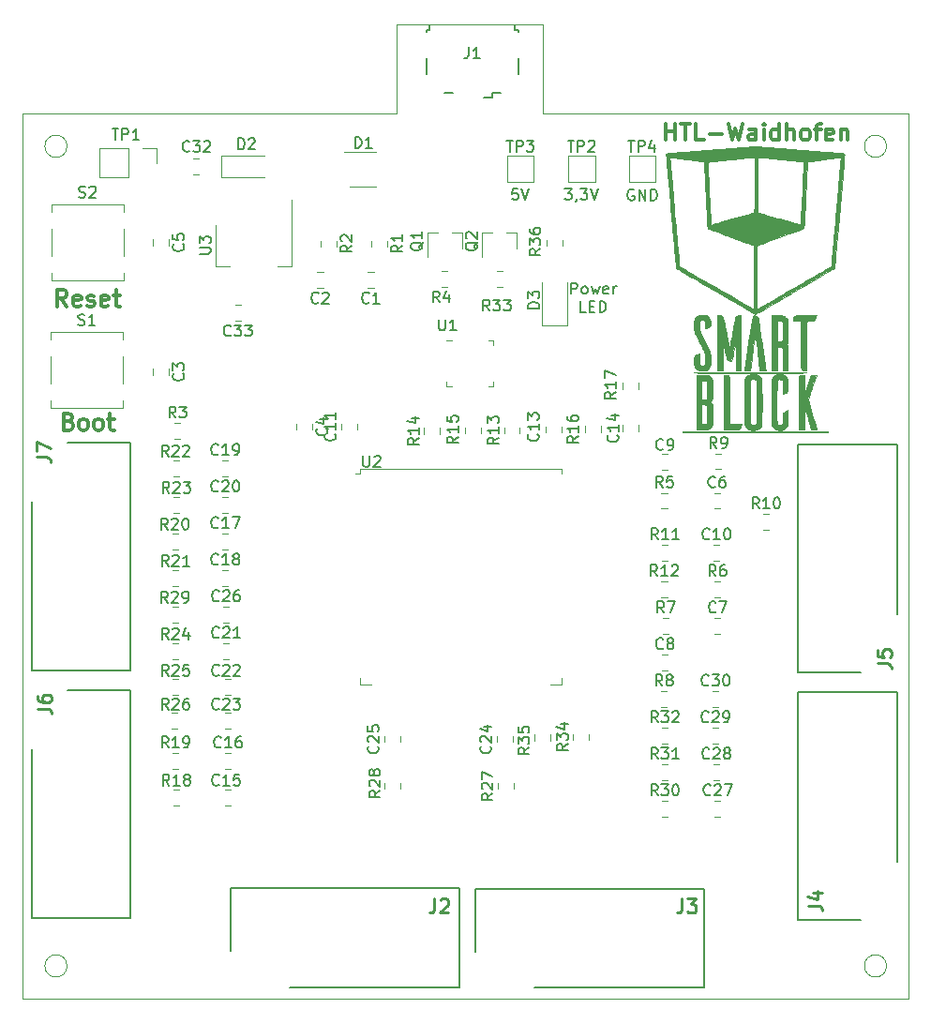
<source format=gbr>
%TF.GenerationSoftware,KiCad,Pcbnew,(5.0.0)*%
%TF.CreationDate,2020-03-23T14:11:06+01:00*%
%TF.ProjectId,Schaltplan_Mainboard,536368616C74706C616E5F4D61696E62,rev?*%
%TF.SameCoordinates,Original*%
%TF.FileFunction,Legend,Top*%
%TF.FilePolarity,Positive*%
%FSLAX46Y46*%
G04 Gerber Fmt 4.6, Leading zero omitted, Abs format (unit mm)*
G04 Created by KiCad (PCBNEW (5.0.0)) date 03/23/20 14:11:06*
%MOMM*%
%LPD*%
G01*
G04 APERTURE LIST*
%ADD10C,0.150000*%
%ADD11C,0.100000*%
%ADD12C,0.300000*%
%ADD13C,0.200000*%
%ADD14C,0.120000*%
%ADD15C,0.010000*%
%ADD16C,0.254000*%
G04 APERTURE END LIST*
D10*
X174922309Y-80767880D02*
X174922309Y-79767880D01*
X175303261Y-79767880D01*
X175398500Y-79815500D01*
X175446119Y-79863119D01*
X175493738Y-79958357D01*
X175493738Y-80101214D01*
X175446119Y-80196452D01*
X175398500Y-80244071D01*
X175303261Y-80291690D01*
X174922309Y-80291690D01*
X176065166Y-80767880D02*
X175969928Y-80720261D01*
X175922309Y-80672642D01*
X175874690Y-80577404D01*
X175874690Y-80291690D01*
X175922309Y-80196452D01*
X175969928Y-80148833D01*
X176065166Y-80101214D01*
X176208023Y-80101214D01*
X176303261Y-80148833D01*
X176350880Y-80196452D01*
X176398500Y-80291690D01*
X176398500Y-80577404D01*
X176350880Y-80672642D01*
X176303261Y-80720261D01*
X176208023Y-80767880D01*
X176065166Y-80767880D01*
X176731833Y-80101214D02*
X176922309Y-80767880D01*
X177112785Y-80291690D01*
X177303261Y-80767880D01*
X177493738Y-80101214D01*
X178255642Y-80720261D02*
X178160404Y-80767880D01*
X177969928Y-80767880D01*
X177874690Y-80720261D01*
X177827071Y-80625023D01*
X177827071Y-80244071D01*
X177874690Y-80148833D01*
X177969928Y-80101214D01*
X178160404Y-80101214D01*
X178255642Y-80148833D01*
X178303261Y-80244071D01*
X178303261Y-80339309D01*
X177827071Y-80434547D01*
X178731833Y-80767880D02*
X178731833Y-80101214D01*
X178731833Y-80291690D02*
X178779452Y-80196452D01*
X178827071Y-80148833D01*
X178922309Y-80101214D01*
X179017547Y-80101214D01*
X176255642Y-82417880D02*
X175779452Y-82417880D01*
X175779452Y-81417880D01*
X176588976Y-81894071D02*
X176922309Y-81894071D01*
X177065166Y-82417880D02*
X176588976Y-82417880D01*
X176588976Y-81417880D01*
X177065166Y-81417880D01*
X177493738Y-82417880D02*
X177493738Y-81417880D01*
X177731833Y-81417880D01*
X177874690Y-81465500D01*
X177969928Y-81560738D01*
X178017547Y-81655976D01*
X178065166Y-81846452D01*
X178065166Y-81989309D01*
X178017547Y-82179785D01*
X177969928Y-82275023D01*
X177874690Y-82370261D01*
X177731833Y-82417880D01*
X177493738Y-82417880D01*
X170104023Y-71258380D02*
X169627833Y-71258380D01*
X169580214Y-71734571D01*
X169627833Y-71686952D01*
X169723071Y-71639333D01*
X169961166Y-71639333D01*
X170056404Y-71686952D01*
X170104023Y-71734571D01*
X170151642Y-71829809D01*
X170151642Y-72067904D01*
X170104023Y-72163142D01*
X170056404Y-72210761D01*
X169961166Y-72258380D01*
X169723071Y-72258380D01*
X169627833Y-72210761D01*
X169580214Y-72163142D01*
X170437357Y-71258380D02*
X170770690Y-72258380D01*
X171104023Y-71258380D01*
X180581595Y-71369500D02*
X180486357Y-71321880D01*
X180343500Y-71321880D01*
X180200642Y-71369500D01*
X180105404Y-71464738D01*
X180057785Y-71559976D01*
X180010166Y-71750452D01*
X180010166Y-71893309D01*
X180057785Y-72083785D01*
X180105404Y-72179023D01*
X180200642Y-72274261D01*
X180343500Y-72321880D01*
X180438738Y-72321880D01*
X180581595Y-72274261D01*
X180629214Y-72226642D01*
X180629214Y-71893309D01*
X180438738Y-71893309D01*
X181057785Y-72321880D02*
X181057785Y-71321880D01*
X181629214Y-72321880D01*
X181629214Y-71321880D01*
X182105404Y-72321880D02*
X182105404Y-71321880D01*
X182343500Y-71321880D01*
X182486357Y-71369500D01*
X182581595Y-71464738D01*
X182629214Y-71559976D01*
X182676833Y-71750452D01*
X182676833Y-71893309D01*
X182629214Y-72083785D01*
X182581595Y-72179023D01*
X182486357Y-72274261D01*
X182343500Y-72321880D01*
X182105404Y-72321880D01*
X174342809Y-71258380D02*
X174961857Y-71258380D01*
X174628523Y-71639333D01*
X174771380Y-71639333D01*
X174866619Y-71686952D01*
X174914238Y-71734571D01*
X174961857Y-71829809D01*
X174961857Y-72067904D01*
X174914238Y-72163142D01*
X174866619Y-72210761D01*
X174771380Y-72258380D01*
X174485666Y-72258380D01*
X174390428Y-72210761D01*
X174342809Y-72163142D01*
X175438047Y-72210761D02*
X175438047Y-72258380D01*
X175390428Y-72353619D01*
X175342809Y-72401238D01*
X175771380Y-71258380D02*
X176390428Y-71258380D01*
X176057095Y-71639333D01*
X176199952Y-71639333D01*
X176295190Y-71686952D01*
X176342809Y-71734571D01*
X176390428Y-71829809D01*
X176390428Y-72067904D01*
X176342809Y-72163142D01*
X176295190Y-72210761D01*
X176199952Y-72258380D01*
X175914238Y-72258380D01*
X175819000Y-72210761D01*
X175771380Y-72163142D01*
X176676142Y-71258380D02*
X177009476Y-72258380D01*
X177342809Y-71258380D01*
D11*
X172400000Y-64440000D02*
X205400000Y-64440000D01*
X172400000Y-56440000D02*
X159200000Y-56440000D01*
X172400000Y-64440000D02*
X172400000Y-56440000D01*
X125400000Y-64440000D02*
X159200000Y-64440000D01*
X159200000Y-64440000D02*
X159200000Y-56440000D01*
D12*
X129384857Y-81882571D02*
X128884857Y-81168285D01*
X128527714Y-81882571D02*
X128527714Y-80382571D01*
X129099142Y-80382571D01*
X129242000Y-80454000D01*
X129313428Y-80525428D01*
X129384857Y-80668285D01*
X129384857Y-80882571D01*
X129313428Y-81025428D01*
X129242000Y-81096857D01*
X129099142Y-81168285D01*
X128527714Y-81168285D01*
X130599142Y-81811142D02*
X130456285Y-81882571D01*
X130170571Y-81882571D01*
X130027714Y-81811142D01*
X129956285Y-81668285D01*
X129956285Y-81096857D01*
X130027714Y-80954000D01*
X130170571Y-80882571D01*
X130456285Y-80882571D01*
X130599142Y-80954000D01*
X130670571Y-81096857D01*
X130670571Y-81239714D01*
X129956285Y-81382571D01*
X131242000Y-81811142D02*
X131384857Y-81882571D01*
X131670571Y-81882571D01*
X131813428Y-81811142D01*
X131884857Y-81668285D01*
X131884857Y-81596857D01*
X131813428Y-81454000D01*
X131670571Y-81382571D01*
X131456285Y-81382571D01*
X131313428Y-81311142D01*
X131242000Y-81168285D01*
X131242000Y-81096857D01*
X131313428Y-80954000D01*
X131456285Y-80882571D01*
X131670571Y-80882571D01*
X131813428Y-80954000D01*
X133099142Y-81811142D02*
X132956285Y-81882571D01*
X132670571Y-81882571D01*
X132527714Y-81811142D01*
X132456285Y-81668285D01*
X132456285Y-81096857D01*
X132527714Y-80954000D01*
X132670571Y-80882571D01*
X132956285Y-80882571D01*
X133099142Y-80954000D01*
X133170571Y-81096857D01*
X133170571Y-81239714D01*
X132456285Y-81382571D01*
X133599142Y-80882571D02*
X134170571Y-80882571D01*
X133813428Y-80382571D02*
X133813428Y-81668285D01*
X133884857Y-81811142D01*
X134027714Y-81882571D01*
X134170571Y-81882571D01*
X129563428Y-92272857D02*
X129777714Y-92344285D01*
X129849142Y-92415714D01*
X129920571Y-92558571D01*
X129920571Y-92772857D01*
X129849142Y-92915714D01*
X129777714Y-92987142D01*
X129634857Y-93058571D01*
X129063428Y-93058571D01*
X129063428Y-91558571D01*
X129563428Y-91558571D01*
X129706285Y-91630000D01*
X129777714Y-91701428D01*
X129849142Y-91844285D01*
X129849142Y-91987142D01*
X129777714Y-92130000D01*
X129706285Y-92201428D01*
X129563428Y-92272857D01*
X129063428Y-92272857D01*
X130777714Y-93058571D02*
X130634857Y-92987142D01*
X130563428Y-92915714D01*
X130492000Y-92772857D01*
X130492000Y-92344285D01*
X130563428Y-92201428D01*
X130634857Y-92130000D01*
X130777714Y-92058571D01*
X130992000Y-92058571D01*
X131134857Y-92130000D01*
X131206285Y-92201428D01*
X131277714Y-92344285D01*
X131277714Y-92772857D01*
X131206285Y-92915714D01*
X131134857Y-92987142D01*
X130992000Y-93058571D01*
X130777714Y-93058571D01*
X132134857Y-93058571D02*
X131992000Y-92987142D01*
X131920571Y-92915714D01*
X131849142Y-92772857D01*
X131849142Y-92344285D01*
X131920571Y-92201428D01*
X131992000Y-92130000D01*
X132134857Y-92058571D01*
X132349142Y-92058571D01*
X132492000Y-92130000D01*
X132563428Y-92201428D01*
X132634857Y-92344285D01*
X132634857Y-92772857D01*
X132563428Y-92915714D01*
X132492000Y-92987142D01*
X132349142Y-93058571D01*
X132134857Y-93058571D01*
X133063428Y-92058571D02*
X133634857Y-92058571D01*
X133277714Y-91558571D02*
X133277714Y-92844285D01*
X133349142Y-92987142D01*
X133492000Y-93058571D01*
X133634857Y-93058571D01*
D11*
X129400000Y-141450000D02*
G75*
G03X129400000Y-141450000I-1000000J0D01*
G01*
D12*
X183479714Y-66891571D02*
X183479714Y-65391571D01*
X183479714Y-66105857D02*
X184336857Y-66105857D01*
X184336857Y-66891571D02*
X184336857Y-65391571D01*
X184836857Y-65391571D02*
X185694000Y-65391571D01*
X185265428Y-66891571D02*
X185265428Y-65391571D01*
X186908285Y-66891571D02*
X186194000Y-66891571D01*
X186194000Y-65391571D01*
X187408285Y-66320142D02*
X188551142Y-66320142D01*
X189122571Y-65391571D02*
X189479714Y-66891571D01*
X189765428Y-65820142D01*
X190051142Y-66891571D01*
X190408285Y-65391571D01*
X191622571Y-66891571D02*
X191622571Y-66105857D01*
X191551142Y-65963000D01*
X191408285Y-65891571D01*
X191122571Y-65891571D01*
X190979714Y-65963000D01*
X191622571Y-66820142D02*
X191479714Y-66891571D01*
X191122571Y-66891571D01*
X190979714Y-66820142D01*
X190908285Y-66677285D01*
X190908285Y-66534428D01*
X190979714Y-66391571D01*
X191122571Y-66320142D01*
X191479714Y-66320142D01*
X191622571Y-66248714D01*
X192336857Y-66891571D02*
X192336857Y-65891571D01*
X192336857Y-65391571D02*
X192265428Y-65463000D01*
X192336857Y-65534428D01*
X192408285Y-65463000D01*
X192336857Y-65391571D01*
X192336857Y-65534428D01*
X193694000Y-66891571D02*
X193694000Y-65391571D01*
X193694000Y-66820142D02*
X193551142Y-66891571D01*
X193265428Y-66891571D01*
X193122571Y-66820142D01*
X193051142Y-66748714D01*
X192979714Y-66605857D01*
X192979714Y-66177285D01*
X193051142Y-66034428D01*
X193122571Y-65963000D01*
X193265428Y-65891571D01*
X193551142Y-65891571D01*
X193694000Y-65963000D01*
X194408285Y-66891571D02*
X194408285Y-65391571D01*
X195051142Y-66891571D02*
X195051142Y-66105857D01*
X194979714Y-65963000D01*
X194836857Y-65891571D01*
X194622571Y-65891571D01*
X194479714Y-65963000D01*
X194408285Y-66034428D01*
X195979714Y-66891571D02*
X195836857Y-66820142D01*
X195765428Y-66748714D01*
X195694000Y-66605857D01*
X195694000Y-66177285D01*
X195765428Y-66034428D01*
X195836857Y-65963000D01*
X195979714Y-65891571D01*
X196194000Y-65891571D01*
X196336857Y-65963000D01*
X196408285Y-66034428D01*
X196479714Y-66177285D01*
X196479714Y-66605857D01*
X196408285Y-66748714D01*
X196336857Y-66820142D01*
X196194000Y-66891571D01*
X195979714Y-66891571D01*
X196908285Y-65891571D02*
X197479714Y-65891571D01*
X197122571Y-66891571D02*
X197122571Y-65605857D01*
X197194000Y-65463000D01*
X197336857Y-65391571D01*
X197479714Y-65391571D01*
X198551142Y-66820142D02*
X198408285Y-66891571D01*
X198122571Y-66891571D01*
X197979714Y-66820142D01*
X197908285Y-66677285D01*
X197908285Y-66105857D01*
X197979714Y-65963000D01*
X198122571Y-65891571D01*
X198408285Y-65891571D01*
X198551142Y-65963000D01*
X198622571Y-66105857D01*
X198622571Y-66248714D01*
X197908285Y-66391571D01*
X199265428Y-65891571D02*
X199265428Y-66891571D01*
X199265428Y-66034428D02*
X199336857Y-65963000D01*
X199479714Y-65891571D01*
X199694000Y-65891571D01*
X199836857Y-65963000D01*
X199908285Y-66105857D01*
X199908285Y-66891571D01*
D11*
X203410000Y-67440000D02*
G75*
G03X203410000Y-67440000I-1000000J0D01*
G01*
X129400000Y-67440000D02*
G75*
G03X129400000Y-67440000I-1000000J0D01*
G01*
X203410000Y-141450000D02*
G75*
G03X203410000Y-141450000I-1000000J0D01*
G01*
X125400000Y-64440000D02*
X125400000Y-144440000D01*
X125400000Y-144440000D02*
X205400000Y-144440000D01*
X205400000Y-64440000D02*
X205400000Y-144440000D01*
D13*
%TO.C,J5*%
X204372000Y-109652000D02*
X204372000Y-94362000D01*
X204372000Y-94362000D02*
X195422000Y-94362000D01*
X195422000Y-94362000D02*
X195422000Y-114982000D01*
X195422000Y-114982000D02*
X201092000Y-114982000D01*
%TO.C,J3*%
X166298000Y-134462000D02*
X166298000Y-140132000D01*
X186918000Y-134462000D02*
X166298000Y-134462000D01*
X186918000Y-143412000D02*
X186918000Y-134462000D01*
X171628000Y-143412000D02*
X186918000Y-143412000D01*
D14*
%TO.C,TP1*%
X132325000Y-67618500D02*
X132325000Y-70278500D01*
X134925000Y-67618500D02*
X132325000Y-67618500D01*
X134925000Y-70278500D02*
X132325000Y-70278500D01*
X134925000Y-67618500D02*
X134925000Y-70278500D01*
X136195000Y-67618500D02*
X137525000Y-67618500D01*
X137525000Y-67618500D02*
X137525000Y-68948500D01*
%TO.C,D3*%
X172271000Y-79728000D02*
X172271000Y-83613000D01*
X172271000Y-83613000D02*
X174541000Y-83613000D01*
X174541000Y-83613000D02*
X174541000Y-79728000D01*
%TO.C,R34*%
X175109000Y-121023078D02*
X175109000Y-120505922D01*
X176529000Y-121023078D02*
X176529000Y-120505922D01*
%TO.C,R35*%
X171616500Y-120569422D02*
X171616500Y-121086578D01*
X173036500Y-120569422D02*
X173036500Y-121086578D01*
%TO.C,R36*%
X174116000Y-75928922D02*
X174116000Y-76446078D01*
X172696000Y-75928922D02*
X172696000Y-76446078D01*
%TO.C,TP2*%
X174682500Y-68256500D02*
X177082500Y-68256500D01*
X177082500Y-68256500D02*
X177082500Y-70656500D01*
X177082500Y-70656500D02*
X174682500Y-70656500D01*
X174682500Y-70656500D02*
X174682500Y-68256500D01*
%TO.C,TP3*%
X169158000Y-70656500D02*
X169158000Y-68256500D01*
X171558000Y-70656500D02*
X169158000Y-70656500D01*
X171558000Y-68256500D02*
X171558000Y-70656500D01*
X169158000Y-68256500D02*
X171558000Y-68256500D01*
%TO.C,TP4*%
X180143500Y-68256500D02*
X182543500Y-68256500D01*
X182543500Y-68256500D02*
X182543500Y-70656500D01*
X182543500Y-70656500D02*
X180143500Y-70656500D01*
X180143500Y-70656500D02*
X180143500Y-68256500D01*
%TO.C,C32*%
X141294578Y-69976000D02*
X140777422Y-69976000D01*
X141294578Y-68556000D02*
X140777422Y-68556000D01*
%TO.C,C33*%
X145086578Y-81764000D02*
X144569422Y-81764000D01*
X145086578Y-83184000D02*
X144569422Y-83184000D01*
%TO.C,C11*%
X154154000Y-93019578D02*
X154154000Y-92502422D01*
X155574000Y-93019578D02*
X155574000Y-92502422D01*
%TO.C,C4*%
X150090000Y-92502422D02*
X150090000Y-93019578D01*
X151510000Y-92502422D02*
X151510000Y-93019578D01*
%TO.C,C2*%
X152516671Y-78817079D02*
X151999515Y-78817079D01*
X152516671Y-80237079D02*
X151999515Y-80237079D01*
%TO.C,C14*%
X179554000Y-93146578D02*
X179554000Y-92629422D01*
X180974000Y-93146578D02*
X180974000Y-92629422D01*
%TO.C,C13*%
X172614000Y-92787922D02*
X172614000Y-93305078D01*
X174034000Y-92787922D02*
X174034000Y-93305078D01*
%TO.C,C1*%
X157088671Y-80237079D02*
X156571515Y-80237079D01*
X157088671Y-78817079D02*
X156571515Y-78817079D01*
%TO.C,D2*%
X143344000Y-68266000D02*
X143344000Y-70266000D01*
X143344000Y-70266000D02*
X147244000Y-70266000D01*
X143344000Y-68266000D02*
X147244000Y-68266000D01*
%TO.C,U1*%
X164151000Y-84936000D02*
X163676000Y-84936000D01*
X167896000Y-89156000D02*
X167896000Y-88681000D01*
X167421000Y-89156000D02*
X167896000Y-89156000D01*
X163676000Y-89156000D02*
X163676000Y-88681000D01*
X164151000Y-89156000D02*
X163676000Y-89156000D01*
X167896000Y-84936000D02*
X167896000Y-85411000D01*
X167421000Y-84936000D02*
X167896000Y-84936000D01*
%TO.C,D1*%
X154934000Y-71070000D02*
X157334000Y-71070000D01*
X157334000Y-67970000D02*
X154384000Y-67970000D01*
%TO.C,Q2*%
X170033000Y-75237000D02*
X170033000Y-76697000D01*
X166873000Y-75237000D02*
X166873000Y-77397000D01*
X166873000Y-75237000D02*
X167803000Y-75237000D01*
X170033000Y-75237000D02*
X169103000Y-75237000D01*
%TO.C,Q1*%
X165080000Y-75237000D02*
X164150000Y-75237000D01*
X161920000Y-75237000D02*
X162850000Y-75237000D01*
X161920000Y-75237000D02*
X161920000Y-77397000D01*
X165080000Y-75237000D02*
X165080000Y-76697000D01*
%TO.C,R3*%
X139111422Y-93852000D02*
X139628578Y-93852000D01*
X139111422Y-92432000D02*
X139628578Y-92432000D01*
%TO.C,R33*%
X168194422Y-78716000D02*
X168711578Y-78716000D01*
X168194422Y-80136000D02*
X168711578Y-80136000D01*
%TO.C,R2*%
X152310093Y-75966501D02*
X152310093Y-76483657D01*
X153730093Y-75966501D02*
X153730093Y-76483657D01*
%TO.C,R1*%
X158302093Y-75966501D02*
X158302093Y-76483657D01*
X156882093Y-75966501D02*
X156882093Y-76483657D01*
%TO.C,R4*%
X163241422Y-80136000D02*
X163758578Y-80136000D01*
X163241422Y-78716000D02*
X163758578Y-78716000D01*
%TO.C,R13*%
X168860000Y-93351078D02*
X168860000Y-92833922D01*
X170280000Y-93351078D02*
X170280000Y-92833922D01*
%TO.C,R14*%
X163067000Y-93400578D02*
X163067000Y-92883422D01*
X161647000Y-93400578D02*
X161647000Y-92883422D01*
%TO.C,R15*%
X166750000Y-92834922D02*
X166750000Y-93352078D01*
X165330000Y-92834922D02*
X165330000Y-93352078D01*
%TO.C,R16*%
X176170000Y-92709422D02*
X176170000Y-93226578D01*
X177590000Y-92709422D02*
X177590000Y-93226578D01*
%TO.C,R17*%
X180974000Y-88819422D02*
X180974000Y-89336578D01*
X179554000Y-88819422D02*
X179554000Y-89336578D01*
%TO.C,S1*%
X127922000Y-86398000D02*
X127922000Y-88898000D01*
X134422000Y-86398000D02*
X134422000Y-88898000D01*
X127922000Y-84248000D02*
X127922000Y-84898000D01*
X134422000Y-84248000D02*
X127922000Y-84248000D01*
X134422000Y-84898000D02*
X134422000Y-84248000D01*
X127922000Y-91048000D02*
X127922000Y-90398000D01*
X134422000Y-91048000D02*
X127922000Y-91048000D01*
X134422000Y-90398000D02*
X134422000Y-91048000D01*
%TO.C,U3*%
X142818000Y-78288000D02*
X144078000Y-78288000D01*
X149638000Y-78288000D02*
X148378000Y-78288000D01*
X142818000Y-74528000D02*
X142818000Y-78288000D01*
X149638000Y-72278000D02*
X149638000Y-78288000D01*
D10*
%TO.C,J1*%
X164200000Y-62640000D02*
X163475000Y-62640000D01*
X167800000Y-62640000D02*
X168525000Y-62640000D01*
X167800000Y-63065000D02*
X167800000Y-62640000D01*
X167075000Y-63065000D02*
X167800000Y-63065000D01*
X161850000Y-59490000D02*
X161850000Y-60890000D01*
X161850000Y-56940000D02*
X161850000Y-57090000D01*
X162150000Y-56940000D02*
X161850000Y-56940000D01*
X162150000Y-56490000D02*
X162150000Y-56940000D01*
X169850000Y-56940000D02*
X169850000Y-56490000D01*
X170150000Y-56940000D02*
X169850000Y-56940000D01*
X170150000Y-57090000D02*
X170150000Y-56940000D01*
X170150000Y-60890000D02*
X170150000Y-59490000D01*
D14*
%TO.C,C5*%
X137136000Y-75865422D02*
X137136000Y-76382578D01*
X138556000Y-75865422D02*
X138556000Y-76382578D01*
%TO.C,S2*%
X134492000Y-78874000D02*
X134492000Y-79524000D01*
X134492000Y-79524000D02*
X127992000Y-79524000D01*
X127992000Y-79524000D02*
X127992000Y-78874000D01*
X134492000Y-73374000D02*
X134492000Y-72724000D01*
X134492000Y-72724000D02*
X127992000Y-72724000D01*
X127992000Y-72724000D02*
X127992000Y-73374000D01*
X134492000Y-74874000D02*
X134492000Y-77374000D01*
X127992000Y-74874000D02*
X127992000Y-77374000D01*
D13*
%TO.C,J2*%
X149520862Y-143375843D02*
X164810862Y-143375843D01*
X164810862Y-143375843D02*
X164810862Y-134425843D01*
X164810862Y-134425843D02*
X144190862Y-134425843D01*
X144190862Y-134425843D02*
X144190862Y-140095843D01*
%TO.C,J7*%
X135134000Y-94162000D02*
X129464000Y-94162000D01*
X135134000Y-114782000D02*
X135134000Y-94162000D01*
X126184000Y-114782000D02*
X135134000Y-114782000D01*
X126184000Y-99492000D02*
X126184000Y-114782000D01*
%TO.C,J4*%
X195422000Y-137334000D02*
X201092000Y-137334000D01*
X195422000Y-116714000D02*
X195422000Y-137334000D01*
X204372000Y-116714000D02*
X195422000Y-116714000D01*
X204372000Y-132004000D02*
X204372000Y-116714000D01*
%TO.C,J6*%
X135134000Y-116514000D02*
X129464000Y-116514000D01*
X135134000Y-137134000D02*
X135134000Y-116514000D01*
X126184000Y-137134000D02*
X135134000Y-137134000D01*
X126184000Y-121844000D02*
X126184000Y-137134000D01*
D14*
%TO.C,U2*%
X155848000Y-115426000D02*
X155848000Y-116046000D01*
X155848000Y-116046000D02*
X156848000Y-116046000D01*
X174088000Y-115426000D02*
X174088000Y-116046000D01*
X174088000Y-116046000D02*
X173088000Y-116046000D01*
X155848000Y-96606000D02*
X174088000Y-96606000D01*
X174088000Y-96606000D02*
X174088000Y-97026000D01*
X155848000Y-96606000D02*
X155848000Y-97026000D01*
X155848000Y-97026000D02*
X155468000Y-97026000D01*
%TO.C,C17*%
X143426922Y-103834000D02*
X143944078Y-103834000D01*
X143426922Y-102414000D02*
X143944078Y-102414000D01*
%TO.C,C3*%
X137136000Y-87549422D02*
X137136000Y-88066578D01*
X138556000Y-87549422D02*
X138556000Y-88066578D01*
%TO.C,C19*%
X143426922Y-97230000D02*
X143944078Y-97230000D01*
X143426922Y-95810000D02*
X143944078Y-95810000D01*
%TO.C,C20*%
X143426922Y-100532000D02*
X143944078Y-100532000D01*
X143426922Y-99112000D02*
X143944078Y-99112000D01*
%TO.C,C21*%
X143505422Y-113740000D02*
X144022578Y-113740000D01*
X143505422Y-112320000D02*
X144022578Y-112320000D01*
%TO.C,C22*%
X143651217Y-116955292D02*
X144168373Y-116955292D01*
X143651217Y-115535292D02*
X144168373Y-115535292D01*
%TO.C,C23*%
X143651217Y-120003292D02*
X144168373Y-120003292D01*
X143651217Y-118583292D02*
X144168373Y-118583292D01*
%TO.C,C24*%
X169620000Y-121241078D02*
X169620000Y-120723922D01*
X168200000Y-121241078D02*
X168200000Y-120723922D01*
%TO.C,C25*%
X159460000Y-121241078D02*
X159460000Y-120723922D01*
X158040000Y-121241078D02*
X158040000Y-120723922D01*
%TO.C,C26*%
X143505422Y-110438000D02*
X144022578Y-110438000D01*
X143505422Y-109018000D02*
X144022578Y-109018000D01*
%TO.C,C27*%
X187891422Y-127964000D02*
X188408578Y-127964000D01*
X187891422Y-126544000D02*
X188408578Y-126544000D01*
%TO.C,C28*%
X187779922Y-124662000D02*
X188297078Y-124662000D01*
X187779922Y-123242000D02*
X188297078Y-123242000D01*
%TO.C,C29*%
X187701422Y-121360000D02*
X188218578Y-121360000D01*
X187701422Y-119940000D02*
X188218578Y-119940000D01*
%TO.C,C16*%
X143680922Y-123646000D02*
X144198078Y-123646000D01*
X143680922Y-122226000D02*
X144198078Y-122226000D01*
%TO.C,C7*%
X187880922Y-111454000D02*
X188398078Y-111454000D01*
X187880922Y-110034000D02*
X188398078Y-110034000D01*
%TO.C,C15*%
X143680922Y-126948000D02*
X144198078Y-126948000D01*
X143680922Y-125528000D02*
X144198078Y-125528000D01*
%TO.C,C10*%
X187787922Y-104850000D02*
X188305078Y-104850000D01*
X187787922Y-103430000D02*
X188305078Y-103430000D01*
%TO.C,C9*%
X183649078Y-95226000D02*
X183131922Y-95226000D01*
X183649078Y-96646000D02*
X183131922Y-96646000D01*
%TO.C,C8*%
X183129422Y-114756000D02*
X183646578Y-114756000D01*
X183129422Y-113336000D02*
X183646578Y-113336000D01*
%TO.C,C18*%
X143426922Y-107136000D02*
X143944078Y-107136000D01*
X143426922Y-105716000D02*
X143944078Y-105716000D01*
%TO.C,C6*%
X187836422Y-100151000D02*
X188353578Y-100151000D01*
X187836422Y-98731000D02*
X188353578Y-98731000D01*
%TO.C,C30*%
X187703922Y-118058000D02*
X188221078Y-118058000D01*
X187703922Y-116638000D02*
X188221078Y-116638000D01*
%TO.C,R8*%
X183050922Y-118058000D02*
X183568078Y-118058000D01*
X183050922Y-116638000D02*
X183568078Y-116638000D01*
%TO.C,R20*%
X139450578Y-102414000D02*
X138933422Y-102414000D01*
X139450578Y-103834000D02*
X138933422Y-103834000D01*
%TO.C,R21*%
X139450578Y-105716000D02*
X138933422Y-105716000D01*
X139450578Y-107136000D02*
X138933422Y-107136000D01*
%TO.C,R22*%
X139529078Y-95810000D02*
X139011922Y-95810000D01*
X139529078Y-97230000D02*
X139011922Y-97230000D01*
%TO.C,R23*%
X139529078Y-99112000D02*
X139011922Y-99112000D01*
X139529078Y-100532000D02*
X139011922Y-100532000D01*
%TO.C,R24*%
X139450578Y-112320000D02*
X138933422Y-112320000D01*
X139450578Y-113740000D02*
X138933422Y-113740000D01*
%TO.C,R26*%
X138825217Y-120003292D02*
X139342373Y-120003292D01*
X138825217Y-118583292D02*
X139342373Y-118583292D01*
%TO.C,R27*%
X168291637Y-124963422D02*
X168291637Y-125480578D01*
X169711637Y-124963422D02*
X169711637Y-125480578D01*
%TO.C,R28*%
X158040000Y-124963422D02*
X158040000Y-125480578D01*
X159460000Y-124963422D02*
X159460000Y-125480578D01*
%TO.C,R29*%
X139450578Y-109018000D02*
X138933422Y-109018000D01*
X139450578Y-110438000D02*
X138933422Y-110438000D01*
%TO.C,R30*%
X183129422Y-127964000D02*
X183646578Y-127964000D01*
X183129422Y-126544000D02*
X183646578Y-126544000D01*
%TO.C,R31*%
X183129422Y-124662000D02*
X183646578Y-124662000D01*
X183129422Y-123242000D02*
X183646578Y-123242000D01*
%TO.C,R32*%
X183129422Y-121360000D02*
X183646578Y-121360000D01*
X183129422Y-119940000D02*
X183646578Y-119940000D01*
%TO.C,R18*%
X139529078Y-125528000D02*
X139011922Y-125528000D01*
X139529078Y-126948000D02*
X139011922Y-126948000D01*
%TO.C,R25*%
X138903717Y-116955292D02*
X139420873Y-116955292D01*
X138903717Y-115535292D02*
X139420873Y-115535292D01*
%TO.C,R5*%
X183078922Y-100150000D02*
X183596078Y-100150000D01*
X183078922Y-98730000D02*
X183596078Y-98730000D01*
%TO.C,R6*%
X187880922Y-108152000D02*
X188398078Y-108152000D01*
X187880922Y-106732000D02*
X188398078Y-106732000D01*
%TO.C,R7*%
X183207922Y-111454000D02*
X183725078Y-111454000D01*
X183207922Y-110034000D02*
X183725078Y-110034000D01*
%TO.C,R19*%
X138933422Y-123646000D02*
X139450578Y-123646000D01*
X138933422Y-122226000D02*
X139450578Y-122226000D01*
%TO.C,R9*%
X187967422Y-96595000D02*
X188484578Y-96595000D01*
X187967422Y-95175000D02*
X188484578Y-95175000D01*
%TO.C,R10*%
X192273422Y-102056000D02*
X192790578Y-102056000D01*
X192273422Y-100636000D02*
X192790578Y-100636000D01*
%TO.C,R11*%
X183141422Y-104850000D02*
X183658578Y-104850000D01*
X183141422Y-103430000D02*
X183658578Y-103430000D01*
%TO.C,R12*%
X183078922Y-108150000D02*
X183596078Y-108150000D01*
X183078922Y-106730000D02*
X183596078Y-106730000D01*
D15*
%TO.C,G\002A\002A\002A*%
G36*
X192710804Y-67528479D02*
X193013774Y-67553217D01*
X193357668Y-67581197D01*
X193727147Y-67611177D01*
X194106869Y-67641917D01*
X194481492Y-67672172D01*
X194835677Y-67700703D01*
X195129777Y-67724318D01*
X195413692Y-67747094D01*
X195699757Y-67770081D01*
X195978853Y-67792545D01*
X196241861Y-67813750D01*
X196479663Y-67832961D01*
X196683141Y-67849443D01*
X196843174Y-67862459D01*
X196893666Y-67866586D01*
X197209816Y-67892374D01*
X197525712Y-67917932D01*
X197835352Y-67942788D01*
X198132733Y-67966472D01*
X198411852Y-67988512D01*
X198666706Y-68008437D01*
X198891292Y-68025777D01*
X199079607Y-68040060D01*
X199225649Y-68050816D01*
X199323414Y-68057574D01*
X199344007Y-68058843D01*
X199464091Y-68071937D01*
X199548322Y-68093809D01*
X199577711Y-68111172D01*
X199583388Y-68122416D01*
X199587358Y-68145127D01*
X199589402Y-68182146D01*
X199589304Y-68236316D01*
X199586845Y-68310481D01*
X199581809Y-68407483D01*
X199573977Y-68530165D01*
X199563133Y-68681370D01*
X199549059Y-68863940D01*
X199531537Y-69080719D01*
X199510350Y-69334548D01*
X199485281Y-69628271D01*
X199456111Y-69964731D01*
X199422624Y-70346771D01*
X199384603Y-70777232D01*
X199341828Y-71258959D01*
X199306999Y-71649990D01*
X199264533Y-72126418D01*
X199221281Y-72611942D01*
X199177756Y-73100770D01*
X199134474Y-73587112D01*
X199091949Y-74065179D01*
X199050696Y-74529180D01*
X199011229Y-74973324D01*
X198974063Y-75391823D01*
X198939713Y-75778884D01*
X198908693Y-76128719D01*
X198881518Y-76435536D01*
X198858702Y-76693547D01*
X198853158Y-76756334D01*
X198826614Y-77053446D01*
X198800862Y-77334792D01*
X198776421Y-77595153D01*
X198753810Y-77829307D01*
X198733549Y-78032035D01*
X198716156Y-78198115D01*
X198702152Y-78322327D01*
X198692054Y-78399450D01*
X198687346Y-78423281D01*
X198658867Y-78446855D01*
X198581634Y-78497981D01*
X198456028Y-78576432D01*
X198282433Y-78681984D01*
X198061231Y-78814409D01*
X197792804Y-78973483D01*
X197477533Y-79158980D01*
X197115802Y-79370674D01*
X196707992Y-79608338D01*
X196254486Y-79871748D01*
X195755667Y-80160677D01*
X195323261Y-80410609D01*
X194919230Y-80643980D01*
X194526235Y-80871052D01*
X194147307Y-81090069D01*
X193785475Y-81299277D01*
X193443771Y-81496922D01*
X193125224Y-81681248D01*
X192832864Y-81850501D01*
X192569723Y-82002927D01*
X192338830Y-82136772D01*
X192143215Y-82250280D01*
X191985909Y-82341697D01*
X191869942Y-82409269D01*
X191798345Y-82451241D01*
X191780363Y-82461939D01*
X191667430Y-82528099D01*
X191589382Y-82566243D01*
X191533914Y-82579319D01*
X191488721Y-82570279D01*
X191442686Y-82542908D01*
X191409701Y-82522742D01*
X191331538Y-82476509D01*
X191211900Y-82406365D01*
X191054493Y-82314464D01*
X190863021Y-82202960D01*
X190641189Y-82074007D01*
X190392701Y-81929760D01*
X190121263Y-81772373D01*
X189830579Y-81603999D01*
X189524354Y-81426794D01*
X189326795Y-81312558D01*
X188968510Y-81105442D01*
X188590896Y-80887150D01*
X188201697Y-80662158D01*
X187808654Y-80434942D01*
X187419511Y-80209978D01*
X187042010Y-79991742D01*
X186683894Y-79784710D01*
X186352905Y-79593359D01*
X186056787Y-79422163D01*
X185848331Y-79301645D01*
X185521031Y-79111647D01*
X185232586Y-78942604D01*
X184984529Y-78795451D01*
X184778394Y-78671120D01*
X184615714Y-78570546D01*
X184498021Y-78494660D01*
X184426848Y-78444397D01*
X184404020Y-78422385D01*
X184397641Y-78384879D01*
X184386914Y-78296033D01*
X184372316Y-78160745D01*
X184354325Y-77983914D01*
X184333419Y-77770438D01*
X184310075Y-77525214D01*
X184284770Y-77253141D01*
X184257983Y-76959118D01*
X184230191Y-76648041D01*
X184222314Y-76558778D01*
X184191132Y-76204815D01*
X184158587Y-75836040D01*
X184125499Y-75461707D01*
X184092688Y-75091070D01*
X184060975Y-74733382D01*
X184031179Y-74397898D01*
X184004121Y-74093870D01*
X183980622Y-73830554D01*
X183967151Y-73680112D01*
X183908393Y-73025130D01*
X183854485Y-72424036D01*
X183805236Y-71874497D01*
X183760456Y-71374181D01*
X183719955Y-70920757D01*
X183683543Y-70511893D01*
X183651031Y-70145256D01*
X183622228Y-69818516D01*
X183596945Y-69529339D01*
X183574991Y-69275394D01*
X183556177Y-69054350D01*
X183540312Y-68863874D01*
X183527207Y-68701634D01*
X183516672Y-68565299D01*
X183508517Y-68452536D01*
X183506727Y-68425061D01*
X183823087Y-68425061D01*
X183823189Y-68454683D01*
X183828017Y-68535190D01*
X183837143Y-68661260D01*
X183850138Y-68827571D01*
X183866572Y-69028799D01*
X183886017Y-69259621D01*
X183908045Y-69514715D01*
X183932225Y-69788758D01*
X183939784Y-69873299D01*
X183975299Y-70269634D01*
X184015261Y-70716125D01*
X184059127Y-71206703D01*
X184106356Y-71735301D01*
X184156407Y-72295850D01*
X184208737Y-72882283D01*
X184262804Y-73488531D01*
X184318068Y-74108526D01*
X184373986Y-74736201D01*
X184419421Y-75246445D01*
X184465589Y-75764642D01*
X184506991Y-76228455D01*
X184543796Y-76639726D01*
X184576170Y-77000300D01*
X184604282Y-77312019D01*
X184628301Y-77576727D01*
X184648393Y-77796268D01*
X184664727Y-77972484D01*
X184677471Y-78107221D01*
X184686793Y-78202321D01*
X184692861Y-78259627D01*
X184695843Y-78280983D01*
X184695978Y-78281213D01*
X184721117Y-78295631D01*
X184785193Y-78332691D01*
X184878342Y-78386681D01*
X184983889Y-78447934D01*
X185051025Y-78486885D01*
X185162875Y-78551737D01*
X185315312Y-78640099D01*
X185504209Y-78749579D01*
X185725437Y-78877786D01*
X185974870Y-79022327D01*
X186248380Y-79180812D01*
X186541840Y-79350848D01*
X186851123Y-79530043D01*
X187172101Y-79716006D01*
X187411000Y-79854410D01*
X187756329Y-80054490D01*
X188106298Y-80257294D01*
X188455199Y-80459515D01*
X188797330Y-80657844D01*
X189126985Y-80848973D01*
X189438459Y-81029595D01*
X189726049Y-81196401D01*
X189984048Y-81346085D01*
X190206753Y-81475337D01*
X190388459Y-81580849D01*
X190444889Y-81613636D01*
X190649320Y-81731923D01*
X190839099Y-81840748D01*
X191008540Y-81936925D01*
X191151961Y-82017269D01*
X191263675Y-82078597D01*
X191338000Y-82117724D01*
X191369166Y-82131463D01*
X191375107Y-82121295D01*
X191380385Y-82088538D01*
X191385036Y-82030455D01*
X191389092Y-81944310D01*
X191392588Y-81827365D01*
X191395557Y-81676884D01*
X191398033Y-81490129D01*
X191400050Y-81264364D01*
X191401642Y-80996853D01*
X191402841Y-80684857D01*
X191403683Y-80325641D01*
X191404200Y-79916468D01*
X191404427Y-79454600D01*
X191404444Y-79269777D01*
X191404381Y-79156632D01*
X191685714Y-79156632D01*
X191686023Y-79504967D01*
X191686708Y-79850111D01*
X191687765Y-80187495D01*
X191689193Y-80512549D01*
X191690986Y-80820705D01*
X191693143Y-81107391D01*
X191695660Y-81368040D01*
X191698533Y-81598083D01*
X191701760Y-81792949D01*
X191705338Y-81948069D01*
X191709263Y-82058875D01*
X191713531Y-82120796D01*
X191716509Y-82132667D01*
X191746624Y-82118946D01*
X191820219Y-82079764D01*
X191932014Y-82018090D01*
X192076728Y-81936897D01*
X192249080Y-81839155D01*
X192443790Y-81727834D01*
X192655578Y-81605906D01*
X192753676Y-81549163D01*
X192939555Y-81441488D01*
X193168144Y-81309067D01*
X193433315Y-81155450D01*
X193728939Y-80984189D01*
X194048886Y-80798833D01*
X194387030Y-80602934D01*
X194737240Y-80400041D01*
X195093387Y-80193707D01*
X195449344Y-79987481D01*
X195798981Y-79784913D01*
X195877666Y-79739325D01*
X196200050Y-79552549D01*
X196512045Y-79371800D01*
X196809687Y-79199373D01*
X197089015Y-79037563D01*
X197346068Y-78888664D01*
X197576884Y-78754971D01*
X197777500Y-78638780D01*
X197943955Y-78542384D01*
X198072287Y-78468079D01*
X198158534Y-78418160D01*
X198191889Y-78398872D01*
X198284276Y-78345472D01*
X198355332Y-78304341D01*
X198393030Y-78282442D01*
X198396010Y-78280681D01*
X198400247Y-78252676D01*
X198408553Y-78176346D01*
X198420153Y-78059604D01*
X198434276Y-77910363D01*
X198450146Y-77736534D01*
X198459689Y-77629360D01*
X198480766Y-77390579D01*
X198500400Y-77168367D01*
X198519162Y-76956295D01*
X198537625Y-76747931D01*
X198556362Y-76536844D01*
X198575945Y-76316604D01*
X198596946Y-76080780D01*
X198619938Y-75822941D01*
X198645493Y-75536655D01*
X198674184Y-75215493D01*
X198706582Y-74853022D01*
X198743261Y-74442812D01*
X198755943Y-74301000D01*
X198784997Y-73976096D01*
X198813688Y-73655186D01*
X198841425Y-73344888D01*
X198867616Y-73051819D01*
X198891670Y-72782597D01*
X198912997Y-72543841D01*
X198931003Y-72342167D01*
X198945100Y-72184194D01*
X198953891Y-72085556D01*
X198964379Y-71967760D01*
X198979237Y-71800891D01*
X198997827Y-71592099D01*
X199019514Y-71348534D01*
X199043660Y-71077345D01*
X199069629Y-70785681D01*
X199096785Y-70480693D01*
X199124491Y-70169529D01*
X199137102Y-70027890D01*
X199163048Y-69734162D01*
X199187077Y-69457600D01*
X199208777Y-69203250D01*
X199227738Y-68976158D01*
X199243547Y-68781372D01*
X199255793Y-68623937D01*
X199264066Y-68508901D01*
X199267953Y-68441308D01*
X199267769Y-68424807D01*
X199237117Y-68424106D01*
X199162174Y-68430543D01*
X199054481Y-68442938D01*
X198935954Y-68458656D01*
X198760582Y-68483102D01*
X198553373Y-68511781D01*
X198322374Y-68543598D01*
X198075631Y-68577458D01*
X197821191Y-68612263D01*
X197567100Y-68646919D01*
X197321404Y-68680329D01*
X197092152Y-68711397D01*
X196887388Y-68739027D01*
X196715159Y-68762123D01*
X196583513Y-68779589D01*
X196506047Y-68789631D01*
X196388209Y-68805182D01*
X196314889Y-68818975D01*
X196274595Y-68836245D01*
X196255835Y-68862226D01*
X196247119Y-68902154D01*
X196246224Y-68907991D01*
X196241716Y-68956575D01*
X196235069Y-69054201D01*
X196226695Y-69193525D01*
X196217010Y-69367204D01*
X196206427Y-69567892D01*
X196195360Y-69788246D01*
X196188002Y-69940667D01*
X196178361Y-70142678D01*
X196168603Y-70344986D01*
X196158489Y-70552308D01*
X196147780Y-70769362D01*
X196136237Y-71000865D01*
X196123620Y-71251534D01*
X196109690Y-71526087D01*
X196094208Y-71829240D01*
X196076934Y-72165712D01*
X196057630Y-72540219D01*
X196036056Y-72957478D01*
X196011973Y-73422207D01*
X195988347Y-73877416D01*
X195976325Y-74095647D01*
X195963924Y-74296916D01*
X195951693Y-74473968D01*
X195940182Y-74619548D01*
X195929941Y-74726402D01*
X195921521Y-74787277D01*
X195918571Y-74797559D01*
X195883603Y-74824491D01*
X195806567Y-74863938D01*
X195698933Y-74910543D01*
X195575497Y-74957756D01*
X195389621Y-75025146D01*
X195151477Y-75112343D01*
X194861582Y-75219156D01*
X194520452Y-75345394D01*
X194128604Y-75490867D01*
X193686552Y-75655383D01*
X193194813Y-75838752D01*
X193154222Y-75853902D01*
X192928356Y-75938095D01*
X192707056Y-76020375D01*
X192499084Y-76097500D01*
X192313201Y-76166229D01*
X192158167Y-76223319D01*
X192042743Y-76265529D01*
X192001770Y-76280347D01*
X191887072Y-76322181D01*
X191791980Y-76358057D01*
X191729344Y-76383064D01*
X191712493Y-76390926D01*
X191708041Y-76421149D01*
X191704004Y-76503013D01*
X191700377Y-76631948D01*
X191697159Y-76803385D01*
X191694345Y-77012754D01*
X191691933Y-77255487D01*
X191689920Y-77527014D01*
X191688301Y-77822765D01*
X191687074Y-78138172D01*
X191686236Y-78468665D01*
X191685784Y-78809675D01*
X191685714Y-79156632D01*
X191404381Y-79156632D01*
X191404193Y-78823398D01*
X191403456Y-78405719D01*
X191402258Y-78019489D01*
X191400623Y-77667455D01*
X191398576Y-77352363D01*
X191396142Y-77076961D01*
X191393346Y-76843996D01*
X191390211Y-76656216D01*
X191386763Y-76516367D01*
X191383026Y-76427197D01*
X191379025Y-76391452D01*
X191378618Y-76390926D01*
X191342361Y-76375065D01*
X191265731Y-76345324D01*
X191161579Y-76306610D01*
X191089340Y-76280441D01*
X191001600Y-76248579D01*
X190868936Y-76199892D01*
X190699295Y-76137320D01*
X190500624Y-76063806D01*
X190280870Y-75982288D01*
X190047980Y-75895707D01*
X189824000Y-75812263D01*
X189379086Y-75646412D01*
X188985037Y-75499695D01*
X188639879Y-75371385D01*
X188341641Y-75260755D01*
X188088354Y-75167078D01*
X187878044Y-75089626D01*
X187708741Y-75027671D01*
X187578473Y-74980487D01*
X187485270Y-74947347D01*
X187427159Y-74927522D01*
X187418021Y-74924604D01*
X187358076Y-74904624D01*
X187311120Y-74881996D01*
X187275224Y-74849916D01*
X187248458Y-74801581D01*
X187228894Y-74730188D01*
X187214600Y-74628932D01*
X187203649Y-74491011D01*
X187194109Y-74309620D01*
X187185131Y-74103445D01*
X187178902Y-73961707D01*
X187170796Y-73786900D01*
X187160648Y-73575709D01*
X187148293Y-73324818D01*
X187133567Y-73030912D01*
X187116304Y-72690676D01*
X187096340Y-72300794D01*
X187073510Y-71857952D01*
X187072875Y-71845667D01*
X187067656Y-71743852D01*
X187060128Y-71595821D01*
X187050805Y-71411731D01*
X187040201Y-71201739D01*
X187028829Y-70976003D01*
X187017203Y-70744680D01*
X187015094Y-70702667D01*
X186995870Y-70321316D01*
X186979103Y-69992887D01*
X186964589Y-69713922D01*
X186952127Y-69480962D01*
X186941513Y-69290548D01*
X186932545Y-69139220D01*
X186925019Y-69023521D01*
X186918734Y-68939991D01*
X186913633Y-68886714D01*
X187257459Y-68886714D01*
X187259464Y-68968851D01*
X187264073Y-69099631D01*
X187271105Y-69275192D01*
X187280380Y-69491673D01*
X187291716Y-69745211D01*
X187304934Y-70031944D01*
X187319853Y-70348012D01*
X187336291Y-70689553D01*
X187354069Y-71052703D01*
X187373006Y-71433603D01*
X187392921Y-71828389D01*
X187413634Y-72233201D01*
X187434963Y-72644176D01*
X187438961Y-72720556D01*
X187450769Y-72949025D01*
X187462570Y-73183130D01*
X187473717Y-73409632D01*
X187483564Y-73615292D01*
X187491466Y-73786871D01*
X187495414Y-73877667D01*
X187505491Y-74096416D01*
X187515588Y-74263949D01*
X187526352Y-74385495D01*
X187538429Y-74466277D01*
X187552468Y-74511524D01*
X187569117Y-74526461D01*
X187575677Y-74525496D01*
X187609668Y-74515344D01*
X187691598Y-74491752D01*
X187815062Y-74456538D01*
X187973657Y-74411521D01*
X188160978Y-74358518D01*
X188370621Y-74299349D01*
X188568111Y-74243728D01*
X188852278Y-74163803D01*
X189172934Y-74073667D01*
X189512236Y-73978332D01*
X189852341Y-73882811D01*
X190175408Y-73792115D01*
X190463592Y-73711256D01*
X190487222Y-73704629D01*
X190709945Y-73642003D01*
X190914838Y-73584077D01*
X191095704Y-73532627D01*
X191246347Y-73489430D01*
X191360570Y-73456261D01*
X191432177Y-73434897D01*
X191455060Y-73427236D01*
X191456423Y-73398436D01*
X191457993Y-73317222D01*
X191459735Y-73187623D01*
X191461618Y-73013669D01*
X191463606Y-72799389D01*
X191465668Y-72548812D01*
X191467769Y-72265969D01*
X191469877Y-71954888D01*
X191471958Y-71619600D01*
X191473980Y-71264133D01*
X191475793Y-70915611D01*
X191475796Y-70914939D01*
X191771333Y-70914939D01*
X191771333Y-73413210D01*
X191834833Y-73439837D01*
X191872274Y-73451792D01*
X191959461Y-73477537D01*
X192091756Y-73515757D01*
X192264518Y-73565136D01*
X192473108Y-73624359D01*
X192712887Y-73692110D01*
X192979216Y-73767075D01*
X193267454Y-73847937D01*
X193572964Y-73933381D01*
X193732777Y-73977977D01*
X194043552Y-74064753D01*
X194338102Y-74147231D01*
X194611958Y-74224146D01*
X194860649Y-74294230D01*
X195079706Y-74356217D01*
X195264658Y-74408840D01*
X195411034Y-74450833D01*
X195514365Y-74480929D01*
X195570179Y-74497862D01*
X195578981Y-74501079D01*
X195601069Y-74511584D01*
X195617906Y-74489327D01*
X195630918Y-74428122D01*
X195641532Y-74321782D01*
X195649522Y-74195167D01*
X195680068Y-73628080D01*
X195712650Y-73010023D01*
X195746992Y-72346421D01*
X195782815Y-71642702D01*
X195819840Y-70904292D01*
X195857790Y-70136617D01*
X195863249Y-70025334D01*
X195873215Y-69825485D01*
X195883677Y-69621830D01*
X195893829Y-69429607D01*
X195902868Y-69264054D01*
X195909689Y-69145398D01*
X195927779Y-68844017D01*
X195832167Y-68827620D01*
X195770312Y-68819083D01*
X195665091Y-68806732D01*
X195529342Y-68791989D01*
X195375900Y-68776277D01*
X195313222Y-68770115D01*
X195141501Y-68753264D01*
X194932917Y-68732521D01*
X194706750Y-68709821D01*
X194482283Y-68687095D01*
X194325444Y-68671075D01*
X194019405Y-68639647D01*
X193710805Y-68607926D01*
X193407218Y-68576690D01*
X193116217Y-68546722D01*
X192845373Y-68518802D01*
X192602260Y-68493710D01*
X192394451Y-68472226D01*
X192229518Y-68455132D01*
X192138222Y-68445631D01*
X192016117Y-68433357D01*
X191911558Y-68423708D01*
X191839866Y-68418057D01*
X191820722Y-68417156D01*
X191812161Y-68419392D01*
X191804648Y-68428577D01*
X191798114Y-68448153D01*
X191792492Y-68481565D01*
X191787714Y-68532258D01*
X191783710Y-68603673D01*
X191780415Y-68699256D01*
X191777758Y-68822450D01*
X191775672Y-68976699D01*
X191774090Y-69165446D01*
X191772942Y-69392137D01*
X191772161Y-69660213D01*
X191771679Y-69973119D01*
X191771427Y-70334299D01*
X191771338Y-70747197D01*
X191771333Y-70914939D01*
X191475796Y-70914939D01*
X191488244Y-68412267D01*
X191298177Y-68430488D01*
X191189953Y-68441067D01*
X191035497Y-68456446D01*
X190844721Y-68475620D01*
X190627539Y-68497584D01*
X190393864Y-68521332D01*
X190153609Y-68545857D01*
X189916686Y-68570154D01*
X189693008Y-68593218D01*
X189626444Y-68600112D01*
X189457937Y-68617542D01*
X189252688Y-68638710D01*
X189030105Y-68661616D01*
X188809599Y-68684262D01*
X188666889Y-68698889D01*
X188317377Y-68734876D01*
X188021840Y-68765754D01*
X187778062Y-68791774D01*
X187583826Y-68813183D01*
X187436917Y-68830231D01*
X187335120Y-68843166D01*
X187276219Y-68852237D01*
X187258239Y-68857082D01*
X187257459Y-68886714D01*
X186913633Y-68886714D01*
X186913485Y-68885170D01*
X186909072Y-68855601D01*
X186906366Y-68848071D01*
X186876022Y-68841038D01*
X186796116Y-68827422D01*
X186673028Y-68808138D01*
X186513141Y-68784104D01*
X186322835Y-68756235D01*
X186108491Y-68725449D01*
X185876491Y-68692662D01*
X185633217Y-68658790D01*
X185385049Y-68624751D01*
X185138370Y-68591460D01*
X184899559Y-68559834D01*
X184899222Y-68559790D01*
X184714286Y-68535310D01*
X184519300Y-68509069D01*
X184334268Y-68483785D01*
X184179197Y-68462177D01*
X184141423Y-68456805D01*
X184016707Y-68440137D01*
X183914150Y-68428667D01*
X183845625Y-68423577D01*
X183823087Y-68425061D01*
X183506727Y-68425061D01*
X183502552Y-68361014D01*
X183498586Y-68288401D01*
X183496431Y-68232365D01*
X183495895Y-68190575D01*
X183496790Y-68160697D01*
X183498925Y-68140401D01*
X183502110Y-68127354D01*
X183506155Y-68119225D01*
X183510871Y-68113681D01*
X183513529Y-68111043D01*
X183567902Y-68085188D01*
X183665901Y-68066185D01*
X183747104Y-68058843D01*
X183827672Y-68053504D01*
X183958492Y-68044012D01*
X184133561Y-68030837D01*
X184346876Y-68014451D01*
X184592434Y-67995324D01*
X184864232Y-67973928D01*
X185156267Y-67950733D01*
X185462536Y-67926211D01*
X185777036Y-67900832D01*
X186093765Y-67875068D01*
X186197444Y-67866586D01*
X186337235Y-67855189D01*
X186524172Y-67840031D01*
X186749137Y-67821849D01*
X187003011Y-67801375D01*
X187276675Y-67779347D01*
X187561011Y-67756498D01*
X187846899Y-67733564D01*
X187961333Y-67724397D01*
X188283379Y-67698554D01*
X188640073Y-67669839D01*
X189016049Y-67639494D01*
X189395941Y-67608763D01*
X189764383Y-67578888D01*
X190106009Y-67551112D01*
X190382471Y-67528558D01*
X191547720Y-67433292D01*
X192710804Y-67528479D01*
X192710804Y-67528479D01*
G37*
X192710804Y-67528479D02*
X193013774Y-67553217D01*
X193357668Y-67581197D01*
X193727147Y-67611177D01*
X194106869Y-67641917D01*
X194481492Y-67672172D01*
X194835677Y-67700703D01*
X195129777Y-67724318D01*
X195413692Y-67747094D01*
X195699757Y-67770081D01*
X195978853Y-67792545D01*
X196241861Y-67813750D01*
X196479663Y-67832961D01*
X196683141Y-67849443D01*
X196843174Y-67862459D01*
X196893666Y-67866586D01*
X197209816Y-67892374D01*
X197525712Y-67917932D01*
X197835352Y-67942788D01*
X198132733Y-67966472D01*
X198411852Y-67988512D01*
X198666706Y-68008437D01*
X198891292Y-68025777D01*
X199079607Y-68040060D01*
X199225649Y-68050816D01*
X199323414Y-68057574D01*
X199344007Y-68058843D01*
X199464091Y-68071937D01*
X199548322Y-68093809D01*
X199577711Y-68111172D01*
X199583388Y-68122416D01*
X199587358Y-68145127D01*
X199589402Y-68182146D01*
X199589304Y-68236316D01*
X199586845Y-68310481D01*
X199581809Y-68407483D01*
X199573977Y-68530165D01*
X199563133Y-68681370D01*
X199549059Y-68863940D01*
X199531537Y-69080719D01*
X199510350Y-69334548D01*
X199485281Y-69628271D01*
X199456111Y-69964731D01*
X199422624Y-70346771D01*
X199384603Y-70777232D01*
X199341828Y-71258959D01*
X199306999Y-71649990D01*
X199264533Y-72126418D01*
X199221281Y-72611942D01*
X199177756Y-73100770D01*
X199134474Y-73587112D01*
X199091949Y-74065179D01*
X199050696Y-74529180D01*
X199011229Y-74973324D01*
X198974063Y-75391823D01*
X198939713Y-75778884D01*
X198908693Y-76128719D01*
X198881518Y-76435536D01*
X198858702Y-76693547D01*
X198853158Y-76756334D01*
X198826614Y-77053446D01*
X198800862Y-77334792D01*
X198776421Y-77595153D01*
X198753810Y-77829307D01*
X198733549Y-78032035D01*
X198716156Y-78198115D01*
X198702152Y-78322327D01*
X198692054Y-78399450D01*
X198687346Y-78423281D01*
X198658867Y-78446855D01*
X198581634Y-78497981D01*
X198456028Y-78576432D01*
X198282433Y-78681984D01*
X198061231Y-78814409D01*
X197792804Y-78973483D01*
X197477533Y-79158980D01*
X197115802Y-79370674D01*
X196707992Y-79608338D01*
X196254486Y-79871748D01*
X195755667Y-80160677D01*
X195323261Y-80410609D01*
X194919230Y-80643980D01*
X194526235Y-80871052D01*
X194147307Y-81090069D01*
X193785475Y-81299277D01*
X193443771Y-81496922D01*
X193125224Y-81681248D01*
X192832864Y-81850501D01*
X192569723Y-82002927D01*
X192338830Y-82136772D01*
X192143215Y-82250280D01*
X191985909Y-82341697D01*
X191869942Y-82409269D01*
X191798345Y-82451241D01*
X191780363Y-82461939D01*
X191667430Y-82528099D01*
X191589382Y-82566243D01*
X191533914Y-82579319D01*
X191488721Y-82570279D01*
X191442686Y-82542908D01*
X191409701Y-82522742D01*
X191331538Y-82476509D01*
X191211900Y-82406365D01*
X191054493Y-82314464D01*
X190863021Y-82202960D01*
X190641189Y-82074007D01*
X190392701Y-81929760D01*
X190121263Y-81772373D01*
X189830579Y-81603999D01*
X189524354Y-81426794D01*
X189326795Y-81312558D01*
X188968510Y-81105442D01*
X188590896Y-80887150D01*
X188201697Y-80662158D01*
X187808654Y-80434942D01*
X187419511Y-80209978D01*
X187042010Y-79991742D01*
X186683894Y-79784710D01*
X186352905Y-79593359D01*
X186056787Y-79422163D01*
X185848331Y-79301645D01*
X185521031Y-79111647D01*
X185232586Y-78942604D01*
X184984529Y-78795451D01*
X184778394Y-78671120D01*
X184615714Y-78570546D01*
X184498021Y-78494660D01*
X184426848Y-78444397D01*
X184404020Y-78422385D01*
X184397641Y-78384879D01*
X184386914Y-78296033D01*
X184372316Y-78160745D01*
X184354325Y-77983914D01*
X184333419Y-77770438D01*
X184310075Y-77525214D01*
X184284770Y-77253141D01*
X184257983Y-76959118D01*
X184230191Y-76648041D01*
X184222314Y-76558778D01*
X184191132Y-76204815D01*
X184158587Y-75836040D01*
X184125499Y-75461707D01*
X184092688Y-75091070D01*
X184060975Y-74733382D01*
X184031179Y-74397898D01*
X184004121Y-74093870D01*
X183980622Y-73830554D01*
X183967151Y-73680112D01*
X183908393Y-73025130D01*
X183854485Y-72424036D01*
X183805236Y-71874497D01*
X183760456Y-71374181D01*
X183719955Y-70920757D01*
X183683543Y-70511893D01*
X183651031Y-70145256D01*
X183622228Y-69818516D01*
X183596945Y-69529339D01*
X183574991Y-69275394D01*
X183556177Y-69054350D01*
X183540312Y-68863874D01*
X183527207Y-68701634D01*
X183516672Y-68565299D01*
X183508517Y-68452536D01*
X183506727Y-68425061D01*
X183823087Y-68425061D01*
X183823189Y-68454683D01*
X183828017Y-68535190D01*
X183837143Y-68661260D01*
X183850138Y-68827571D01*
X183866572Y-69028799D01*
X183886017Y-69259621D01*
X183908045Y-69514715D01*
X183932225Y-69788758D01*
X183939784Y-69873299D01*
X183975299Y-70269634D01*
X184015261Y-70716125D01*
X184059127Y-71206703D01*
X184106356Y-71735301D01*
X184156407Y-72295850D01*
X184208737Y-72882283D01*
X184262804Y-73488531D01*
X184318068Y-74108526D01*
X184373986Y-74736201D01*
X184419421Y-75246445D01*
X184465589Y-75764642D01*
X184506991Y-76228455D01*
X184543796Y-76639726D01*
X184576170Y-77000300D01*
X184604282Y-77312019D01*
X184628301Y-77576727D01*
X184648393Y-77796268D01*
X184664727Y-77972484D01*
X184677471Y-78107221D01*
X184686793Y-78202321D01*
X184692861Y-78259627D01*
X184695843Y-78280983D01*
X184695978Y-78281213D01*
X184721117Y-78295631D01*
X184785193Y-78332691D01*
X184878342Y-78386681D01*
X184983889Y-78447934D01*
X185051025Y-78486885D01*
X185162875Y-78551737D01*
X185315312Y-78640099D01*
X185504209Y-78749579D01*
X185725437Y-78877786D01*
X185974870Y-79022327D01*
X186248380Y-79180812D01*
X186541840Y-79350848D01*
X186851123Y-79530043D01*
X187172101Y-79716006D01*
X187411000Y-79854410D01*
X187756329Y-80054490D01*
X188106298Y-80257294D01*
X188455199Y-80459515D01*
X188797330Y-80657844D01*
X189126985Y-80848973D01*
X189438459Y-81029595D01*
X189726049Y-81196401D01*
X189984048Y-81346085D01*
X190206753Y-81475337D01*
X190388459Y-81580849D01*
X190444889Y-81613636D01*
X190649320Y-81731923D01*
X190839099Y-81840748D01*
X191008540Y-81936925D01*
X191151961Y-82017269D01*
X191263675Y-82078597D01*
X191338000Y-82117724D01*
X191369166Y-82131463D01*
X191375107Y-82121295D01*
X191380385Y-82088538D01*
X191385036Y-82030455D01*
X191389092Y-81944310D01*
X191392588Y-81827365D01*
X191395557Y-81676884D01*
X191398033Y-81490129D01*
X191400050Y-81264364D01*
X191401642Y-80996853D01*
X191402841Y-80684857D01*
X191403683Y-80325641D01*
X191404200Y-79916468D01*
X191404427Y-79454600D01*
X191404444Y-79269777D01*
X191404381Y-79156632D01*
X191685714Y-79156632D01*
X191686023Y-79504967D01*
X191686708Y-79850111D01*
X191687765Y-80187495D01*
X191689193Y-80512549D01*
X191690986Y-80820705D01*
X191693143Y-81107391D01*
X191695660Y-81368040D01*
X191698533Y-81598083D01*
X191701760Y-81792949D01*
X191705338Y-81948069D01*
X191709263Y-82058875D01*
X191713531Y-82120796D01*
X191716509Y-82132667D01*
X191746624Y-82118946D01*
X191820219Y-82079764D01*
X191932014Y-82018090D01*
X192076728Y-81936897D01*
X192249080Y-81839155D01*
X192443790Y-81727834D01*
X192655578Y-81605906D01*
X192753676Y-81549163D01*
X192939555Y-81441488D01*
X193168144Y-81309067D01*
X193433315Y-81155450D01*
X193728939Y-80984189D01*
X194048886Y-80798833D01*
X194387030Y-80602934D01*
X194737240Y-80400041D01*
X195093387Y-80193707D01*
X195449344Y-79987481D01*
X195798981Y-79784913D01*
X195877666Y-79739325D01*
X196200050Y-79552549D01*
X196512045Y-79371800D01*
X196809687Y-79199373D01*
X197089015Y-79037563D01*
X197346068Y-78888664D01*
X197576884Y-78754971D01*
X197777500Y-78638780D01*
X197943955Y-78542384D01*
X198072287Y-78468079D01*
X198158534Y-78418160D01*
X198191889Y-78398872D01*
X198284276Y-78345472D01*
X198355332Y-78304341D01*
X198393030Y-78282442D01*
X198396010Y-78280681D01*
X198400247Y-78252676D01*
X198408553Y-78176346D01*
X198420153Y-78059604D01*
X198434276Y-77910363D01*
X198450146Y-77736534D01*
X198459689Y-77629360D01*
X198480766Y-77390579D01*
X198500400Y-77168367D01*
X198519162Y-76956295D01*
X198537625Y-76747931D01*
X198556362Y-76536844D01*
X198575945Y-76316604D01*
X198596946Y-76080780D01*
X198619938Y-75822941D01*
X198645493Y-75536655D01*
X198674184Y-75215493D01*
X198706582Y-74853022D01*
X198743261Y-74442812D01*
X198755943Y-74301000D01*
X198784997Y-73976096D01*
X198813688Y-73655186D01*
X198841425Y-73344888D01*
X198867616Y-73051819D01*
X198891670Y-72782597D01*
X198912997Y-72543841D01*
X198931003Y-72342167D01*
X198945100Y-72184194D01*
X198953891Y-72085556D01*
X198964379Y-71967760D01*
X198979237Y-71800891D01*
X198997827Y-71592099D01*
X199019514Y-71348534D01*
X199043660Y-71077345D01*
X199069629Y-70785681D01*
X199096785Y-70480693D01*
X199124491Y-70169529D01*
X199137102Y-70027890D01*
X199163048Y-69734162D01*
X199187077Y-69457600D01*
X199208777Y-69203250D01*
X199227738Y-68976158D01*
X199243547Y-68781372D01*
X199255793Y-68623937D01*
X199264066Y-68508901D01*
X199267953Y-68441308D01*
X199267769Y-68424807D01*
X199237117Y-68424106D01*
X199162174Y-68430543D01*
X199054481Y-68442938D01*
X198935954Y-68458656D01*
X198760582Y-68483102D01*
X198553373Y-68511781D01*
X198322374Y-68543598D01*
X198075631Y-68577458D01*
X197821191Y-68612263D01*
X197567100Y-68646919D01*
X197321404Y-68680329D01*
X197092152Y-68711397D01*
X196887388Y-68739027D01*
X196715159Y-68762123D01*
X196583513Y-68779589D01*
X196506047Y-68789631D01*
X196388209Y-68805182D01*
X196314889Y-68818975D01*
X196274595Y-68836245D01*
X196255835Y-68862226D01*
X196247119Y-68902154D01*
X196246224Y-68907991D01*
X196241716Y-68956575D01*
X196235069Y-69054201D01*
X196226695Y-69193525D01*
X196217010Y-69367204D01*
X196206427Y-69567892D01*
X196195360Y-69788246D01*
X196188002Y-69940667D01*
X196178361Y-70142678D01*
X196168603Y-70344986D01*
X196158489Y-70552308D01*
X196147780Y-70769362D01*
X196136237Y-71000865D01*
X196123620Y-71251534D01*
X196109690Y-71526087D01*
X196094208Y-71829240D01*
X196076934Y-72165712D01*
X196057630Y-72540219D01*
X196036056Y-72957478D01*
X196011973Y-73422207D01*
X195988347Y-73877416D01*
X195976325Y-74095647D01*
X195963924Y-74296916D01*
X195951693Y-74473968D01*
X195940182Y-74619548D01*
X195929941Y-74726402D01*
X195921521Y-74787277D01*
X195918571Y-74797559D01*
X195883603Y-74824491D01*
X195806567Y-74863938D01*
X195698933Y-74910543D01*
X195575497Y-74957756D01*
X195389621Y-75025146D01*
X195151477Y-75112343D01*
X194861582Y-75219156D01*
X194520452Y-75345394D01*
X194128604Y-75490867D01*
X193686552Y-75655383D01*
X193194813Y-75838752D01*
X193154222Y-75853902D01*
X192928356Y-75938095D01*
X192707056Y-76020375D01*
X192499084Y-76097500D01*
X192313201Y-76166229D01*
X192158167Y-76223319D01*
X192042743Y-76265529D01*
X192001770Y-76280347D01*
X191887072Y-76322181D01*
X191791980Y-76358057D01*
X191729344Y-76383064D01*
X191712493Y-76390926D01*
X191708041Y-76421149D01*
X191704004Y-76503013D01*
X191700377Y-76631948D01*
X191697159Y-76803385D01*
X191694345Y-77012754D01*
X191691933Y-77255487D01*
X191689920Y-77527014D01*
X191688301Y-77822765D01*
X191687074Y-78138172D01*
X191686236Y-78468665D01*
X191685784Y-78809675D01*
X191685714Y-79156632D01*
X191404381Y-79156632D01*
X191404193Y-78823398D01*
X191403456Y-78405719D01*
X191402258Y-78019489D01*
X191400623Y-77667455D01*
X191398576Y-77352363D01*
X191396142Y-77076961D01*
X191393346Y-76843996D01*
X191390211Y-76656216D01*
X191386763Y-76516367D01*
X191383026Y-76427197D01*
X191379025Y-76391452D01*
X191378618Y-76390926D01*
X191342361Y-76375065D01*
X191265731Y-76345324D01*
X191161579Y-76306610D01*
X191089340Y-76280441D01*
X191001600Y-76248579D01*
X190868936Y-76199892D01*
X190699295Y-76137320D01*
X190500624Y-76063806D01*
X190280870Y-75982288D01*
X190047980Y-75895707D01*
X189824000Y-75812263D01*
X189379086Y-75646412D01*
X188985037Y-75499695D01*
X188639879Y-75371385D01*
X188341641Y-75260755D01*
X188088354Y-75167078D01*
X187878044Y-75089626D01*
X187708741Y-75027671D01*
X187578473Y-74980487D01*
X187485270Y-74947347D01*
X187427159Y-74927522D01*
X187418021Y-74924604D01*
X187358076Y-74904624D01*
X187311120Y-74881996D01*
X187275224Y-74849916D01*
X187248458Y-74801581D01*
X187228894Y-74730188D01*
X187214600Y-74628932D01*
X187203649Y-74491011D01*
X187194109Y-74309620D01*
X187185131Y-74103445D01*
X187178902Y-73961707D01*
X187170796Y-73786900D01*
X187160648Y-73575709D01*
X187148293Y-73324818D01*
X187133567Y-73030912D01*
X187116304Y-72690676D01*
X187096340Y-72300794D01*
X187073510Y-71857952D01*
X187072875Y-71845667D01*
X187067656Y-71743852D01*
X187060128Y-71595821D01*
X187050805Y-71411731D01*
X187040201Y-71201739D01*
X187028829Y-70976003D01*
X187017203Y-70744680D01*
X187015094Y-70702667D01*
X186995870Y-70321316D01*
X186979103Y-69992887D01*
X186964589Y-69713922D01*
X186952127Y-69480962D01*
X186941513Y-69290548D01*
X186932545Y-69139220D01*
X186925019Y-69023521D01*
X186918734Y-68939991D01*
X186913633Y-68886714D01*
X187257459Y-68886714D01*
X187259464Y-68968851D01*
X187264073Y-69099631D01*
X187271105Y-69275192D01*
X187280380Y-69491673D01*
X187291716Y-69745211D01*
X187304934Y-70031944D01*
X187319853Y-70348012D01*
X187336291Y-70689553D01*
X187354069Y-71052703D01*
X187373006Y-71433603D01*
X187392921Y-71828389D01*
X187413634Y-72233201D01*
X187434963Y-72644176D01*
X187438961Y-72720556D01*
X187450769Y-72949025D01*
X187462570Y-73183130D01*
X187473717Y-73409632D01*
X187483564Y-73615292D01*
X187491466Y-73786871D01*
X187495414Y-73877667D01*
X187505491Y-74096416D01*
X187515588Y-74263949D01*
X187526352Y-74385495D01*
X187538429Y-74466277D01*
X187552468Y-74511524D01*
X187569117Y-74526461D01*
X187575677Y-74525496D01*
X187609668Y-74515344D01*
X187691598Y-74491752D01*
X187815062Y-74456538D01*
X187973657Y-74411521D01*
X188160978Y-74358518D01*
X188370621Y-74299349D01*
X188568111Y-74243728D01*
X188852278Y-74163803D01*
X189172934Y-74073667D01*
X189512236Y-73978332D01*
X189852341Y-73882811D01*
X190175408Y-73792115D01*
X190463592Y-73711256D01*
X190487222Y-73704629D01*
X190709945Y-73642003D01*
X190914838Y-73584077D01*
X191095704Y-73532627D01*
X191246347Y-73489430D01*
X191360570Y-73456261D01*
X191432177Y-73434897D01*
X191455060Y-73427236D01*
X191456423Y-73398436D01*
X191457993Y-73317222D01*
X191459735Y-73187623D01*
X191461618Y-73013669D01*
X191463606Y-72799389D01*
X191465668Y-72548812D01*
X191467769Y-72265969D01*
X191469877Y-71954888D01*
X191471958Y-71619600D01*
X191473980Y-71264133D01*
X191475793Y-70915611D01*
X191475796Y-70914939D01*
X191771333Y-70914939D01*
X191771333Y-73413210D01*
X191834833Y-73439837D01*
X191872274Y-73451792D01*
X191959461Y-73477537D01*
X192091756Y-73515757D01*
X192264518Y-73565136D01*
X192473108Y-73624359D01*
X192712887Y-73692110D01*
X192979216Y-73767075D01*
X193267454Y-73847937D01*
X193572964Y-73933381D01*
X193732777Y-73977977D01*
X194043552Y-74064753D01*
X194338102Y-74147231D01*
X194611958Y-74224146D01*
X194860649Y-74294230D01*
X195079706Y-74356217D01*
X195264658Y-74408840D01*
X195411034Y-74450833D01*
X195514365Y-74480929D01*
X195570179Y-74497862D01*
X195578981Y-74501079D01*
X195601069Y-74511584D01*
X195617906Y-74489327D01*
X195630918Y-74428122D01*
X195641532Y-74321782D01*
X195649522Y-74195167D01*
X195680068Y-73628080D01*
X195712650Y-73010023D01*
X195746992Y-72346421D01*
X195782815Y-71642702D01*
X195819840Y-70904292D01*
X195857790Y-70136617D01*
X195863249Y-70025334D01*
X195873215Y-69825485D01*
X195883677Y-69621830D01*
X195893829Y-69429607D01*
X195902868Y-69264054D01*
X195909689Y-69145398D01*
X195927779Y-68844017D01*
X195832167Y-68827620D01*
X195770312Y-68819083D01*
X195665091Y-68806732D01*
X195529342Y-68791989D01*
X195375900Y-68776277D01*
X195313222Y-68770115D01*
X195141501Y-68753264D01*
X194932917Y-68732521D01*
X194706750Y-68709821D01*
X194482283Y-68687095D01*
X194325444Y-68671075D01*
X194019405Y-68639647D01*
X193710805Y-68607926D01*
X193407218Y-68576690D01*
X193116217Y-68546722D01*
X192845373Y-68518802D01*
X192602260Y-68493710D01*
X192394451Y-68472226D01*
X192229518Y-68455132D01*
X192138222Y-68445631D01*
X192016117Y-68433357D01*
X191911558Y-68423708D01*
X191839866Y-68418057D01*
X191820722Y-68417156D01*
X191812161Y-68419392D01*
X191804648Y-68428577D01*
X191798114Y-68448153D01*
X191792492Y-68481565D01*
X191787714Y-68532258D01*
X191783710Y-68603673D01*
X191780415Y-68699256D01*
X191777758Y-68822450D01*
X191775672Y-68976699D01*
X191774090Y-69165446D01*
X191772942Y-69392137D01*
X191772161Y-69660213D01*
X191771679Y-69973119D01*
X191771427Y-70334299D01*
X191771338Y-70747197D01*
X191771333Y-70914939D01*
X191475796Y-70914939D01*
X191488244Y-68412267D01*
X191298177Y-68430488D01*
X191189953Y-68441067D01*
X191035497Y-68456446D01*
X190844721Y-68475620D01*
X190627539Y-68497584D01*
X190393864Y-68521332D01*
X190153609Y-68545857D01*
X189916686Y-68570154D01*
X189693008Y-68593218D01*
X189626444Y-68600112D01*
X189457937Y-68617542D01*
X189252688Y-68638710D01*
X189030105Y-68661616D01*
X188809599Y-68684262D01*
X188666889Y-68698889D01*
X188317377Y-68734876D01*
X188021840Y-68765754D01*
X187778062Y-68791774D01*
X187583826Y-68813183D01*
X187436917Y-68830231D01*
X187335120Y-68843166D01*
X187276219Y-68852237D01*
X187258239Y-68857082D01*
X187257459Y-68886714D01*
X186913633Y-68886714D01*
X186913485Y-68885170D01*
X186909072Y-68855601D01*
X186906366Y-68848071D01*
X186876022Y-68841038D01*
X186796116Y-68827422D01*
X186673028Y-68808138D01*
X186513141Y-68784104D01*
X186322835Y-68756235D01*
X186108491Y-68725449D01*
X185876491Y-68692662D01*
X185633217Y-68658790D01*
X185385049Y-68624751D01*
X185138370Y-68591460D01*
X184899559Y-68559834D01*
X184899222Y-68559790D01*
X184714286Y-68535310D01*
X184519300Y-68509069D01*
X184334268Y-68483785D01*
X184179197Y-68462177D01*
X184141423Y-68456805D01*
X184016707Y-68440137D01*
X183914150Y-68428667D01*
X183845625Y-68423577D01*
X183823087Y-68425061D01*
X183506727Y-68425061D01*
X183502552Y-68361014D01*
X183498586Y-68288401D01*
X183496431Y-68232365D01*
X183495895Y-68190575D01*
X183496790Y-68160697D01*
X183498925Y-68140401D01*
X183502110Y-68127354D01*
X183506155Y-68119225D01*
X183510871Y-68113681D01*
X183513529Y-68111043D01*
X183567902Y-68085188D01*
X183665901Y-68066185D01*
X183747104Y-68058843D01*
X183827672Y-68053504D01*
X183958492Y-68044012D01*
X184133561Y-68030837D01*
X184346876Y-68014451D01*
X184592434Y-67995324D01*
X184864232Y-67973928D01*
X185156267Y-67950733D01*
X185462536Y-67926211D01*
X185777036Y-67900832D01*
X186093765Y-67875068D01*
X186197444Y-67866586D01*
X186337235Y-67855189D01*
X186524172Y-67840031D01*
X186749137Y-67821849D01*
X187003011Y-67801375D01*
X187276675Y-67779347D01*
X187561011Y-67756498D01*
X187846899Y-67733564D01*
X187961333Y-67724397D01*
X188283379Y-67698554D01*
X188640073Y-67669839D01*
X189016049Y-67639494D01*
X189395941Y-67608763D01*
X189764383Y-67578888D01*
X190106009Y-67551112D01*
X190382471Y-67528558D01*
X191547720Y-67433292D01*
X192710804Y-67528479D01*
G36*
X195961590Y-82714601D02*
X196086957Y-82714667D01*
X197067359Y-82714667D01*
X197047333Y-82778167D01*
X197024383Y-82837946D01*
X196986001Y-82926095D01*
X196953115Y-82996889D01*
X196901534Y-83088343D01*
X196841913Y-83151352D01*
X196762973Y-83190994D01*
X196653435Y-83212349D01*
X196502021Y-83220498D01*
X196455366Y-83221074D01*
X196330513Y-83226222D01*
X196239578Y-83238706D01*
X196194311Y-83256534D01*
X196187690Y-83276685D01*
X196181909Y-83324929D01*
X196176923Y-83404114D01*
X196172688Y-83517088D01*
X196169163Y-83666700D01*
X196166302Y-83855798D01*
X196164062Y-84087231D01*
X196162400Y-84363846D01*
X196161272Y-84688492D01*
X196160635Y-85064018D01*
X196160444Y-85471978D01*
X196160444Y-87653556D01*
X195969944Y-87652698D01*
X195864933Y-87648136D01*
X195777709Y-87637065D01*
X195730055Y-87623073D01*
X195720934Y-87615176D01*
X195713006Y-87600348D01*
X195706189Y-87574860D01*
X195700398Y-87534981D01*
X195695551Y-87476981D01*
X195691565Y-87397128D01*
X195688356Y-87291692D01*
X195685841Y-87156943D01*
X195683937Y-86989150D01*
X195682561Y-86784582D01*
X195681629Y-86539510D01*
X195681059Y-86250201D01*
X195680767Y-85912926D01*
X195680670Y-85523953D01*
X195680666Y-85408487D01*
X195680666Y-83222667D01*
X195003333Y-83222667D01*
X195003333Y-83015374D01*
X195002537Y-82938748D01*
X195003635Y-82876332D01*
X195011856Y-82826675D01*
X195032429Y-82788325D01*
X195070585Y-82759833D01*
X195131552Y-82739745D01*
X195220561Y-82726612D01*
X195342839Y-82718983D01*
X195503617Y-82715405D01*
X195708124Y-82714428D01*
X195961590Y-82714601D01*
X195961590Y-82714601D01*
G37*
X195961590Y-82714601D02*
X196086957Y-82714667D01*
X197067359Y-82714667D01*
X197047333Y-82778167D01*
X197024383Y-82837946D01*
X196986001Y-82926095D01*
X196953115Y-82996889D01*
X196901534Y-83088343D01*
X196841913Y-83151352D01*
X196762973Y-83190994D01*
X196653435Y-83212349D01*
X196502021Y-83220498D01*
X196455366Y-83221074D01*
X196330513Y-83226222D01*
X196239578Y-83238706D01*
X196194311Y-83256534D01*
X196187690Y-83276685D01*
X196181909Y-83324929D01*
X196176923Y-83404114D01*
X196172688Y-83517088D01*
X196169163Y-83666700D01*
X196166302Y-83855798D01*
X196164062Y-84087231D01*
X196162400Y-84363846D01*
X196161272Y-84688492D01*
X196160635Y-85064018D01*
X196160444Y-85471978D01*
X196160444Y-87653556D01*
X195969944Y-87652698D01*
X195864933Y-87648136D01*
X195777709Y-87637065D01*
X195730055Y-87623073D01*
X195720934Y-87615176D01*
X195713006Y-87600348D01*
X195706189Y-87574860D01*
X195700398Y-87534981D01*
X195695551Y-87476981D01*
X195691565Y-87397128D01*
X195688356Y-87291692D01*
X195685841Y-87156943D01*
X195683937Y-86989150D01*
X195682561Y-86784582D01*
X195681629Y-86539510D01*
X195681059Y-86250201D01*
X195680767Y-85912926D01*
X195680670Y-85523953D01*
X195680666Y-85408487D01*
X195680666Y-83222667D01*
X195003333Y-83222667D01*
X195003333Y-83015374D01*
X195002537Y-82938748D01*
X195003635Y-82876332D01*
X195011856Y-82826675D01*
X195032429Y-82788325D01*
X195070585Y-82759833D01*
X195131552Y-82739745D01*
X195220561Y-82726612D01*
X195342839Y-82718983D01*
X195503617Y-82715405D01*
X195708124Y-82714428D01*
X195961590Y-82714601D01*
G36*
X193710733Y-82716539D02*
X193877055Y-82723526D01*
X194005369Y-82737687D01*
X194104849Y-82761080D01*
X194184674Y-82795765D01*
X194254018Y-82843799D01*
X194312458Y-82897542D01*
X194359439Y-82946774D01*
X194397613Y-82995258D01*
X194427890Y-83049244D01*
X194451183Y-83114981D01*
X194468404Y-83198719D01*
X194480463Y-83306709D01*
X194488274Y-83445200D01*
X194492747Y-83620443D01*
X194494794Y-83838687D01*
X194495327Y-84106183D01*
X194495333Y-84151126D01*
X194494722Y-84428857D01*
X194492482Y-84655560D01*
X194487999Y-84836640D01*
X194480664Y-84977504D01*
X194469862Y-85083559D01*
X194454983Y-85160211D01*
X194435415Y-85212867D01*
X194410546Y-85246932D01*
X194379763Y-85267814D01*
X194368389Y-85272662D01*
X194338787Y-85291062D01*
X194351800Y-85320454D01*
X194366038Y-85336798D01*
X194398312Y-85375125D01*
X194424732Y-85415749D01*
X194445881Y-85464467D01*
X194462342Y-85527074D01*
X194474698Y-85609367D01*
X194483532Y-85717143D01*
X194489427Y-85856198D01*
X194492966Y-86032328D01*
X194494731Y-86251330D01*
X194495305Y-86519000D01*
X194495333Y-86622538D01*
X194495333Y-87653556D01*
X194015555Y-87653556D01*
X194015555Y-85710553D01*
X193942491Y-85623721D01*
X193897548Y-85576025D01*
X193852231Y-85549948D01*
X193787702Y-85539050D01*
X193688491Y-85536889D01*
X193507555Y-85536889D01*
X193507555Y-87653556D01*
X193027777Y-87653556D01*
X193027777Y-83194445D01*
X193507555Y-83194445D01*
X193507555Y-85057112D01*
X193692282Y-85057112D01*
X193798833Y-85054009D01*
X193867664Y-85041330D01*
X193917318Y-85014017D01*
X193946282Y-84987839D01*
X194015555Y-84918566D01*
X194015555Y-83332990D01*
X193946282Y-83263718D01*
X193899216Y-83224924D01*
X193844348Y-83203868D01*
X193763135Y-83195490D01*
X193692282Y-83194445D01*
X193507555Y-83194445D01*
X193027777Y-83194445D01*
X193027777Y-82714667D01*
X193497225Y-82714667D01*
X193710733Y-82716539D01*
X193710733Y-82716539D01*
G37*
X193710733Y-82716539D02*
X193877055Y-82723526D01*
X194005369Y-82737687D01*
X194104849Y-82761080D01*
X194184674Y-82795765D01*
X194254018Y-82843799D01*
X194312458Y-82897542D01*
X194359439Y-82946774D01*
X194397613Y-82995258D01*
X194427890Y-83049244D01*
X194451183Y-83114981D01*
X194468404Y-83198719D01*
X194480463Y-83306709D01*
X194488274Y-83445200D01*
X194492747Y-83620443D01*
X194494794Y-83838687D01*
X194495327Y-84106183D01*
X194495333Y-84151126D01*
X194494722Y-84428857D01*
X194492482Y-84655560D01*
X194487999Y-84836640D01*
X194480664Y-84977504D01*
X194469862Y-85083559D01*
X194454983Y-85160211D01*
X194435415Y-85212867D01*
X194410546Y-85246932D01*
X194379763Y-85267814D01*
X194368389Y-85272662D01*
X194338787Y-85291062D01*
X194351800Y-85320454D01*
X194366038Y-85336798D01*
X194398312Y-85375125D01*
X194424732Y-85415749D01*
X194445881Y-85464467D01*
X194462342Y-85527074D01*
X194474698Y-85609367D01*
X194483532Y-85717143D01*
X194489427Y-85856198D01*
X194492966Y-86032328D01*
X194494731Y-86251330D01*
X194495305Y-86519000D01*
X194495333Y-86622538D01*
X194495333Y-87653556D01*
X194015555Y-87653556D01*
X194015555Y-85710553D01*
X193942491Y-85623721D01*
X193897548Y-85576025D01*
X193852231Y-85549948D01*
X193787702Y-85539050D01*
X193688491Y-85536889D01*
X193507555Y-85536889D01*
X193507555Y-87653556D01*
X193027777Y-87653556D01*
X193027777Y-83194445D01*
X193507555Y-83194445D01*
X193507555Y-85057112D01*
X193692282Y-85057112D01*
X193798833Y-85054009D01*
X193867664Y-85041330D01*
X193917318Y-85014017D01*
X193946282Y-84987839D01*
X194015555Y-84918566D01*
X194015555Y-83332990D01*
X193946282Y-83263718D01*
X193899216Y-83224924D01*
X193844348Y-83203868D01*
X193763135Y-83195490D01*
X193692282Y-83194445D01*
X193507555Y-83194445D01*
X193027777Y-83194445D01*
X193027777Y-82714667D01*
X193497225Y-82714667D01*
X193710733Y-82716539D01*
G36*
X191610035Y-82729085D02*
X191713150Y-82772341D01*
X191776369Y-82852060D01*
X191796510Y-82918783D01*
X191802448Y-82956515D01*
X191815718Y-83044357D01*
X191835587Y-83177321D01*
X191861321Y-83350419D01*
X191892187Y-83558664D01*
X191927450Y-83797068D01*
X191966379Y-84060642D01*
X192008238Y-84344400D01*
X192052296Y-84643353D01*
X192097818Y-84952513D01*
X192144070Y-85266893D01*
X192190320Y-85581505D01*
X192235834Y-85891361D01*
X192279879Y-86191473D01*
X192321720Y-86476854D01*
X192360625Y-86742515D01*
X192395860Y-86983470D01*
X192426692Y-87194729D01*
X192452387Y-87371306D01*
X192472212Y-87508212D01*
X192485433Y-87600459D01*
X192491316Y-87643061D01*
X192491555Y-87645348D01*
X192465396Y-87648905D01*
X192395165Y-87651685D01*
X192293237Y-87653302D01*
X192228362Y-87653556D01*
X191965169Y-87653556D01*
X191755951Y-85972979D01*
X191718271Y-85673658D01*
X191682134Y-85393037D01*
X191648193Y-85135767D01*
X191617101Y-84906496D01*
X191589511Y-84709876D01*
X191566075Y-84550556D01*
X191547447Y-84433187D01*
X191534280Y-84362419D01*
X191527225Y-84342902D01*
X191527119Y-84343146D01*
X191520060Y-84380086D01*
X191506931Y-84467748D01*
X191488428Y-84600819D01*
X191465249Y-84773984D01*
X191438092Y-84981928D01*
X191407654Y-85219337D01*
X191374633Y-85480897D01*
X191339726Y-85761292D01*
X191320433Y-85917889D01*
X191284728Y-86208327D01*
X191250673Y-86484505D01*
X191218961Y-86740857D01*
X191190286Y-86971816D01*
X191165341Y-87171816D01*
X191144819Y-87335290D01*
X191129414Y-87456673D01*
X191119819Y-87530399D01*
X191117407Y-87547723D01*
X191101452Y-87653556D01*
X190575993Y-87653556D01*
X190590417Y-87561834D01*
X190596603Y-87520417D01*
X190610277Y-87427413D01*
X190630819Y-87287091D01*
X190657604Y-87103722D01*
X190690012Y-86881577D01*
X190727419Y-86624926D01*
X190769202Y-86338040D01*
X190814740Y-86025189D01*
X190863410Y-85690644D01*
X190914589Y-85338676D01*
X190949360Y-85099445D01*
X191293879Y-82728778D01*
X191464042Y-82720515D01*
X191610035Y-82729085D01*
X191610035Y-82729085D01*
G37*
X191610035Y-82729085D02*
X191713150Y-82772341D01*
X191776369Y-82852060D01*
X191796510Y-82918783D01*
X191802448Y-82956515D01*
X191815718Y-83044357D01*
X191835587Y-83177321D01*
X191861321Y-83350419D01*
X191892187Y-83558664D01*
X191927450Y-83797068D01*
X191966379Y-84060642D01*
X192008238Y-84344400D01*
X192052296Y-84643353D01*
X192097818Y-84952513D01*
X192144070Y-85266893D01*
X192190320Y-85581505D01*
X192235834Y-85891361D01*
X192279879Y-86191473D01*
X192321720Y-86476854D01*
X192360625Y-86742515D01*
X192395860Y-86983470D01*
X192426692Y-87194729D01*
X192452387Y-87371306D01*
X192472212Y-87508212D01*
X192485433Y-87600459D01*
X192491316Y-87643061D01*
X192491555Y-87645348D01*
X192465396Y-87648905D01*
X192395165Y-87651685D01*
X192293237Y-87653302D01*
X192228362Y-87653556D01*
X191965169Y-87653556D01*
X191755951Y-85972979D01*
X191718271Y-85673658D01*
X191682134Y-85393037D01*
X191648193Y-85135767D01*
X191617101Y-84906496D01*
X191589511Y-84709876D01*
X191566075Y-84550556D01*
X191547447Y-84433187D01*
X191534280Y-84362419D01*
X191527225Y-84342902D01*
X191527119Y-84343146D01*
X191520060Y-84380086D01*
X191506931Y-84467748D01*
X191488428Y-84600819D01*
X191465249Y-84773984D01*
X191438092Y-84981928D01*
X191407654Y-85219337D01*
X191374633Y-85480897D01*
X191339726Y-85761292D01*
X191320433Y-85917889D01*
X191284728Y-86208327D01*
X191250673Y-86484505D01*
X191218961Y-86740857D01*
X191190286Y-86971816D01*
X191165341Y-87171816D01*
X191144819Y-87335290D01*
X191129414Y-87456673D01*
X191119819Y-87530399D01*
X191117407Y-87547723D01*
X191101452Y-87653556D01*
X190575993Y-87653556D01*
X190590417Y-87561834D01*
X190596603Y-87520417D01*
X190610277Y-87427413D01*
X190630819Y-87287091D01*
X190657604Y-87103722D01*
X190690012Y-86881577D01*
X190727419Y-86624926D01*
X190769202Y-86338040D01*
X190814740Y-86025189D01*
X190863410Y-85690644D01*
X190914589Y-85338676D01*
X190949360Y-85099445D01*
X191293879Y-82728778D01*
X191464042Y-82720515D01*
X191610035Y-82729085D01*
G36*
X188444246Y-82714569D02*
X188489093Y-82720819D01*
X188527948Y-82736936D01*
X188562438Y-82767167D01*
X188594192Y-82815761D01*
X188624837Y-82886968D01*
X188656002Y-82985038D01*
X188689316Y-83114218D01*
X188726405Y-83278759D01*
X188768899Y-83482909D01*
X188818425Y-83730918D01*
X188876611Y-84027034D01*
X188922508Y-84260849D01*
X188976763Y-84535214D01*
X189028139Y-84792080D01*
X189075558Y-85026260D01*
X189117941Y-85232569D01*
X189154212Y-85405820D01*
X189183291Y-85540827D01*
X189204101Y-85632404D01*
X189215564Y-85675365D01*
X189217051Y-85678000D01*
X189225209Y-85651132D01*
X189242513Y-85574083D01*
X189267907Y-85452186D01*
X189300335Y-85290774D01*
X189338739Y-85095182D01*
X189382062Y-84870742D01*
X189429247Y-84622787D01*
X189479238Y-84356652D01*
X189484137Y-84330389D01*
X189534881Y-84059017D01*
X189583201Y-83802187D01*
X189627980Y-83565720D01*
X189668102Y-83355439D01*
X189702452Y-83177164D01*
X189729913Y-83036718D01*
X189749369Y-82939920D01*
X189759705Y-82892594D01*
X189759892Y-82891888D01*
X189799783Y-82803945D01*
X189868308Y-82748418D01*
X189974355Y-82720460D01*
X190084835Y-82714667D01*
X190262000Y-82714667D01*
X190262000Y-87653556D01*
X189782222Y-87653556D01*
X189779938Y-86390612D01*
X189777655Y-85127667D01*
X189639613Y-85762667D01*
X189596892Y-85959067D01*
X189555248Y-86150297D01*
X189517177Y-86324915D01*
X189485174Y-86471476D01*
X189461735Y-86578537D01*
X189455756Y-86605745D01*
X189409940Y-86813822D01*
X189280414Y-86796069D01*
X189148057Y-86764671D01*
X189055734Y-86707442D01*
X188989567Y-86615269D01*
X188982146Y-86600209D01*
X188963158Y-86545747D01*
X188934599Y-86444972D01*
X188898724Y-86306760D01*
X188857787Y-86139991D01*
X188814043Y-85953541D01*
X188782705Y-85814928D01*
X188629778Y-85127667D01*
X188627444Y-86390612D01*
X188625111Y-87653556D01*
X188145333Y-87653556D01*
X188145333Y-82714667D01*
X188330060Y-82714667D01*
X188391777Y-82713934D01*
X188444246Y-82714569D01*
X188444246Y-82714569D01*
G37*
X188444246Y-82714569D02*
X188489093Y-82720819D01*
X188527948Y-82736936D01*
X188562438Y-82767167D01*
X188594192Y-82815761D01*
X188624837Y-82886968D01*
X188656002Y-82985038D01*
X188689316Y-83114218D01*
X188726405Y-83278759D01*
X188768899Y-83482909D01*
X188818425Y-83730918D01*
X188876611Y-84027034D01*
X188922508Y-84260849D01*
X188976763Y-84535214D01*
X189028139Y-84792080D01*
X189075558Y-85026260D01*
X189117941Y-85232569D01*
X189154212Y-85405820D01*
X189183291Y-85540827D01*
X189204101Y-85632404D01*
X189215564Y-85675365D01*
X189217051Y-85678000D01*
X189225209Y-85651132D01*
X189242513Y-85574083D01*
X189267907Y-85452186D01*
X189300335Y-85290774D01*
X189338739Y-85095182D01*
X189382062Y-84870742D01*
X189429247Y-84622787D01*
X189479238Y-84356652D01*
X189484137Y-84330389D01*
X189534881Y-84059017D01*
X189583201Y-83802187D01*
X189627980Y-83565720D01*
X189668102Y-83355439D01*
X189702452Y-83177164D01*
X189729913Y-83036718D01*
X189749369Y-82939920D01*
X189759705Y-82892594D01*
X189759892Y-82891888D01*
X189799783Y-82803945D01*
X189868308Y-82748418D01*
X189974355Y-82720460D01*
X190084835Y-82714667D01*
X190262000Y-82714667D01*
X190262000Y-87653556D01*
X189782222Y-87653556D01*
X189779938Y-86390612D01*
X189777655Y-85127667D01*
X189639613Y-85762667D01*
X189596892Y-85959067D01*
X189555248Y-86150297D01*
X189517177Y-86324915D01*
X189485174Y-86471476D01*
X189461735Y-86578537D01*
X189455756Y-86605745D01*
X189409940Y-86813822D01*
X189280414Y-86796069D01*
X189148057Y-86764671D01*
X189055734Y-86707442D01*
X188989567Y-86615269D01*
X188982146Y-86600209D01*
X188963158Y-86545747D01*
X188934599Y-86444972D01*
X188898724Y-86306760D01*
X188857787Y-86139991D01*
X188814043Y-85953541D01*
X188782705Y-85814928D01*
X188629778Y-85127667D01*
X188627444Y-86390612D01*
X188625111Y-87653556D01*
X188145333Y-87653556D01*
X188145333Y-82714667D01*
X188330060Y-82714667D01*
X188391777Y-82713934D01*
X188444246Y-82714569D01*
G36*
X186884459Y-82667381D02*
X187086940Y-82707745D01*
X187253049Y-82790692D01*
X187381140Y-82914310D01*
X187469567Y-83076686D01*
X187516685Y-83275907D01*
X187524444Y-83411503D01*
X187511749Y-83568232D01*
X187469846Y-83684543D01*
X187393007Y-83771348D01*
X187307801Y-83824261D01*
X187190955Y-83882585D01*
X187115032Y-83912735D01*
X187071236Y-83908958D01*
X187050771Y-83865498D01*
X187044843Y-83776602D01*
X187044666Y-83652114D01*
X187041623Y-83521548D01*
X187033458Y-83403110D01*
X187021618Y-83314301D01*
X187014332Y-83285185D01*
X186954135Y-83185667D01*
X186865419Y-83126772D01*
X186761715Y-83111470D01*
X186656554Y-83142729D01*
X186590940Y-83192274D01*
X186556639Y-83228184D01*
X186533471Y-83262355D01*
X186519253Y-83306236D01*
X186511798Y-83371273D01*
X186508924Y-83468916D01*
X186508444Y-83610613D01*
X186508444Y-83624596D01*
X186514172Y-83852020D01*
X186531513Y-84026837D01*
X186553054Y-84127711D01*
X186577223Y-84191756D01*
X186623793Y-84298048D01*
X186689064Y-84438787D01*
X186769337Y-84606175D01*
X186860910Y-84792412D01*
X186960083Y-84989699D01*
X186987971Y-85044413D01*
X187116382Y-85296205D01*
X187221385Y-85505150D01*
X187305440Y-85678569D01*
X187371005Y-85823784D01*
X187420541Y-85948116D01*
X187456505Y-86058888D01*
X187481357Y-86163419D01*
X187497555Y-86269033D01*
X187507559Y-86383051D01*
X187513828Y-86512794D01*
X187517434Y-86620879D01*
X187521675Y-86848814D01*
X187517600Y-87029440D01*
X187503790Y-87171469D01*
X187478825Y-87283615D01*
X187441284Y-87374591D01*
X187389749Y-87453109D01*
X187379800Y-87465474D01*
X187268718Y-87573486D01*
X187138311Y-87645183D01*
X186976643Y-87685662D01*
X186834361Y-87698330D01*
X186709257Y-87699407D01*
X186590436Y-87693331D01*
X186501547Y-87681398D01*
X186494387Y-87679727D01*
X186325926Y-87609722D01*
X186188427Y-87494359D01*
X186100156Y-87362602D01*
X186071021Y-87300008D01*
X186051110Y-87241504D01*
X186038729Y-87174434D01*
X186032180Y-87086142D01*
X186029767Y-86963972D01*
X186029666Y-86836626D01*
X186032928Y-86645023D01*
X186041751Y-86506369D01*
X186056410Y-86417416D01*
X186067862Y-86387015D01*
X186114431Y-86339124D01*
X186200720Y-86281598D01*
X186306751Y-86226496D01*
X186508444Y-86133074D01*
X186508444Y-87093453D01*
X186590940Y-87175949D01*
X186689040Y-87241048D01*
X186793166Y-87256659D01*
X186891714Y-87226916D01*
X186973084Y-87155953D01*
X187025672Y-87047902D01*
X187032397Y-87018662D01*
X187039017Y-86948904D01*
X187042166Y-86838491D01*
X187041654Y-86703115D01*
X187037831Y-86571096D01*
X187031905Y-86452087D01*
X187023072Y-86348137D01*
X187008688Y-86251933D01*
X186986112Y-86156165D01*
X186952699Y-86053522D01*
X186905808Y-85936691D01*
X186842795Y-85798361D01*
X186761017Y-85631221D01*
X186657832Y-85427959D01*
X186546668Y-85212334D01*
X186417563Y-84962323D01*
X186311954Y-84755085D01*
X186227480Y-84583223D01*
X186161779Y-84439338D01*
X186112486Y-84316030D01*
X186077239Y-84205903D01*
X186053676Y-84101557D01*
X186039434Y-83995595D01*
X186032150Y-83880617D01*
X186029460Y-83749225D01*
X186029003Y-83594022D01*
X186029001Y-83591411D01*
X186029676Y-83419766D01*
X186032772Y-83293587D01*
X186039444Y-83201908D01*
X186050843Y-83133765D01*
X186068122Y-83078193D01*
X186087592Y-83034097D01*
X186192218Y-82878058D01*
X186334199Y-82763833D01*
X186512411Y-82691938D01*
X186725732Y-82662892D01*
X186884459Y-82667381D01*
X186884459Y-82667381D01*
G37*
X186884459Y-82667381D02*
X187086940Y-82707745D01*
X187253049Y-82790692D01*
X187381140Y-82914310D01*
X187469567Y-83076686D01*
X187516685Y-83275907D01*
X187524444Y-83411503D01*
X187511749Y-83568232D01*
X187469846Y-83684543D01*
X187393007Y-83771348D01*
X187307801Y-83824261D01*
X187190955Y-83882585D01*
X187115032Y-83912735D01*
X187071236Y-83908958D01*
X187050771Y-83865498D01*
X187044843Y-83776602D01*
X187044666Y-83652114D01*
X187041623Y-83521548D01*
X187033458Y-83403110D01*
X187021618Y-83314301D01*
X187014332Y-83285185D01*
X186954135Y-83185667D01*
X186865419Y-83126772D01*
X186761715Y-83111470D01*
X186656554Y-83142729D01*
X186590940Y-83192274D01*
X186556639Y-83228184D01*
X186533471Y-83262355D01*
X186519253Y-83306236D01*
X186511798Y-83371273D01*
X186508924Y-83468916D01*
X186508444Y-83610613D01*
X186508444Y-83624596D01*
X186514172Y-83852020D01*
X186531513Y-84026837D01*
X186553054Y-84127711D01*
X186577223Y-84191756D01*
X186623793Y-84298048D01*
X186689064Y-84438787D01*
X186769337Y-84606175D01*
X186860910Y-84792412D01*
X186960083Y-84989699D01*
X186987971Y-85044413D01*
X187116382Y-85296205D01*
X187221385Y-85505150D01*
X187305440Y-85678569D01*
X187371005Y-85823784D01*
X187420541Y-85948116D01*
X187456505Y-86058888D01*
X187481357Y-86163419D01*
X187497555Y-86269033D01*
X187507559Y-86383051D01*
X187513828Y-86512794D01*
X187517434Y-86620879D01*
X187521675Y-86848814D01*
X187517600Y-87029440D01*
X187503790Y-87171469D01*
X187478825Y-87283615D01*
X187441284Y-87374591D01*
X187389749Y-87453109D01*
X187379800Y-87465474D01*
X187268718Y-87573486D01*
X187138311Y-87645183D01*
X186976643Y-87685662D01*
X186834361Y-87698330D01*
X186709257Y-87699407D01*
X186590436Y-87693331D01*
X186501547Y-87681398D01*
X186494387Y-87679727D01*
X186325926Y-87609722D01*
X186188427Y-87494359D01*
X186100156Y-87362602D01*
X186071021Y-87300008D01*
X186051110Y-87241504D01*
X186038729Y-87174434D01*
X186032180Y-87086142D01*
X186029767Y-86963972D01*
X186029666Y-86836626D01*
X186032928Y-86645023D01*
X186041751Y-86506369D01*
X186056410Y-86417416D01*
X186067862Y-86387015D01*
X186114431Y-86339124D01*
X186200720Y-86281598D01*
X186306751Y-86226496D01*
X186508444Y-86133074D01*
X186508444Y-87093453D01*
X186590940Y-87175949D01*
X186689040Y-87241048D01*
X186793166Y-87256659D01*
X186891714Y-87226916D01*
X186973084Y-87155953D01*
X187025672Y-87047902D01*
X187032397Y-87018662D01*
X187039017Y-86948904D01*
X187042166Y-86838491D01*
X187041654Y-86703115D01*
X187037831Y-86571096D01*
X187031905Y-86452087D01*
X187023072Y-86348137D01*
X187008688Y-86251933D01*
X186986112Y-86156165D01*
X186952699Y-86053522D01*
X186905808Y-85936691D01*
X186842795Y-85798361D01*
X186761017Y-85631221D01*
X186657832Y-85427959D01*
X186546668Y-85212334D01*
X186417563Y-84962323D01*
X186311954Y-84755085D01*
X186227480Y-84583223D01*
X186161779Y-84439338D01*
X186112486Y-84316030D01*
X186077239Y-84205903D01*
X186053676Y-84101557D01*
X186039434Y-83995595D01*
X186032150Y-83880617D01*
X186029460Y-83749225D01*
X186029003Y-83594022D01*
X186029001Y-83591411D01*
X186029676Y-83419766D01*
X186032772Y-83293587D01*
X186039444Y-83201908D01*
X186050843Y-83133765D01*
X186068122Y-83078193D01*
X186087592Y-83034097D01*
X186192218Y-82878058D01*
X186334199Y-82763833D01*
X186512411Y-82691938D01*
X186725732Y-82662892D01*
X186884459Y-82667381D01*
G36*
X191698998Y-87822928D02*
X192277577Y-87823056D01*
X192804428Y-87823294D01*
X193281909Y-87823662D01*
X193712379Y-87824179D01*
X194098195Y-87824864D01*
X194441716Y-87825738D01*
X194745301Y-87826821D01*
X195011307Y-87828131D01*
X195242092Y-87829689D01*
X195440015Y-87831514D01*
X195607435Y-87833627D01*
X195746708Y-87836046D01*
X195860194Y-87838792D01*
X195950251Y-87841884D01*
X196019237Y-87845342D01*
X196069510Y-87849185D01*
X196103428Y-87853434D01*
X196123350Y-87858108D01*
X196131634Y-87863226D01*
X196132222Y-87865223D01*
X196127622Y-87870510D01*
X196112251Y-87875344D01*
X196083750Y-87879747D01*
X196039761Y-87883737D01*
X195977925Y-87887334D01*
X195895885Y-87890559D01*
X195791283Y-87893429D01*
X195661759Y-87895966D01*
X195504956Y-87898189D01*
X195318516Y-87900118D01*
X195100081Y-87901771D01*
X194847291Y-87903171D01*
X194557789Y-87904334D01*
X194229218Y-87905283D01*
X193859217Y-87906035D01*
X193445430Y-87906612D01*
X192985498Y-87907032D01*
X192477063Y-87907315D01*
X191917767Y-87907482D01*
X191305250Y-87907551D01*
X191066333Y-87907556D01*
X190433668Y-87907518D01*
X189855089Y-87907389D01*
X189328238Y-87907151D01*
X188850757Y-87906783D01*
X188420287Y-87906267D01*
X188034471Y-87905581D01*
X187690950Y-87904707D01*
X187387365Y-87903625D01*
X187121359Y-87902314D01*
X186890574Y-87900756D01*
X186692651Y-87898931D01*
X186525231Y-87896818D01*
X186385958Y-87894399D01*
X186272471Y-87891653D01*
X186182415Y-87888561D01*
X186113429Y-87885104D01*
X186063156Y-87881260D01*
X186029237Y-87877011D01*
X186009315Y-87872338D01*
X186001032Y-87867219D01*
X186000444Y-87865223D01*
X186005044Y-87859936D01*
X186020415Y-87855101D01*
X186048916Y-87850698D01*
X186092905Y-87846708D01*
X186154741Y-87843111D01*
X186236781Y-87839887D01*
X186341383Y-87837016D01*
X186470907Y-87834479D01*
X186627710Y-87832256D01*
X186814150Y-87830328D01*
X187032585Y-87828674D01*
X187285375Y-87827275D01*
X187574876Y-87826111D01*
X187903448Y-87825162D01*
X188273449Y-87824410D01*
X188687236Y-87823833D01*
X189147168Y-87823413D01*
X189655603Y-87823130D01*
X190214899Y-87822963D01*
X190827415Y-87822894D01*
X191066333Y-87822889D01*
X191698998Y-87822928D01*
X191698998Y-87822928D01*
G37*
X191698998Y-87822928D02*
X192277577Y-87823056D01*
X192804428Y-87823294D01*
X193281909Y-87823662D01*
X193712379Y-87824179D01*
X194098195Y-87824864D01*
X194441716Y-87825738D01*
X194745301Y-87826821D01*
X195011307Y-87828131D01*
X195242092Y-87829689D01*
X195440015Y-87831514D01*
X195607435Y-87833627D01*
X195746708Y-87836046D01*
X195860194Y-87838792D01*
X195950251Y-87841884D01*
X196019237Y-87845342D01*
X196069510Y-87849185D01*
X196103428Y-87853434D01*
X196123350Y-87858108D01*
X196131634Y-87863226D01*
X196132222Y-87865223D01*
X196127622Y-87870510D01*
X196112251Y-87875344D01*
X196083750Y-87879747D01*
X196039761Y-87883737D01*
X195977925Y-87887334D01*
X195895885Y-87890559D01*
X195791283Y-87893429D01*
X195661759Y-87895966D01*
X195504956Y-87898189D01*
X195318516Y-87900118D01*
X195100081Y-87901771D01*
X194847291Y-87903171D01*
X194557789Y-87904334D01*
X194229218Y-87905283D01*
X193859217Y-87906035D01*
X193445430Y-87906612D01*
X192985498Y-87907032D01*
X192477063Y-87907315D01*
X191917767Y-87907482D01*
X191305250Y-87907551D01*
X191066333Y-87907556D01*
X190433668Y-87907518D01*
X189855089Y-87907389D01*
X189328238Y-87907151D01*
X188850757Y-87906783D01*
X188420287Y-87906267D01*
X188034471Y-87905581D01*
X187690950Y-87904707D01*
X187387365Y-87903625D01*
X187121359Y-87902314D01*
X186890574Y-87900756D01*
X186692651Y-87898931D01*
X186525231Y-87896818D01*
X186385958Y-87894399D01*
X186272471Y-87891653D01*
X186182415Y-87888561D01*
X186113429Y-87885104D01*
X186063156Y-87881260D01*
X186029237Y-87877011D01*
X186009315Y-87872338D01*
X186001032Y-87867219D01*
X186000444Y-87865223D01*
X186005044Y-87859936D01*
X186020415Y-87855101D01*
X186048916Y-87850698D01*
X186092905Y-87846708D01*
X186154741Y-87843111D01*
X186236781Y-87839887D01*
X186341383Y-87837016D01*
X186470907Y-87834479D01*
X186627710Y-87832256D01*
X186814150Y-87830328D01*
X187032585Y-87828674D01*
X187285375Y-87827275D01*
X187574876Y-87826111D01*
X187903448Y-87825162D01*
X188273449Y-87824410D01*
X188687236Y-87823833D01*
X189147168Y-87823413D01*
X189655603Y-87823130D01*
X190214899Y-87822963D01*
X190827415Y-87822894D01*
X191066333Y-87822889D01*
X191698998Y-87822928D01*
G36*
X195681978Y-88071532D02*
X195726842Y-88074913D01*
X195777918Y-88076887D01*
X195779444Y-88076889D01*
X195962889Y-88076889D01*
X195965117Y-88972945D01*
X195967345Y-89869000D01*
X196560259Y-88105112D01*
X197059976Y-88105112D01*
X196980013Y-88337945D01*
X196950843Y-88422779D01*
X196906260Y-88552306D01*
X196849252Y-88717854D01*
X196782804Y-88910755D01*
X196709902Y-89122338D01*
X196633532Y-89343934D01*
X196599136Y-89443722D01*
X196298223Y-90316665D01*
X196695506Y-91622899D01*
X196775157Y-91884557D01*
X196850158Y-92130497D01*
X196918842Y-92355289D01*
X196979544Y-92553501D01*
X197030599Y-92719702D01*
X197070340Y-92848462D01*
X197097102Y-92934350D01*
X197109219Y-92971933D01*
X197109414Y-92972455D01*
X197109934Y-92993234D01*
X197085856Y-93006207D01*
X197027800Y-93013093D01*
X196926385Y-93015610D01*
X196872896Y-93015778D01*
X196619753Y-93015778D01*
X196433787Y-92387834D01*
X196369865Y-92171843D01*
X196301283Y-91939846D01*
X196233064Y-91708858D01*
X196170233Y-91495894D01*
X196117815Y-91317969D01*
X196112410Y-91299600D01*
X195977000Y-90839310D01*
X195962226Y-93015778D01*
X195483111Y-93015778D01*
X195483111Y-90602778D01*
X195482889Y-90165886D01*
X195482492Y-89782032D01*
X195482317Y-89447815D01*
X195482765Y-89159830D01*
X195484234Y-88914675D01*
X195487123Y-88708947D01*
X195491832Y-88539243D01*
X195498761Y-88402161D01*
X195508307Y-88294298D01*
X195520871Y-88212250D01*
X195536852Y-88152615D01*
X195556648Y-88111990D01*
X195580660Y-88086972D01*
X195609286Y-88074158D01*
X195642925Y-88070146D01*
X195681978Y-88071532D01*
X195681978Y-88071532D01*
G37*
X195681978Y-88071532D02*
X195726842Y-88074913D01*
X195777918Y-88076887D01*
X195779444Y-88076889D01*
X195962889Y-88076889D01*
X195965117Y-88972945D01*
X195967345Y-89869000D01*
X196560259Y-88105112D01*
X197059976Y-88105112D01*
X196980013Y-88337945D01*
X196950843Y-88422779D01*
X196906260Y-88552306D01*
X196849252Y-88717854D01*
X196782804Y-88910755D01*
X196709902Y-89122338D01*
X196633532Y-89343934D01*
X196599136Y-89443722D01*
X196298223Y-90316665D01*
X196695506Y-91622899D01*
X196775157Y-91884557D01*
X196850158Y-92130497D01*
X196918842Y-92355289D01*
X196979544Y-92553501D01*
X197030599Y-92719702D01*
X197070340Y-92848462D01*
X197097102Y-92934350D01*
X197109219Y-92971933D01*
X197109414Y-92972455D01*
X197109934Y-92993234D01*
X197085856Y-93006207D01*
X197027800Y-93013093D01*
X196926385Y-93015610D01*
X196872896Y-93015778D01*
X196619753Y-93015778D01*
X196433787Y-92387834D01*
X196369865Y-92171843D01*
X196301283Y-91939846D01*
X196233064Y-91708858D01*
X196170233Y-91495894D01*
X196117815Y-91317969D01*
X196112410Y-91299600D01*
X195977000Y-90839310D01*
X195962226Y-93015778D01*
X195483111Y-93015778D01*
X195483111Y-90602778D01*
X195482889Y-90165886D01*
X195482492Y-89782032D01*
X195482317Y-89447815D01*
X195482765Y-89159830D01*
X195484234Y-88914675D01*
X195487123Y-88708947D01*
X195491832Y-88539243D01*
X195498761Y-88402161D01*
X195508307Y-88294298D01*
X195520871Y-88212250D01*
X195536852Y-88152615D01*
X195556648Y-88111990D01*
X195580660Y-88086972D01*
X195609286Y-88074158D01*
X195642925Y-88070146D01*
X195681978Y-88071532D01*
G36*
X189097329Y-88077315D02*
X189126408Y-88092517D01*
X189150468Y-88120939D01*
X189169976Y-88166174D01*
X189185401Y-88231811D01*
X189197212Y-88321442D01*
X189205876Y-88438658D01*
X189211863Y-88587050D01*
X189215640Y-88770209D01*
X189217676Y-88991726D01*
X189218439Y-89255193D01*
X189218398Y-89564200D01*
X189218022Y-89922338D01*
X189217778Y-90333200D01*
X189217777Y-90348778D01*
X189217777Y-92507778D01*
X190296341Y-92507778D01*
X190280009Y-92572851D01*
X190244530Y-92679368D01*
X190193659Y-92791423D01*
X190137778Y-92888490D01*
X190090790Y-92946977D01*
X190067351Y-92964684D01*
X190036154Y-92978309D01*
X189989753Y-92988520D01*
X189920702Y-92995983D01*
X189821553Y-93001364D01*
X189684861Y-93005329D01*
X189503177Y-93008544D01*
X189384210Y-93010197D01*
X188738000Y-93018728D01*
X188738000Y-88076889D01*
X188921444Y-88076889D01*
X188975287Y-88075120D01*
X189022237Y-88072207D01*
X189062761Y-88071742D01*
X189097329Y-88077315D01*
X189097329Y-88077315D01*
G37*
X189097329Y-88077315D02*
X189126408Y-88092517D01*
X189150468Y-88120939D01*
X189169976Y-88166174D01*
X189185401Y-88231811D01*
X189197212Y-88321442D01*
X189205876Y-88438658D01*
X189211863Y-88587050D01*
X189215640Y-88770209D01*
X189217676Y-88991726D01*
X189218439Y-89255193D01*
X189218398Y-89564200D01*
X189218022Y-89922338D01*
X189217778Y-90333200D01*
X189217777Y-90348778D01*
X189217777Y-92507778D01*
X190296341Y-92507778D01*
X190280009Y-92572851D01*
X190244530Y-92679368D01*
X190193659Y-92791423D01*
X190137778Y-92888490D01*
X190090790Y-92946977D01*
X190067351Y-92964684D01*
X190036154Y-92978309D01*
X189989753Y-92988520D01*
X189920702Y-92995983D01*
X189821553Y-93001364D01*
X189684861Y-93005329D01*
X189503177Y-93008544D01*
X189384210Y-93010197D01*
X188738000Y-93018728D01*
X188738000Y-88076889D01*
X188921444Y-88076889D01*
X188975287Y-88075120D01*
X189022237Y-88072207D01*
X189062761Y-88071742D01*
X189097329Y-88077315D01*
G36*
X186684833Y-88077047D02*
X186848487Y-88078832D01*
X186999801Y-88083656D01*
X187126411Y-88090890D01*
X187215952Y-88099904D01*
X187245542Y-88105564D01*
X187408432Y-88175998D01*
X187535815Y-88288784D01*
X187616166Y-88413590D01*
X187693777Y-88566788D01*
X187693777Y-89395190D01*
X187693369Y-89653472D01*
X187691487Y-89861728D01*
X187687140Y-90026374D01*
X187679342Y-90153826D01*
X187667102Y-90250502D01*
X187649434Y-90322816D01*
X187625347Y-90377185D01*
X187593853Y-90420026D01*
X187553964Y-90457755D01*
X187526662Y-90479769D01*
X187437394Y-90549631D01*
X187511699Y-90589398D01*
X187572841Y-90640576D01*
X187629967Y-90716795D01*
X187639891Y-90734792D01*
X187655382Y-90768955D01*
X187667603Y-90808298D01*
X187676936Y-90859564D01*
X187683765Y-90929496D01*
X187688472Y-91024840D01*
X187691441Y-91152337D01*
X187693056Y-91318733D01*
X187693699Y-91530771D01*
X187693777Y-91683149D01*
X187693777Y-92525879D01*
X187616166Y-92679077D01*
X187513818Y-92829083D01*
X187379986Y-92933393D01*
X187245542Y-92987103D01*
X187182493Y-92996848D01*
X187075371Y-93005168D01*
X186936537Y-93011434D01*
X186778357Y-93015019D01*
X186684833Y-93015621D01*
X186226222Y-93015778D01*
X186226222Y-92507778D01*
X186706000Y-92507778D01*
X186890727Y-92507778D01*
X186997278Y-92504676D01*
X187066108Y-92491996D01*
X187115762Y-92464683D01*
X187144727Y-92438505D01*
X187214000Y-92369233D01*
X187214000Y-91649857D01*
X187213886Y-91430021D01*
X187213147Y-91259473D01*
X187211181Y-91131056D01*
X187207390Y-91037613D01*
X187201175Y-90971987D01*
X187191936Y-90927023D01*
X187179073Y-90895562D01*
X187161987Y-90870449D01*
X187147246Y-90852876D01*
X187102209Y-90809256D01*
X187049163Y-90783595D01*
X186969969Y-90769502D01*
X186893246Y-90763348D01*
X186706000Y-90751425D01*
X186706000Y-92507778D01*
X186226222Y-92507778D01*
X186226222Y-88584889D01*
X186706000Y-88584889D01*
X186706000Y-90306445D01*
X186890727Y-90306445D01*
X186997278Y-90303342D01*
X187066108Y-90290663D01*
X187115762Y-90263350D01*
X187144727Y-90237172D01*
X187214000Y-90167899D01*
X187214000Y-88723435D01*
X187144727Y-88654162D01*
X187097660Y-88615369D01*
X187042792Y-88594312D01*
X186961580Y-88585934D01*
X186890727Y-88584889D01*
X186706000Y-88584889D01*
X186226222Y-88584889D01*
X186226222Y-88076889D01*
X186684833Y-88077047D01*
X186684833Y-88077047D01*
G37*
X186684833Y-88077047D02*
X186848487Y-88078832D01*
X186999801Y-88083656D01*
X187126411Y-88090890D01*
X187215952Y-88099904D01*
X187245542Y-88105564D01*
X187408432Y-88175998D01*
X187535815Y-88288784D01*
X187616166Y-88413590D01*
X187693777Y-88566788D01*
X187693777Y-89395190D01*
X187693369Y-89653472D01*
X187691487Y-89861728D01*
X187687140Y-90026374D01*
X187679342Y-90153826D01*
X187667102Y-90250502D01*
X187649434Y-90322816D01*
X187625347Y-90377185D01*
X187593853Y-90420026D01*
X187553964Y-90457755D01*
X187526662Y-90479769D01*
X187437394Y-90549631D01*
X187511699Y-90589398D01*
X187572841Y-90640576D01*
X187629967Y-90716795D01*
X187639891Y-90734792D01*
X187655382Y-90768955D01*
X187667603Y-90808298D01*
X187676936Y-90859564D01*
X187683765Y-90929496D01*
X187688472Y-91024840D01*
X187691441Y-91152337D01*
X187693056Y-91318733D01*
X187693699Y-91530771D01*
X187693777Y-91683149D01*
X187693777Y-92525879D01*
X187616166Y-92679077D01*
X187513818Y-92829083D01*
X187379986Y-92933393D01*
X187245542Y-92987103D01*
X187182493Y-92996848D01*
X187075371Y-93005168D01*
X186936537Y-93011434D01*
X186778357Y-93015019D01*
X186684833Y-93015621D01*
X186226222Y-93015778D01*
X186226222Y-92507778D01*
X186706000Y-92507778D01*
X186890727Y-92507778D01*
X186997278Y-92504676D01*
X187066108Y-92491996D01*
X187115762Y-92464683D01*
X187144727Y-92438505D01*
X187214000Y-92369233D01*
X187214000Y-91649857D01*
X187213886Y-91430021D01*
X187213147Y-91259473D01*
X187211181Y-91131056D01*
X187207390Y-91037613D01*
X187201175Y-90971987D01*
X187191936Y-90927023D01*
X187179073Y-90895562D01*
X187161987Y-90870449D01*
X187147246Y-90852876D01*
X187102209Y-90809256D01*
X187049163Y-90783595D01*
X186969969Y-90769502D01*
X186893246Y-90763348D01*
X186706000Y-90751425D01*
X186706000Y-92507778D01*
X186226222Y-92507778D01*
X186226222Y-88584889D01*
X186706000Y-88584889D01*
X186706000Y-90306445D01*
X186890727Y-90306445D01*
X186997278Y-90303342D01*
X187066108Y-90290663D01*
X187115762Y-90263350D01*
X187144727Y-90237172D01*
X187214000Y-90167899D01*
X187214000Y-88723435D01*
X187144727Y-88654162D01*
X187097660Y-88615369D01*
X187042792Y-88594312D01*
X186961580Y-88585934D01*
X186890727Y-88584889D01*
X186706000Y-88584889D01*
X186226222Y-88584889D01*
X186226222Y-88076889D01*
X186684833Y-88077047D01*
G36*
X193984541Y-88044846D02*
X194001444Y-88048138D01*
X194106876Y-88075427D01*
X194186166Y-88114707D01*
X194264170Y-88179949D01*
X194300266Y-88216123D01*
X194365673Y-88290019D01*
X194414886Y-88365123D01*
X194450113Y-88450873D01*
X194473560Y-88556708D01*
X194487434Y-88692065D01*
X194493943Y-88866383D01*
X194495333Y-89050344D01*
X194494131Y-89244180D01*
X194488171Y-89390532D01*
X194473927Y-89498348D01*
X194447869Y-89576575D01*
X194406470Y-89634159D01*
X194346201Y-89680047D01*
X194263534Y-89723188D01*
X194222561Y-89742063D01*
X194130345Y-89783285D01*
X194060505Y-89813395D01*
X194026717Y-89826514D01*
X194025763Y-89826667D01*
X194022736Y-89799817D01*
X194020067Y-89724752D01*
X194017895Y-89609704D01*
X194016361Y-89462902D01*
X194015608Y-89292576D01*
X194015555Y-89231829D01*
X194015555Y-88636992D01*
X193933059Y-88554496D01*
X193830916Y-88486587D01*
X193720169Y-88472247D01*
X193610657Y-88511868D01*
X193572629Y-88540103D01*
X193493444Y-88608205D01*
X193485795Y-90494268D01*
X193484444Y-90901101D01*
X193483940Y-91254172D01*
X193484318Y-91556157D01*
X193485610Y-91809732D01*
X193487852Y-92017574D01*
X193491078Y-92182359D01*
X193495321Y-92306764D01*
X193500615Y-92393465D01*
X193506996Y-92445139D01*
X193510851Y-92459290D01*
X193577165Y-92556608D01*
X193669598Y-92610895D01*
X193775035Y-92619699D01*
X193880363Y-92580573D01*
X193933059Y-92538171D01*
X194015555Y-92455676D01*
X194015971Y-92023116D01*
X194018807Y-91812457D01*
X194026894Y-91657193D01*
X194040290Y-91556515D01*
X194051852Y-91520000D01*
X194098256Y-91466968D01*
X194181067Y-91404999D01*
X194283678Y-91344523D01*
X194389478Y-91295973D01*
X194431833Y-91281356D01*
X194495333Y-91262197D01*
X194495333Y-91872490D01*
X194494342Y-92111536D01*
X194490352Y-92301918D01*
X194481834Y-92451398D01*
X194467262Y-92567736D01*
X194445107Y-92658695D01*
X194413844Y-92732034D01*
X194371944Y-92795517D01*
X194317880Y-92856903D01*
X194297535Y-92877597D01*
X194203422Y-92961541D01*
X194116170Y-93011762D01*
X194018854Y-93040656D01*
X193860336Y-93063007D01*
X193691698Y-93067899D01*
X193539794Y-93055068D01*
X193493444Y-93045833D01*
X193324984Y-92978833D01*
X193183956Y-92871095D01*
X193080010Y-92731807D01*
X193030270Y-92604764D01*
X193024073Y-92551569D01*
X193018543Y-92447698D01*
X193013680Y-92298911D01*
X193009483Y-92110974D01*
X193005953Y-91889649D01*
X193003090Y-91640698D01*
X193000894Y-91369885D01*
X192999365Y-91082974D01*
X192998502Y-90785726D01*
X192998307Y-90483906D01*
X192998778Y-90183275D01*
X192999916Y-89889599D01*
X193001721Y-89608638D01*
X193004192Y-89346157D01*
X193007330Y-89107919D01*
X193011136Y-88899687D01*
X193015608Y-88727223D01*
X193020746Y-88596290D01*
X193026552Y-88512653D01*
X193030270Y-88487904D01*
X193093449Y-88340802D01*
X193198483Y-88208579D01*
X193330859Y-88109096D01*
X193343458Y-88102440D01*
X193473195Y-88057359D01*
X193636583Y-88031635D01*
X193813679Y-88026916D01*
X193984541Y-88044846D01*
X193984541Y-88044846D01*
G37*
X193984541Y-88044846D02*
X194001444Y-88048138D01*
X194106876Y-88075427D01*
X194186166Y-88114707D01*
X194264170Y-88179949D01*
X194300266Y-88216123D01*
X194365673Y-88290019D01*
X194414886Y-88365123D01*
X194450113Y-88450873D01*
X194473560Y-88556708D01*
X194487434Y-88692065D01*
X194493943Y-88866383D01*
X194495333Y-89050344D01*
X194494131Y-89244180D01*
X194488171Y-89390532D01*
X194473927Y-89498348D01*
X194447869Y-89576575D01*
X194406470Y-89634159D01*
X194346201Y-89680047D01*
X194263534Y-89723188D01*
X194222561Y-89742063D01*
X194130345Y-89783285D01*
X194060505Y-89813395D01*
X194026717Y-89826514D01*
X194025763Y-89826667D01*
X194022736Y-89799817D01*
X194020067Y-89724752D01*
X194017895Y-89609704D01*
X194016361Y-89462902D01*
X194015608Y-89292576D01*
X194015555Y-89231829D01*
X194015555Y-88636992D01*
X193933059Y-88554496D01*
X193830916Y-88486587D01*
X193720169Y-88472247D01*
X193610657Y-88511868D01*
X193572629Y-88540103D01*
X193493444Y-88608205D01*
X193485795Y-90494268D01*
X193484444Y-90901101D01*
X193483940Y-91254172D01*
X193484318Y-91556157D01*
X193485610Y-91809732D01*
X193487852Y-92017574D01*
X193491078Y-92182359D01*
X193495321Y-92306764D01*
X193500615Y-92393465D01*
X193506996Y-92445139D01*
X193510851Y-92459290D01*
X193577165Y-92556608D01*
X193669598Y-92610895D01*
X193775035Y-92619699D01*
X193880363Y-92580573D01*
X193933059Y-92538171D01*
X194015555Y-92455676D01*
X194015971Y-92023116D01*
X194018807Y-91812457D01*
X194026894Y-91657193D01*
X194040290Y-91556515D01*
X194051852Y-91520000D01*
X194098256Y-91466968D01*
X194181067Y-91404999D01*
X194283678Y-91344523D01*
X194389478Y-91295973D01*
X194431833Y-91281356D01*
X194495333Y-91262197D01*
X194495333Y-91872490D01*
X194494342Y-92111536D01*
X194490352Y-92301918D01*
X194481834Y-92451398D01*
X194467262Y-92567736D01*
X194445107Y-92658695D01*
X194413844Y-92732034D01*
X194371944Y-92795517D01*
X194317880Y-92856903D01*
X194297535Y-92877597D01*
X194203422Y-92961541D01*
X194116170Y-93011762D01*
X194018854Y-93040656D01*
X193860336Y-93063007D01*
X193691698Y-93067899D01*
X193539794Y-93055068D01*
X193493444Y-93045833D01*
X193324984Y-92978833D01*
X193183956Y-92871095D01*
X193080010Y-92731807D01*
X193030270Y-92604764D01*
X193024073Y-92551569D01*
X193018543Y-92447698D01*
X193013680Y-92298911D01*
X193009483Y-92110974D01*
X193005953Y-91889649D01*
X193003090Y-91640698D01*
X193000894Y-91369885D01*
X192999365Y-91082974D01*
X192998502Y-90785726D01*
X192998307Y-90483906D01*
X192998778Y-90183275D01*
X192999916Y-89889599D01*
X193001721Y-89608638D01*
X193004192Y-89346157D01*
X193007330Y-89107919D01*
X193011136Y-88899687D01*
X193015608Y-88727223D01*
X193020746Y-88596290D01*
X193026552Y-88512653D01*
X193030270Y-88487904D01*
X193093449Y-88340802D01*
X193198483Y-88208579D01*
X193330859Y-88109096D01*
X193343458Y-88102440D01*
X193473195Y-88057359D01*
X193636583Y-88031635D01*
X193813679Y-88026916D01*
X193984541Y-88044846D01*
G36*
X191515764Y-88036754D02*
X191625246Y-88043256D01*
X191703855Y-88056058D01*
X191764333Y-88076737D01*
X191786000Y-88087407D01*
X191931153Y-88184537D01*
X192038123Y-88306532D01*
X192078024Y-88373223D01*
X192089527Y-88395303D01*
X192099478Y-88418454D01*
X192107990Y-88446698D01*
X192115174Y-88484061D01*
X192121143Y-88534566D01*
X192126010Y-88602237D01*
X192129888Y-88691098D01*
X192132888Y-88805172D01*
X192135124Y-88948484D01*
X192136707Y-89125059D01*
X192137751Y-89338918D01*
X192138367Y-89594088D01*
X192138669Y-89894590D01*
X192138768Y-90244451D01*
X192138777Y-90546334D01*
X192138757Y-90936462D01*
X192138619Y-91274171D01*
X192138253Y-91563482D01*
X192137545Y-91808421D01*
X192136382Y-92013012D01*
X192134653Y-92181277D01*
X192132246Y-92317242D01*
X192129046Y-92424930D01*
X192124942Y-92508365D01*
X192119822Y-92571571D01*
X192113573Y-92618572D01*
X192106082Y-92653392D01*
X192097237Y-92680054D01*
X192086926Y-92702583D01*
X192078024Y-92719445D01*
X191989097Y-92853797D01*
X191882706Y-92950390D01*
X191749406Y-93014129D01*
X191579750Y-93049916D01*
X191419111Y-93061488D01*
X191291253Y-93062901D01*
X191175675Y-93059542D01*
X191090328Y-93052119D01*
X191066333Y-93047579D01*
X190891832Y-92978100D01*
X190753391Y-92868582D01*
X190643290Y-92712839D01*
X190639245Y-92705334D01*
X190629028Y-92683765D01*
X190620183Y-92657372D01*
X190612590Y-92622067D01*
X190606128Y-92573765D01*
X190600675Y-92508381D01*
X190596110Y-92421829D01*
X190592312Y-92310023D01*
X190589159Y-92168878D01*
X190586531Y-91994308D01*
X190584306Y-91782227D01*
X190582362Y-91528550D01*
X190580580Y-91229191D01*
X190578837Y-90880065D01*
X190577696Y-90631000D01*
X190577394Y-90546334D01*
X191052222Y-90546334D01*
X191052577Y-90959019D01*
X191053663Y-91317204D01*
X191055512Y-91622828D01*
X191058156Y-91877830D01*
X191061627Y-92084150D01*
X191065958Y-92243727D01*
X191071179Y-92358501D01*
X191077323Y-92430412D01*
X191083747Y-92460245D01*
X191158834Y-92550098D01*
X191265002Y-92606035D01*
X191385300Y-92623786D01*
X191502775Y-92599078D01*
X191544992Y-92576472D01*
X191603168Y-92517495D01*
X191642777Y-92445260D01*
X191649048Y-92399043D01*
X191654626Y-92302293D01*
X191659511Y-92160916D01*
X191663704Y-91980821D01*
X191667205Y-91767913D01*
X191670013Y-91528100D01*
X191672129Y-91267288D01*
X191673552Y-90991385D01*
X191674282Y-90706298D01*
X191674320Y-90417934D01*
X191673666Y-90132199D01*
X191672318Y-89855001D01*
X191670279Y-89592246D01*
X191667547Y-89349842D01*
X191664122Y-89133696D01*
X191660005Y-88949714D01*
X191655195Y-88803804D01*
X191649693Y-88701873D01*
X191643498Y-88649827D01*
X191642777Y-88647407D01*
X191583755Y-88552892D01*
X191493743Y-88493443D01*
X191386266Y-88469424D01*
X191274848Y-88481197D01*
X191173015Y-88529125D01*
X191094290Y-88613570D01*
X191083747Y-88632423D01*
X191076735Y-88666988D01*
X191070675Y-88742650D01*
X191065535Y-88861350D01*
X191061283Y-89025025D01*
X191057887Y-89235617D01*
X191055315Y-89495064D01*
X191053535Y-89805306D01*
X191052516Y-90168283D01*
X191052222Y-90546334D01*
X190577394Y-90546334D01*
X190576101Y-90184083D01*
X190575581Y-89792448D01*
X190576149Y-89454942D01*
X190577818Y-89170412D01*
X190580598Y-88937706D01*
X190584502Y-88755671D01*
X190589542Y-88623155D01*
X190595729Y-88539004D01*
X190599666Y-88512734D01*
X190662620Y-88349411D01*
X190771654Y-88207515D01*
X190917119Y-88099521D01*
X190920896Y-88097492D01*
X190980615Y-88069571D01*
X191043534Y-88051317D01*
X191123481Y-88040772D01*
X191234282Y-88035982D01*
X191362666Y-88034972D01*
X191515764Y-88036754D01*
X191515764Y-88036754D01*
G37*
X191515764Y-88036754D02*
X191625246Y-88043256D01*
X191703855Y-88056058D01*
X191764333Y-88076737D01*
X191786000Y-88087407D01*
X191931153Y-88184537D01*
X192038123Y-88306532D01*
X192078024Y-88373223D01*
X192089527Y-88395303D01*
X192099478Y-88418454D01*
X192107990Y-88446698D01*
X192115174Y-88484061D01*
X192121143Y-88534566D01*
X192126010Y-88602237D01*
X192129888Y-88691098D01*
X192132888Y-88805172D01*
X192135124Y-88948484D01*
X192136707Y-89125059D01*
X192137751Y-89338918D01*
X192138367Y-89594088D01*
X192138669Y-89894590D01*
X192138768Y-90244451D01*
X192138777Y-90546334D01*
X192138757Y-90936462D01*
X192138619Y-91274171D01*
X192138253Y-91563482D01*
X192137545Y-91808421D01*
X192136382Y-92013012D01*
X192134653Y-92181277D01*
X192132246Y-92317242D01*
X192129046Y-92424930D01*
X192124942Y-92508365D01*
X192119822Y-92571571D01*
X192113573Y-92618572D01*
X192106082Y-92653392D01*
X192097237Y-92680054D01*
X192086926Y-92702583D01*
X192078024Y-92719445D01*
X191989097Y-92853797D01*
X191882706Y-92950390D01*
X191749406Y-93014129D01*
X191579750Y-93049916D01*
X191419111Y-93061488D01*
X191291253Y-93062901D01*
X191175675Y-93059542D01*
X191090328Y-93052119D01*
X191066333Y-93047579D01*
X190891832Y-92978100D01*
X190753391Y-92868582D01*
X190643290Y-92712839D01*
X190639245Y-92705334D01*
X190629028Y-92683765D01*
X190620183Y-92657372D01*
X190612590Y-92622067D01*
X190606128Y-92573765D01*
X190600675Y-92508381D01*
X190596110Y-92421829D01*
X190592312Y-92310023D01*
X190589159Y-92168878D01*
X190586531Y-91994308D01*
X190584306Y-91782227D01*
X190582362Y-91528550D01*
X190580580Y-91229191D01*
X190578837Y-90880065D01*
X190577696Y-90631000D01*
X190577394Y-90546334D01*
X191052222Y-90546334D01*
X191052577Y-90959019D01*
X191053663Y-91317204D01*
X191055512Y-91622828D01*
X191058156Y-91877830D01*
X191061627Y-92084150D01*
X191065958Y-92243727D01*
X191071179Y-92358501D01*
X191077323Y-92430412D01*
X191083747Y-92460245D01*
X191158834Y-92550098D01*
X191265002Y-92606035D01*
X191385300Y-92623786D01*
X191502775Y-92599078D01*
X191544992Y-92576472D01*
X191603168Y-92517495D01*
X191642777Y-92445260D01*
X191649048Y-92399043D01*
X191654626Y-92302293D01*
X191659511Y-92160916D01*
X191663704Y-91980821D01*
X191667205Y-91767913D01*
X191670013Y-91528100D01*
X191672129Y-91267288D01*
X191673552Y-90991385D01*
X191674282Y-90706298D01*
X191674320Y-90417934D01*
X191673666Y-90132199D01*
X191672318Y-89855001D01*
X191670279Y-89592246D01*
X191667547Y-89349842D01*
X191664122Y-89133696D01*
X191660005Y-88949714D01*
X191655195Y-88803804D01*
X191649693Y-88701873D01*
X191643498Y-88649827D01*
X191642777Y-88647407D01*
X191583755Y-88552892D01*
X191493743Y-88493443D01*
X191386266Y-88469424D01*
X191274848Y-88481197D01*
X191173015Y-88529125D01*
X191094290Y-88613570D01*
X191083747Y-88632423D01*
X191076735Y-88666988D01*
X191070675Y-88742650D01*
X191065535Y-88861350D01*
X191061283Y-89025025D01*
X191057887Y-89235617D01*
X191055315Y-89495064D01*
X191053535Y-89805306D01*
X191052516Y-90168283D01*
X191052222Y-90546334D01*
X190577394Y-90546334D01*
X190576101Y-90184083D01*
X190575581Y-89792448D01*
X190576149Y-89454942D01*
X190577818Y-89170412D01*
X190580598Y-88937706D01*
X190584502Y-88755671D01*
X190589542Y-88623155D01*
X190595729Y-88539004D01*
X190599666Y-88512734D01*
X190662620Y-88349411D01*
X190771654Y-88207515D01*
X190917119Y-88099521D01*
X190920896Y-88097492D01*
X190980615Y-88069571D01*
X191043534Y-88051317D01*
X191123481Y-88040772D01*
X191234282Y-88035982D01*
X191362666Y-88034972D01*
X191515764Y-88036754D01*
G36*
X192268218Y-93185141D02*
X192935959Y-93185237D01*
X193551411Y-93185415D01*
X194116651Y-93185687D01*
X194633758Y-93186067D01*
X195104810Y-93186568D01*
X195531883Y-93187204D01*
X195917055Y-93187988D01*
X196262405Y-93188934D01*
X196570011Y-93190055D01*
X196841949Y-93191365D01*
X197080297Y-93192877D01*
X197287134Y-93194604D01*
X197464537Y-93196560D01*
X197614583Y-93198759D01*
X197739351Y-93201214D01*
X197840918Y-93203938D01*
X197921361Y-93206945D01*
X197982760Y-93210249D01*
X198027190Y-93213862D01*
X198056731Y-93217798D01*
X198073460Y-93222071D01*
X198079453Y-93226695D01*
X198079555Y-93227445D01*
X198075042Y-93232124D01*
X198060116Y-93236450D01*
X198032702Y-93240438D01*
X197990719Y-93244101D01*
X197932092Y-93247451D01*
X197854742Y-93250503D01*
X197756591Y-93253271D01*
X197635562Y-93255766D01*
X197489577Y-93258004D01*
X197316559Y-93259997D01*
X197114429Y-93261759D01*
X196881109Y-93263303D01*
X196614523Y-93264644D01*
X196312593Y-93265793D01*
X195973240Y-93266765D01*
X195594387Y-93267574D01*
X195173956Y-93268232D01*
X194709870Y-93268753D01*
X194200051Y-93269151D01*
X193642421Y-93269439D01*
X193034902Y-93269630D01*
X192375417Y-93269739D01*
X191661888Y-93269778D01*
X191546111Y-93269778D01*
X190824003Y-93269749D01*
X190156262Y-93269652D01*
X189540811Y-93269475D01*
X188975570Y-93269203D01*
X188458463Y-93268823D01*
X187987412Y-93268321D01*
X187560339Y-93267686D01*
X187175166Y-93266901D01*
X186829816Y-93265955D01*
X186522211Y-93264834D01*
X186250273Y-93263525D01*
X186011924Y-93262013D01*
X185805088Y-93260286D01*
X185627685Y-93258329D01*
X185477638Y-93256130D01*
X185352871Y-93253676D01*
X185251304Y-93250951D01*
X185170860Y-93247944D01*
X185109462Y-93244641D01*
X185065031Y-93241028D01*
X185035490Y-93237091D01*
X185018762Y-93232818D01*
X185012768Y-93228195D01*
X185012666Y-93227445D01*
X185017180Y-93222766D01*
X185032105Y-93218439D01*
X185059520Y-93214452D01*
X185101502Y-93210789D01*
X185160130Y-93207438D01*
X185237480Y-93204386D01*
X185335630Y-93201619D01*
X185456659Y-93199123D01*
X185602644Y-93196886D01*
X185775663Y-93194893D01*
X185977793Y-93193131D01*
X186211112Y-93191586D01*
X186477698Y-93190246D01*
X186779629Y-93189097D01*
X187118981Y-93188124D01*
X187497834Y-93187316D01*
X187918265Y-93186658D01*
X188382351Y-93186137D01*
X188892170Y-93185739D01*
X189449801Y-93185451D01*
X190057319Y-93185259D01*
X190716805Y-93185151D01*
X191430334Y-93185112D01*
X191546111Y-93185112D01*
X192268218Y-93185141D01*
X192268218Y-93185141D01*
G37*
X192268218Y-93185141D02*
X192935959Y-93185237D01*
X193551411Y-93185415D01*
X194116651Y-93185687D01*
X194633758Y-93186067D01*
X195104810Y-93186568D01*
X195531883Y-93187204D01*
X195917055Y-93187988D01*
X196262405Y-93188934D01*
X196570011Y-93190055D01*
X196841949Y-93191365D01*
X197080297Y-93192877D01*
X197287134Y-93194604D01*
X197464537Y-93196560D01*
X197614583Y-93198759D01*
X197739351Y-93201214D01*
X197840918Y-93203938D01*
X197921361Y-93206945D01*
X197982760Y-93210249D01*
X198027190Y-93213862D01*
X198056731Y-93217798D01*
X198073460Y-93222071D01*
X198079453Y-93226695D01*
X198079555Y-93227445D01*
X198075042Y-93232124D01*
X198060116Y-93236450D01*
X198032702Y-93240438D01*
X197990719Y-93244101D01*
X197932092Y-93247451D01*
X197854742Y-93250503D01*
X197756591Y-93253271D01*
X197635562Y-93255766D01*
X197489577Y-93258004D01*
X197316559Y-93259997D01*
X197114429Y-93261759D01*
X196881109Y-93263303D01*
X196614523Y-93264644D01*
X196312593Y-93265793D01*
X195973240Y-93266765D01*
X195594387Y-93267574D01*
X195173956Y-93268232D01*
X194709870Y-93268753D01*
X194200051Y-93269151D01*
X193642421Y-93269439D01*
X193034902Y-93269630D01*
X192375417Y-93269739D01*
X191661888Y-93269778D01*
X191546111Y-93269778D01*
X190824003Y-93269749D01*
X190156262Y-93269652D01*
X189540811Y-93269475D01*
X188975570Y-93269203D01*
X188458463Y-93268823D01*
X187987412Y-93268321D01*
X187560339Y-93267686D01*
X187175166Y-93266901D01*
X186829816Y-93265955D01*
X186522211Y-93264834D01*
X186250273Y-93263525D01*
X186011924Y-93262013D01*
X185805088Y-93260286D01*
X185627685Y-93258329D01*
X185477638Y-93256130D01*
X185352871Y-93253676D01*
X185251304Y-93250951D01*
X185170860Y-93247944D01*
X185109462Y-93244641D01*
X185065031Y-93241028D01*
X185035490Y-93237091D01*
X185018762Y-93232818D01*
X185012768Y-93228195D01*
X185012666Y-93227445D01*
X185017180Y-93222766D01*
X185032105Y-93218439D01*
X185059520Y-93214452D01*
X185101502Y-93210789D01*
X185160130Y-93207438D01*
X185237480Y-93204386D01*
X185335630Y-93201619D01*
X185456659Y-93199123D01*
X185602644Y-93196886D01*
X185775663Y-93194893D01*
X185977793Y-93193131D01*
X186211112Y-93191586D01*
X186477698Y-93190246D01*
X186779629Y-93189097D01*
X187118981Y-93188124D01*
X187497834Y-93187316D01*
X187918265Y-93186658D01*
X188382351Y-93186137D01*
X188892170Y-93185739D01*
X189449801Y-93185451D01*
X190057319Y-93185259D01*
X190716805Y-93185151D01*
X191430334Y-93185112D01*
X191546111Y-93185112D01*
X192268218Y-93185141D01*
%TD*%
%TO.C,J5*%
D16*
X202556523Y-114127333D02*
X203463666Y-114127333D01*
X203645095Y-114187809D01*
X203766047Y-114308761D01*
X203826523Y-114490190D01*
X203826523Y-114611142D01*
X202556523Y-112917809D02*
X202556523Y-113522571D01*
X203161285Y-113583047D01*
X203100809Y-113522571D01*
X203040333Y-113401619D01*
X203040333Y-113099238D01*
X203100809Y-112978285D01*
X203161285Y-112917809D01*
X203282238Y-112857333D01*
X203584619Y-112857333D01*
X203705571Y-112917809D01*
X203766047Y-112978285D01*
X203826523Y-113099238D01*
X203826523Y-113401619D01*
X203766047Y-113522571D01*
X203705571Y-113583047D01*
%TO.C,J3*%
X184920666Y-135372523D02*
X184920666Y-136279666D01*
X184860190Y-136461095D01*
X184739238Y-136582047D01*
X184557809Y-136642523D01*
X184436857Y-136642523D01*
X185404476Y-135372523D02*
X186190666Y-135372523D01*
X185767333Y-135856333D01*
X185948761Y-135856333D01*
X186069714Y-135916809D01*
X186130190Y-135977285D01*
X186190666Y-136098238D01*
X186190666Y-136400619D01*
X186130190Y-136521571D01*
X186069714Y-136582047D01*
X185948761Y-136642523D01*
X185585904Y-136642523D01*
X185464952Y-136582047D01*
X185404476Y-136521571D01*
%TO.C,TP1*%
D10*
X133472595Y-65860880D02*
X134044023Y-65860880D01*
X133758309Y-66860880D02*
X133758309Y-65860880D01*
X134377357Y-66860880D02*
X134377357Y-65860880D01*
X134758309Y-65860880D01*
X134853547Y-65908500D01*
X134901166Y-65956119D01*
X134948785Y-66051357D01*
X134948785Y-66194214D01*
X134901166Y-66289452D01*
X134853547Y-66337071D01*
X134758309Y-66384690D01*
X134377357Y-66384690D01*
X135901166Y-66860880D02*
X135329738Y-66860880D01*
X135615452Y-66860880D02*
X135615452Y-65860880D01*
X135520214Y-66003738D01*
X135424976Y-66098976D01*
X135329738Y-66146595D01*
%TO.C,D3*%
X172038380Y-82066095D02*
X171038380Y-82066095D01*
X171038380Y-81828000D01*
X171086000Y-81685142D01*
X171181238Y-81589904D01*
X171276476Y-81542285D01*
X171466952Y-81494666D01*
X171609809Y-81494666D01*
X171800285Y-81542285D01*
X171895523Y-81589904D01*
X171990761Y-81685142D01*
X172038380Y-81828000D01*
X172038380Y-82066095D01*
X171038380Y-81161333D02*
X171038380Y-80542285D01*
X171419333Y-80875619D01*
X171419333Y-80732761D01*
X171466952Y-80637523D01*
X171514571Y-80589904D01*
X171609809Y-80542285D01*
X171847904Y-80542285D01*
X171943142Y-80589904D01*
X171990761Y-80637523D01*
X172038380Y-80732761D01*
X172038380Y-81018476D01*
X171990761Y-81113714D01*
X171943142Y-81161333D01*
%TO.C,R34*%
X174621380Y-121407357D02*
X174145190Y-121740690D01*
X174621380Y-121978785D02*
X173621380Y-121978785D01*
X173621380Y-121597833D01*
X173669000Y-121502595D01*
X173716619Y-121454976D01*
X173811857Y-121407357D01*
X173954714Y-121407357D01*
X174049952Y-121454976D01*
X174097571Y-121502595D01*
X174145190Y-121597833D01*
X174145190Y-121978785D01*
X173621380Y-121074023D02*
X173621380Y-120454976D01*
X174002333Y-120788309D01*
X174002333Y-120645452D01*
X174049952Y-120550214D01*
X174097571Y-120502595D01*
X174192809Y-120454976D01*
X174430904Y-120454976D01*
X174526142Y-120502595D01*
X174573761Y-120550214D01*
X174621380Y-120645452D01*
X174621380Y-120931166D01*
X174573761Y-121026404D01*
X174526142Y-121074023D01*
X173954714Y-119597833D02*
X174621380Y-119597833D01*
X173573761Y-119835928D02*
X174288047Y-120074023D01*
X174288047Y-119454976D01*
%TO.C,R35*%
X171127880Y-121724857D02*
X170651690Y-122058190D01*
X171127880Y-122296285D02*
X170127880Y-122296285D01*
X170127880Y-121915333D01*
X170175500Y-121820095D01*
X170223119Y-121772476D01*
X170318357Y-121724857D01*
X170461214Y-121724857D01*
X170556452Y-121772476D01*
X170604071Y-121820095D01*
X170651690Y-121915333D01*
X170651690Y-122296285D01*
X170127880Y-121391523D02*
X170127880Y-120772476D01*
X170508833Y-121105809D01*
X170508833Y-120962952D01*
X170556452Y-120867714D01*
X170604071Y-120820095D01*
X170699309Y-120772476D01*
X170937404Y-120772476D01*
X171032642Y-120820095D01*
X171080261Y-120867714D01*
X171127880Y-120962952D01*
X171127880Y-121248666D01*
X171080261Y-121343904D01*
X171032642Y-121391523D01*
X170127880Y-119867714D02*
X170127880Y-120343904D01*
X170604071Y-120391523D01*
X170556452Y-120343904D01*
X170508833Y-120248666D01*
X170508833Y-120010571D01*
X170556452Y-119915333D01*
X170604071Y-119867714D01*
X170699309Y-119820095D01*
X170937404Y-119820095D01*
X171032642Y-119867714D01*
X171080261Y-119915333D01*
X171127880Y-120010571D01*
X171127880Y-120248666D01*
X171080261Y-120343904D01*
X171032642Y-120391523D01*
%TO.C,R36*%
X172143880Y-76703357D02*
X171667690Y-77036690D01*
X172143880Y-77274785D02*
X171143880Y-77274785D01*
X171143880Y-76893833D01*
X171191500Y-76798595D01*
X171239119Y-76750976D01*
X171334357Y-76703357D01*
X171477214Y-76703357D01*
X171572452Y-76750976D01*
X171620071Y-76798595D01*
X171667690Y-76893833D01*
X171667690Y-77274785D01*
X171143880Y-76370023D02*
X171143880Y-75750976D01*
X171524833Y-76084309D01*
X171524833Y-75941452D01*
X171572452Y-75846214D01*
X171620071Y-75798595D01*
X171715309Y-75750976D01*
X171953404Y-75750976D01*
X172048642Y-75798595D01*
X172096261Y-75846214D01*
X172143880Y-75941452D01*
X172143880Y-76227166D01*
X172096261Y-76322404D01*
X172048642Y-76370023D01*
X171143880Y-74893833D02*
X171143880Y-75084309D01*
X171191500Y-75179547D01*
X171239119Y-75227166D01*
X171381976Y-75322404D01*
X171572452Y-75370023D01*
X171953404Y-75370023D01*
X172048642Y-75322404D01*
X172096261Y-75274785D01*
X172143880Y-75179547D01*
X172143880Y-74989071D01*
X172096261Y-74893833D01*
X172048642Y-74846214D01*
X171953404Y-74798595D01*
X171715309Y-74798595D01*
X171620071Y-74846214D01*
X171572452Y-74893833D01*
X171524833Y-74989071D01*
X171524833Y-75179547D01*
X171572452Y-75274785D01*
X171620071Y-75322404D01*
X171715309Y-75370023D01*
%TO.C,TP2*%
X174620595Y-66910880D02*
X175192023Y-66910880D01*
X174906309Y-67910880D02*
X174906309Y-66910880D01*
X175525357Y-67910880D02*
X175525357Y-66910880D01*
X175906309Y-66910880D01*
X176001547Y-66958500D01*
X176049166Y-67006119D01*
X176096785Y-67101357D01*
X176096785Y-67244214D01*
X176049166Y-67339452D01*
X176001547Y-67387071D01*
X175906309Y-67434690D01*
X175525357Y-67434690D01*
X176477738Y-67006119D02*
X176525357Y-66958500D01*
X176620595Y-66910880D01*
X176858690Y-66910880D01*
X176953928Y-66958500D01*
X177001547Y-67006119D01*
X177049166Y-67101357D01*
X177049166Y-67196595D01*
X177001547Y-67339452D01*
X176430119Y-67910880D01*
X177049166Y-67910880D01*
%TO.C,TP3*%
X169096095Y-66910880D02*
X169667523Y-66910880D01*
X169381809Y-67910880D02*
X169381809Y-66910880D01*
X170000857Y-67910880D02*
X170000857Y-66910880D01*
X170381809Y-66910880D01*
X170477047Y-66958500D01*
X170524666Y-67006119D01*
X170572285Y-67101357D01*
X170572285Y-67244214D01*
X170524666Y-67339452D01*
X170477047Y-67387071D01*
X170381809Y-67434690D01*
X170000857Y-67434690D01*
X170905619Y-66910880D02*
X171524666Y-66910880D01*
X171191333Y-67291833D01*
X171334190Y-67291833D01*
X171429428Y-67339452D01*
X171477047Y-67387071D01*
X171524666Y-67482309D01*
X171524666Y-67720404D01*
X171477047Y-67815642D01*
X171429428Y-67863261D01*
X171334190Y-67910880D01*
X171048476Y-67910880D01*
X170953238Y-67863261D01*
X170905619Y-67815642D01*
%TO.C,TP4*%
X180081595Y-66910880D02*
X180653023Y-66910880D01*
X180367309Y-67910880D02*
X180367309Y-66910880D01*
X180986357Y-67910880D02*
X180986357Y-66910880D01*
X181367309Y-66910880D01*
X181462547Y-66958500D01*
X181510166Y-67006119D01*
X181557785Y-67101357D01*
X181557785Y-67244214D01*
X181510166Y-67339452D01*
X181462547Y-67387071D01*
X181367309Y-67434690D01*
X180986357Y-67434690D01*
X182414928Y-67244214D02*
X182414928Y-67910880D01*
X182176833Y-66863261D02*
X181938738Y-67577547D01*
X182557785Y-67577547D01*
%TO.C,C32*%
X140441642Y-67845142D02*
X140394023Y-67892761D01*
X140251166Y-67940380D01*
X140155928Y-67940380D01*
X140013071Y-67892761D01*
X139917833Y-67797523D01*
X139870214Y-67702285D01*
X139822595Y-67511809D01*
X139822595Y-67368952D01*
X139870214Y-67178476D01*
X139917833Y-67083238D01*
X140013071Y-66988000D01*
X140155928Y-66940380D01*
X140251166Y-66940380D01*
X140394023Y-66988000D01*
X140441642Y-67035619D01*
X140774976Y-66940380D02*
X141394023Y-66940380D01*
X141060690Y-67321333D01*
X141203547Y-67321333D01*
X141298785Y-67368952D01*
X141346404Y-67416571D01*
X141394023Y-67511809D01*
X141394023Y-67749904D01*
X141346404Y-67845142D01*
X141298785Y-67892761D01*
X141203547Y-67940380D01*
X140917833Y-67940380D01*
X140822595Y-67892761D01*
X140774976Y-67845142D01*
X141774976Y-67035619D02*
X141822595Y-66988000D01*
X141917833Y-66940380D01*
X142155928Y-66940380D01*
X142251166Y-66988000D01*
X142298785Y-67035619D01*
X142346404Y-67130857D01*
X142346404Y-67226095D01*
X142298785Y-67368952D01*
X141727357Y-67940380D01*
X142346404Y-67940380D01*
%TO.C,C33*%
X144185142Y-84481142D02*
X144137523Y-84528761D01*
X143994666Y-84576380D01*
X143899428Y-84576380D01*
X143756571Y-84528761D01*
X143661333Y-84433523D01*
X143613714Y-84338285D01*
X143566095Y-84147809D01*
X143566095Y-84004952D01*
X143613714Y-83814476D01*
X143661333Y-83719238D01*
X143756571Y-83624000D01*
X143899428Y-83576380D01*
X143994666Y-83576380D01*
X144137523Y-83624000D01*
X144185142Y-83671619D01*
X144518476Y-83576380D02*
X145137523Y-83576380D01*
X144804190Y-83957333D01*
X144947047Y-83957333D01*
X145042285Y-84004952D01*
X145089904Y-84052571D01*
X145137523Y-84147809D01*
X145137523Y-84385904D01*
X145089904Y-84481142D01*
X145042285Y-84528761D01*
X144947047Y-84576380D01*
X144661333Y-84576380D01*
X144566095Y-84528761D01*
X144518476Y-84481142D01*
X145470857Y-83576380D02*
X146089904Y-83576380D01*
X145756571Y-83957333D01*
X145899428Y-83957333D01*
X145994666Y-84004952D01*
X146042285Y-84052571D01*
X146089904Y-84147809D01*
X146089904Y-84385904D01*
X146042285Y-84481142D01*
X145994666Y-84528761D01*
X145899428Y-84576380D01*
X145613714Y-84576380D01*
X145518476Y-84528761D01*
X145470857Y-84481142D01*
%TO.C,C11*%
X153571142Y-93403857D02*
X153618761Y-93451476D01*
X153666380Y-93594333D01*
X153666380Y-93689571D01*
X153618761Y-93832428D01*
X153523523Y-93927666D01*
X153428285Y-93975285D01*
X153237809Y-94022904D01*
X153094952Y-94022904D01*
X152904476Y-93975285D01*
X152809238Y-93927666D01*
X152714000Y-93832428D01*
X152666380Y-93689571D01*
X152666380Y-93594333D01*
X152714000Y-93451476D01*
X152761619Y-93403857D01*
X153666380Y-92451476D02*
X153666380Y-93022904D01*
X153666380Y-92737190D02*
X152666380Y-92737190D01*
X152809238Y-92832428D01*
X152904476Y-92927666D01*
X152952095Y-93022904D01*
X153666380Y-91499095D02*
X153666380Y-92070523D01*
X153666380Y-91784809D02*
X152666380Y-91784809D01*
X152809238Y-91880047D01*
X152904476Y-91975285D01*
X152952095Y-92070523D01*
%TO.C,C4*%
X152807142Y-92927666D02*
X152854761Y-92975285D01*
X152902380Y-93118142D01*
X152902380Y-93213380D01*
X152854761Y-93356238D01*
X152759523Y-93451476D01*
X152664285Y-93499095D01*
X152473809Y-93546714D01*
X152330952Y-93546714D01*
X152140476Y-93499095D01*
X152045238Y-93451476D01*
X151950000Y-93356238D01*
X151902380Y-93213380D01*
X151902380Y-93118142D01*
X151950000Y-92975285D01*
X151997619Y-92927666D01*
X152235714Y-92070523D02*
X152902380Y-92070523D01*
X151854761Y-92308619D02*
X152569047Y-92546714D01*
X152569047Y-91927666D01*
%TO.C,C2*%
X152091426Y-81534221D02*
X152043807Y-81581840D01*
X151900950Y-81629459D01*
X151805712Y-81629459D01*
X151662854Y-81581840D01*
X151567616Y-81486602D01*
X151519997Y-81391364D01*
X151472378Y-81200888D01*
X151472378Y-81058031D01*
X151519997Y-80867555D01*
X151567616Y-80772317D01*
X151662854Y-80677079D01*
X151805712Y-80629459D01*
X151900950Y-80629459D01*
X152043807Y-80677079D01*
X152091426Y-80724698D01*
X152472378Y-80724698D02*
X152519997Y-80677079D01*
X152615235Y-80629459D01*
X152853331Y-80629459D01*
X152948569Y-80677079D01*
X152996188Y-80724698D01*
X153043807Y-80819936D01*
X153043807Y-80915174D01*
X152996188Y-81058031D01*
X152424759Y-81629459D01*
X153043807Y-81629459D01*
%TO.C,C14*%
X179097142Y-93530857D02*
X179144761Y-93578476D01*
X179192380Y-93721333D01*
X179192380Y-93816571D01*
X179144761Y-93959428D01*
X179049523Y-94054666D01*
X178954285Y-94102285D01*
X178763809Y-94149904D01*
X178620952Y-94149904D01*
X178430476Y-94102285D01*
X178335238Y-94054666D01*
X178240000Y-93959428D01*
X178192380Y-93816571D01*
X178192380Y-93721333D01*
X178240000Y-93578476D01*
X178287619Y-93530857D01*
X179192380Y-92578476D02*
X179192380Y-93149904D01*
X179192380Y-92864190D02*
X178192380Y-92864190D01*
X178335238Y-92959428D01*
X178430476Y-93054666D01*
X178478095Y-93149904D01*
X178525714Y-91721333D02*
X179192380Y-91721333D01*
X178144761Y-91959428D02*
X178859047Y-92197523D01*
X178859047Y-91578476D01*
%TO.C,C13*%
X171903142Y-93435357D02*
X171950761Y-93482976D01*
X171998380Y-93625833D01*
X171998380Y-93721071D01*
X171950761Y-93863928D01*
X171855523Y-93959166D01*
X171760285Y-94006785D01*
X171569809Y-94054404D01*
X171426952Y-94054404D01*
X171236476Y-94006785D01*
X171141238Y-93959166D01*
X171046000Y-93863928D01*
X170998380Y-93721071D01*
X170998380Y-93625833D01*
X171046000Y-93482976D01*
X171093619Y-93435357D01*
X171998380Y-92482976D02*
X171998380Y-93054404D01*
X171998380Y-92768690D02*
X170998380Y-92768690D01*
X171141238Y-92863928D01*
X171236476Y-92959166D01*
X171284095Y-93054404D01*
X170998380Y-92149642D02*
X170998380Y-91530595D01*
X171379333Y-91863928D01*
X171379333Y-91721071D01*
X171426952Y-91625833D01*
X171474571Y-91578214D01*
X171569809Y-91530595D01*
X171807904Y-91530595D01*
X171903142Y-91578214D01*
X171950761Y-91625833D01*
X171998380Y-91721071D01*
X171998380Y-92006785D01*
X171950761Y-92102023D01*
X171903142Y-92149642D01*
%TO.C,C1*%
X156663426Y-81534221D02*
X156615807Y-81581840D01*
X156472950Y-81629459D01*
X156377712Y-81629459D01*
X156234854Y-81581840D01*
X156139616Y-81486602D01*
X156091997Y-81391364D01*
X156044378Y-81200888D01*
X156044378Y-81058031D01*
X156091997Y-80867555D01*
X156139616Y-80772317D01*
X156234854Y-80677079D01*
X156377712Y-80629459D01*
X156472950Y-80629459D01*
X156615807Y-80677079D01*
X156663426Y-80724698D01*
X157615807Y-81629459D02*
X157044378Y-81629459D01*
X157330093Y-81629459D02*
X157330093Y-80629459D01*
X157234854Y-80772317D01*
X157139616Y-80867555D01*
X157044378Y-80915174D01*
%TO.C,D2*%
X144855904Y-67718380D02*
X144855904Y-66718380D01*
X145094000Y-66718380D01*
X145236857Y-66766000D01*
X145332095Y-66861238D01*
X145379714Y-66956476D01*
X145427333Y-67146952D01*
X145427333Y-67289809D01*
X145379714Y-67480285D01*
X145332095Y-67575523D01*
X145236857Y-67670761D01*
X145094000Y-67718380D01*
X144855904Y-67718380D01*
X145808285Y-66813619D02*
X145855904Y-66766000D01*
X145951142Y-66718380D01*
X146189238Y-66718380D01*
X146284476Y-66766000D01*
X146332095Y-66813619D01*
X146379714Y-66908857D01*
X146379714Y-67004095D01*
X146332095Y-67146952D01*
X145760666Y-67718380D01*
X146379714Y-67718380D01*
%TO.C,U1*%
X162992095Y-83069380D02*
X162992095Y-83878904D01*
X163039714Y-83974142D01*
X163087333Y-84021761D01*
X163182571Y-84069380D01*
X163373047Y-84069380D01*
X163468285Y-84021761D01*
X163515904Y-83974142D01*
X163563523Y-83878904D01*
X163563523Y-83069380D01*
X164563523Y-84069380D02*
X163992095Y-84069380D01*
X164277809Y-84069380D02*
X164277809Y-83069380D01*
X164182571Y-83212238D01*
X164087333Y-83307476D01*
X163992095Y-83355095D01*
%TO.C,D1*%
X155415904Y-67592380D02*
X155415904Y-66592380D01*
X155654000Y-66592380D01*
X155796857Y-66640000D01*
X155892095Y-66735238D01*
X155939714Y-66830476D01*
X155987333Y-67020952D01*
X155987333Y-67163809D01*
X155939714Y-67354285D01*
X155892095Y-67449523D01*
X155796857Y-67544761D01*
X155654000Y-67592380D01*
X155415904Y-67592380D01*
X156939714Y-67592380D02*
X156368285Y-67592380D01*
X156654000Y-67592380D02*
X156654000Y-66592380D01*
X156558761Y-66735238D01*
X156463523Y-66830476D01*
X156368285Y-66878095D01*
%TO.C,Q2*%
X166500619Y-76092238D02*
X166453000Y-76187476D01*
X166357761Y-76282714D01*
X166214904Y-76425571D01*
X166167285Y-76520809D01*
X166167285Y-76616047D01*
X166405380Y-76568428D02*
X166357761Y-76663666D01*
X166262523Y-76758904D01*
X166072047Y-76806523D01*
X165738714Y-76806523D01*
X165548238Y-76758904D01*
X165453000Y-76663666D01*
X165405380Y-76568428D01*
X165405380Y-76377952D01*
X165453000Y-76282714D01*
X165548238Y-76187476D01*
X165738714Y-76139857D01*
X166072047Y-76139857D01*
X166262523Y-76187476D01*
X166357761Y-76282714D01*
X166405380Y-76377952D01*
X166405380Y-76568428D01*
X165500619Y-75758904D02*
X165453000Y-75711285D01*
X165405380Y-75616047D01*
X165405380Y-75377952D01*
X165453000Y-75282714D01*
X165500619Y-75235095D01*
X165595857Y-75187476D01*
X165691095Y-75187476D01*
X165833952Y-75235095D01*
X166405380Y-75806523D01*
X166405380Y-75187476D01*
%TO.C,Q1*%
X161547619Y-76092238D02*
X161500000Y-76187476D01*
X161404761Y-76282714D01*
X161261904Y-76425571D01*
X161214285Y-76520809D01*
X161214285Y-76616047D01*
X161452380Y-76568428D02*
X161404761Y-76663666D01*
X161309523Y-76758904D01*
X161119047Y-76806523D01*
X160785714Y-76806523D01*
X160595238Y-76758904D01*
X160500000Y-76663666D01*
X160452380Y-76568428D01*
X160452380Y-76377952D01*
X160500000Y-76282714D01*
X160595238Y-76187476D01*
X160785714Y-76139857D01*
X161119047Y-76139857D01*
X161309523Y-76187476D01*
X161404761Y-76282714D01*
X161452380Y-76377952D01*
X161452380Y-76568428D01*
X161452380Y-75187476D02*
X161452380Y-75758904D01*
X161452380Y-75473190D02*
X160452380Y-75473190D01*
X160595238Y-75568428D01*
X160690476Y-75663666D01*
X160738095Y-75758904D01*
%TO.C,R3*%
X139203333Y-91944380D02*
X138870000Y-91468190D01*
X138631904Y-91944380D02*
X138631904Y-90944380D01*
X139012857Y-90944380D01*
X139108095Y-90992000D01*
X139155714Y-91039619D01*
X139203333Y-91134857D01*
X139203333Y-91277714D01*
X139155714Y-91372952D01*
X139108095Y-91420571D01*
X139012857Y-91468190D01*
X138631904Y-91468190D01*
X139536666Y-90944380D02*
X140155714Y-90944380D01*
X139822380Y-91325333D01*
X139965238Y-91325333D01*
X140060476Y-91372952D01*
X140108095Y-91420571D01*
X140155714Y-91515809D01*
X140155714Y-91753904D01*
X140108095Y-91849142D01*
X140060476Y-91896761D01*
X139965238Y-91944380D01*
X139679523Y-91944380D01*
X139584285Y-91896761D01*
X139536666Y-91849142D01*
%TO.C,R33*%
X167556142Y-82291380D02*
X167222809Y-81815190D01*
X166984714Y-82291380D02*
X166984714Y-81291380D01*
X167365666Y-81291380D01*
X167460904Y-81339000D01*
X167508523Y-81386619D01*
X167556142Y-81481857D01*
X167556142Y-81624714D01*
X167508523Y-81719952D01*
X167460904Y-81767571D01*
X167365666Y-81815190D01*
X166984714Y-81815190D01*
X167889476Y-81291380D02*
X168508523Y-81291380D01*
X168175190Y-81672333D01*
X168318047Y-81672333D01*
X168413285Y-81719952D01*
X168460904Y-81767571D01*
X168508523Y-81862809D01*
X168508523Y-82100904D01*
X168460904Y-82196142D01*
X168413285Y-82243761D01*
X168318047Y-82291380D01*
X168032333Y-82291380D01*
X167937095Y-82243761D01*
X167889476Y-82196142D01*
X168841857Y-81291380D02*
X169460904Y-81291380D01*
X169127571Y-81672333D01*
X169270428Y-81672333D01*
X169365666Y-81719952D01*
X169413285Y-81767571D01*
X169460904Y-81862809D01*
X169460904Y-82100904D01*
X169413285Y-82196142D01*
X169365666Y-82243761D01*
X169270428Y-82291380D01*
X168984714Y-82291380D01*
X168889476Y-82243761D01*
X168841857Y-82196142D01*
%TO.C,R2*%
X155122473Y-76391745D02*
X154646283Y-76725079D01*
X155122473Y-76963174D02*
X154122473Y-76963174D01*
X154122473Y-76582221D01*
X154170093Y-76486983D01*
X154217712Y-76439364D01*
X154312950Y-76391745D01*
X154455807Y-76391745D01*
X154551045Y-76439364D01*
X154598664Y-76486983D01*
X154646283Y-76582221D01*
X154646283Y-76963174D01*
X154217712Y-76010793D02*
X154170093Y-75963174D01*
X154122473Y-75867936D01*
X154122473Y-75629840D01*
X154170093Y-75534602D01*
X154217712Y-75486983D01*
X154312950Y-75439364D01*
X154408188Y-75439364D01*
X154551045Y-75486983D01*
X155122473Y-76058412D01*
X155122473Y-75439364D01*
%TO.C,R1*%
X159694473Y-76391745D02*
X159218283Y-76725079D01*
X159694473Y-76963174D02*
X158694473Y-76963174D01*
X158694473Y-76582221D01*
X158742093Y-76486983D01*
X158789712Y-76439364D01*
X158884950Y-76391745D01*
X159027807Y-76391745D01*
X159123045Y-76439364D01*
X159170664Y-76486983D01*
X159218283Y-76582221D01*
X159218283Y-76963174D01*
X159694473Y-75439364D02*
X159694473Y-76010793D01*
X159694473Y-75725079D02*
X158694473Y-75725079D01*
X158837331Y-75820317D01*
X158932569Y-75915555D01*
X158980188Y-76010793D01*
%TO.C,R4*%
X163013332Y-81529380D02*
X162679999Y-81053190D01*
X162441903Y-81529380D02*
X162441903Y-80529380D01*
X162822856Y-80529380D01*
X162918094Y-80577000D01*
X162965713Y-80624619D01*
X163013332Y-80719857D01*
X163013332Y-80862714D01*
X162965713Y-80957952D01*
X162918094Y-81005571D01*
X162822856Y-81053190D01*
X162441903Y-81053190D01*
X163870475Y-80862714D02*
X163870475Y-81529380D01*
X163632379Y-80481761D02*
X163394284Y-81196047D01*
X164013332Y-81196047D01*
%TO.C,R13*%
X168372380Y-93735357D02*
X167896190Y-94068690D01*
X168372380Y-94306785D02*
X167372380Y-94306785D01*
X167372380Y-93925833D01*
X167420000Y-93830595D01*
X167467619Y-93782976D01*
X167562857Y-93735357D01*
X167705714Y-93735357D01*
X167800952Y-93782976D01*
X167848571Y-93830595D01*
X167896190Y-93925833D01*
X167896190Y-94306785D01*
X168372380Y-92782976D02*
X168372380Y-93354404D01*
X168372380Y-93068690D02*
X167372380Y-93068690D01*
X167515238Y-93163928D01*
X167610476Y-93259166D01*
X167658095Y-93354404D01*
X167372380Y-92449642D02*
X167372380Y-91830595D01*
X167753333Y-92163928D01*
X167753333Y-92021071D01*
X167800952Y-91925833D01*
X167848571Y-91878214D01*
X167943809Y-91830595D01*
X168181904Y-91830595D01*
X168277142Y-91878214D01*
X168324761Y-91925833D01*
X168372380Y-92021071D01*
X168372380Y-92306785D01*
X168324761Y-92402023D01*
X168277142Y-92449642D01*
%TO.C,R14*%
X161159380Y-93784857D02*
X160683190Y-94118190D01*
X161159380Y-94356285D02*
X160159380Y-94356285D01*
X160159380Y-93975333D01*
X160207000Y-93880095D01*
X160254619Y-93832476D01*
X160349857Y-93784857D01*
X160492714Y-93784857D01*
X160587952Y-93832476D01*
X160635571Y-93880095D01*
X160683190Y-93975333D01*
X160683190Y-94356285D01*
X161159380Y-92832476D02*
X161159380Y-93403904D01*
X161159380Y-93118190D02*
X160159380Y-93118190D01*
X160302238Y-93213428D01*
X160397476Y-93308666D01*
X160445095Y-93403904D01*
X160492714Y-91975333D02*
X161159380Y-91975333D01*
X160111761Y-92213428D02*
X160826047Y-92451523D01*
X160826047Y-91832476D01*
%TO.C,R15*%
X164714380Y-93657857D02*
X164238190Y-93991190D01*
X164714380Y-94229285D02*
X163714380Y-94229285D01*
X163714380Y-93848333D01*
X163762000Y-93753095D01*
X163809619Y-93705476D01*
X163904857Y-93657857D01*
X164047714Y-93657857D01*
X164142952Y-93705476D01*
X164190571Y-93753095D01*
X164238190Y-93848333D01*
X164238190Y-94229285D01*
X164714380Y-92705476D02*
X164714380Y-93276904D01*
X164714380Y-92991190D02*
X163714380Y-92991190D01*
X163857238Y-93086428D01*
X163952476Y-93181666D01*
X164000095Y-93276904D01*
X163714380Y-91800714D02*
X163714380Y-92276904D01*
X164190571Y-92324523D01*
X164142952Y-92276904D01*
X164095333Y-92181666D01*
X164095333Y-91943571D01*
X164142952Y-91848333D01*
X164190571Y-91800714D01*
X164285809Y-91753095D01*
X164523904Y-91753095D01*
X164619142Y-91800714D01*
X164666761Y-91848333D01*
X164714380Y-91943571D01*
X164714380Y-92181666D01*
X164666761Y-92276904D01*
X164619142Y-92324523D01*
%TO.C,R16*%
X175554380Y-93610857D02*
X175078190Y-93944190D01*
X175554380Y-94182285D02*
X174554380Y-94182285D01*
X174554380Y-93801333D01*
X174602000Y-93706095D01*
X174649619Y-93658476D01*
X174744857Y-93610857D01*
X174887714Y-93610857D01*
X174982952Y-93658476D01*
X175030571Y-93706095D01*
X175078190Y-93801333D01*
X175078190Y-94182285D01*
X175554380Y-92658476D02*
X175554380Y-93229904D01*
X175554380Y-92944190D02*
X174554380Y-92944190D01*
X174697238Y-93039428D01*
X174792476Y-93134666D01*
X174840095Y-93229904D01*
X174554380Y-91801333D02*
X174554380Y-91991809D01*
X174602000Y-92087047D01*
X174649619Y-92134666D01*
X174792476Y-92229904D01*
X174982952Y-92277523D01*
X175363904Y-92277523D01*
X175459142Y-92229904D01*
X175506761Y-92182285D01*
X175554380Y-92087047D01*
X175554380Y-91896571D01*
X175506761Y-91801333D01*
X175459142Y-91753714D01*
X175363904Y-91706095D01*
X175125809Y-91706095D01*
X175030571Y-91753714D01*
X174982952Y-91801333D01*
X174935333Y-91896571D01*
X174935333Y-92087047D01*
X174982952Y-92182285D01*
X175030571Y-92229904D01*
X175125809Y-92277523D01*
%TO.C,R17*%
X178938380Y-89642357D02*
X178462190Y-89975690D01*
X178938380Y-90213785D02*
X177938380Y-90213785D01*
X177938380Y-89832833D01*
X177986000Y-89737595D01*
X178033619Y-89689976D01*
X178128857Y-89642357D01*
X178271714Y-89642357D01*
X178366952Y-89689976D01*
X178414571Y-89737595D01*
X178462190Y-89832833D01*
X178462190Y-90213785D01*
X178938380Y-88689976D02*
X178938380Y-89261404D01*
X178938380Y-88975690D02*
X177938380Y-88975690D01*
X178081238Y-89070928D01*
X178176476Y-89166166D01*
X178224095Y-89261404D01*
X177938380Y-88356642D02*
X177938380Y-87689976D01*
X178938380Y-88118547D01*
%TO.C,S1*%
X130410095Y-83552761D02*
X130552952Y-83600380D01*
X130791047Y-83600380D01*
X130886285Y-83552761D01*
X130933904Y-83505142D01*
X130981523Y-83409904D01*
X130981523Y-83314666D01*
X130933904Y-83219428D01*
X130886285Y-83171809D01*
X130791047Y-83124190D01*
X130600571Y-83076571D01*
X130505333Y-83028952D01*
X130457714Y-82981333D01*
X130410095Y-82886095D01*
X130410095Y-82790857D01*
X130457714Y-82695619D01*
X130505333Y-82648000D01*
X130600571Y-82600380D01*
X130838666Y-82600380D01*
X130981523Y-82648000D01*
X131933904Y-83600380D02*
X131362476Y-83600380D01*
X131648190Y-83600380D02*
X131648190Y-82600380D01*
X131552952Y-82743238D01*
X131457714Y-82838476D01*
X131362476Y-82886095D01*
%TO.C,U3*%
X141362380Y-77139904D02*
X142171904Y-77139904D01*
X142267142Y-77092285D01*
X142314761Y-77044666D01*
X142362380Y-76949428D01*
X142362380Y-76758952D01*
X142314761Y-76663714D01*
X142267142Y-76616095D01*
X142171904Y-76568476D01*
X141362380Y-76568476D01*
X141362380Y-76187523D02*
X141362380Y-75568476D01*
X141743333Y-75901809D01*
X141743333Y-75758952D01*
X141790952Y-75663714D01*
X141838571Y-75616095D01*
X141933809Y-75568476D01*
X142171904Y-75568476D01*
X142267142Y-75616095D01*
X142314761Y-75663714D01*
X142362380Y-75758952D01*
X142362380Y-76044666D01*
X142314761Y-76139904D01*
X142267142Y-76187523D01*
%TO.C,J1*%
X165666666Y-58494380D02*
X165666666Y-59208666D01*
X165619047Y-59351523D01*
X165523809Y-59446761D01*
X165380952Y-59494380D01*
X165285714Y-59494380D01*
X166666666Y-59494380D02*
X166095238Y-59494380D01*
X166380952Y-59494380D02*
X166380952Y-58494380D01*
X166285714Y-58637238D01*
X166190476Y-58732476D01*
X166095238Y-58780095D01*
%TO.C,C5*%
X139853142Y-76290666D02*
X139900761Y-76338285D01*
X139948380Y-76481142D01*
X139948380Y-76576380D01*
X139900761Y-76719238D01*
X139805523Y-76814476D01*
X139710285Y-76862095D01*
X139519809Y-76909714D01*
X139376952Y-76909714D01*
X139186476Y-76862095D01*
X139091238Y-76814476D01*
X138996000Y-76719238D01*
X138948380Y-76576380D01*
X138948380Y-76481142D01*
X138996000Y-76338285D01*
X139043619Y-76290666D01*
X138948380Y-75385904D02*
X138948380Y-75862095D01*
X139424571Y-75909714D01*
X139376952Y-75862095D01*
X139329333Y-75766857D01*
X139329333Y-75528761D01*
X139376952Y-75433523D01*
X139424571Y-75385904D01*
X139519809Y-75338285D01*
X139757904Y-75338285D01*
X139853142Y-75385904D01*
X139900761Y-75433523D01*
X139948380Y-75528761D01*
X139948380Y-75766857D01*
X139900761Y-75862095D01*
X139853142Y-75909714D01*
%TO.C,S2*%
X130480095Y-72028761D02*
X130622952Y-72076380D01*
X130861047Y-72076380D01*
X130956285Y-72028761D01*
X131003904Y-71981142D01*
X131051523Y-71885904D01*
X131051523Y-71790666D01*
X131003904Y-71695428D01*
X130956285Y-71647809D01*
X130861047Y-71600190D01*
X130670571Y-71552571D01*
X130575333Y-71504952D01*
X130527714Y-71457333D01*
X130480095Y-71362095D01*
X130480095Y-71266857D01*
X130527714Y-71171619D01*
X130575333Y-71124000D01*
X130670571Y-71076380D01*
X130908666Y-71076380D01*
X131051523Y-71124000D01*
X131432476Y-71171619D02*
X131480095Y-71124000D01*
X131575333Y-71076380D01*
X131813428Y-71076380D01*
X131908666Y-71124000D01*
X131956285Y-71171619D01*
X132003904Y-71266857D01*
X132003904Y-71362095D01*
X131956285Y-71504952D01*
X131384857Y-72076380D01*
X132003904Y-72076380D01*
%TO.C,J2*%
D16*
X162568666Y-135372523D02*
X162568666Y-136279666D01*
X162508190Y-136461095D01*
X162387238Y-136582047D01*
X162205809Y-136642523D01*
X162084857Y-136642523D01*
X163112952Y-135493476D02*
X163173428Y-135433000D01*
X163294380Y-135372523D01*
X163596761Y-135372523D01*
X163717714Y-135433000D01*
X163778190Y-135493476D01*
X163838666Y-135614428D01*
X163838666Y-135735380D01*
X163778190Y-135916809D01*
X163052476Y-136642523D01*
X163838666Y-136642523D01*
%TO.C,J7*%
X126609523Y-95470333D02*
X127516666Y-95470333D01*
X127698095Y-95530809D01*
X127819047Y-95651761D01*
X127879523Y-95833190D01*
X127879523Y-95954142D01*
X126609523Y-94986523D02*
X126609523Y-94139857D01*
X127879523Y-94684142D01*
%TO.C,J4*%
X196332523Y-135983333D02*
X197239666Y-135983333D01*
X197421095Y-136043809D01*
X197542047Y-136164761D01*
X197602523Y-136346190D01*
X197602523Y-136467142D01*
X196755857Y-134834285D02*
X197602523Y-134834285D01*
X196272047Y-135136666D02*
X197179190Y-135439047D01*
X197179190Y-134652857D01*
%TO.C,J6*%
X126704523Y-118203333D02*
X127611666Y-118203333D01*
X127793095Y-118263809D01*
X127914047Y-118384761D01*
X127974523Y-118566190D01*
X127974523Y-118687142D01*
X126704523Y-117054285D02*
X126704523Y-117296190D01*
X126765000Y-117417142D01*
X126825476Y-117477619D01*
X127006904Y-117598571D01*
X127248809Y-117659047D01*
X127732619Y-117659047D01*
X127853571Y-117598571D01*
X127914047Y-117538095D01*
X127974523Y-117417142D01*
X127974523Y-117175238D01*
X127914047Y-117054285D01*
X127853571Y-116993809D01*
X127732619Y-116933333D01*
X127430238Y-116933333D01*
X127309285Y-116993809D01*
X127248809Y-117054285D01*
X127188333Y-117175238D01*
X127188333Y-117417142D01*
X127248809Y-117538095D01*
X127309285Y-117598571D01*
X127430238Y-117659047D01*
%TO.C,U2*%
D10*
X156134095Y-95388380D02*
X156134095Y-96197904D01*
X156181714Y-96293142D01*
X156229333Y-96340761D01*
X156324571Y-96388380D01*
X156515047Y-96388380D01*
X156610285Y-96340761D01*
X156657904Y-96293142D01*
X156705523Y-96197904D01*
X156705523Y-95388380D01*
X157134095Y-95483619D02*
X157181714Y-95436000D01*
X157276952Y-95388380D01*
X157515047Y-95388380D01*
X157610285Y-95436000D01*
X157657904Y-95483619D01*
X157705523Y-95578857D01*
X157705523Y-95674095D01*
X157657904Y-95816952D01*
X157086476Y-96388380D01*
X157705523Y-96388380D01*
%TO.C,C17*%
X143042642Y-101831142D02*
X142995023Y-101878761D01*
X142852166Y-101926380D01*
X142756928Y-101926380D01*
X142614071Y-101878761D01*
X142518833Y-101783523D01*
X142471214Y-101688285D01*
X142423595Y-101497809D01*
X142423595Y-101354952D01*
X142471214Y-101164476D01*
X142518833Y-101069238D01*
X142614071Y-100974000D01*
X142756928Y-100926380D01*
X142852166Y-100926380D01*
X142995023Y-100974000D01*
X143042642Y-101021619D01*
X143995023Y-101926380D02*
X143423595Y-101926380D01*
X143709309Y-101926380D02*
X143709309Y-100926380D01*
X143614071Y-101069238D01*
X143518833Y-101164476D01*
X143423595Y-101212095D01*
X144328357Y-100926380D02*
X144995023Y-100926380D01*
X144566452Y-101926380D01*
%TO.C,C3*%
X139853142Y-87974666D02*
X139900761Y-88022285D01*
X139948380Y-88165142D01*
X139948380Y-88260380D01*
X139900761Y-88403238D01*
X139805523Y-88498476D01*
X139710285Y-88546095D01*
X139519809Y-88593714D01*
X139376952Y-88593714D01*
X139186476Y-88546095D01*
X139091238Y-88498476D01*
X138996000Y-88403238D01*
X138948380Y-88260380D01*
X138948380Y-88165142D01*
X138996000Y-88022285D01*
X139043619Y-87974666D01*
X138948380Y-87641333D02*
X138948380Y-87022285D01*
X139329333Y-87355619D01*
X139329333Y-87212761D01*
X139376952Y-87117523D01*
X139424571Y-87069904D01*
X139519809Y-87022285D01*
X139757904Y-87022285D01*
X139853142Y-87069904D01*
X139900761Y-87117523D01*
X139948380Y-87212761D01*
X139948380Y-87498476D01*
X139900761Y-87593714D01*
X139853142Y-87641333D01*
%TO.C,C19*%
X143042642Y-95227142D02*
X142995023Y-95274761D01*
X142852166Y-95322380D01*
X142756928Y-95322380D01*
X142614071Y-95274761D01*
X142518833Y-95179523D01*
X142471214Y-95084285D01*
X142423595Y-94893809D01*
X142423595Y-94750952D01*
X142471214Y-94560476D01*
X142518833Y-94465238D01*
X142614071Y-94370000D01*
X142756928Y-94322380D01*
X142852166Y-94322380D01*
X142995023Y-94370000D01*
X143042642Y-94417619D01*
X143995023Y-95322380D02*
X143423595Y-95322380D01*
X143709309Y-95322380D02*
X143709309Y-94322380D01*
X143614071Y-94465238D01*
X143518833Y-94560476D01*
X143423595Y-94608095D01*
X144471214Y-95322380D02*
X144661690Y-95322380D01*
X144756928Y-95274761D01*
X144804547Y-95227142D01*
X144899785Y-95084285D01*
X144947404Y-94893809D01*
X144947404Y-94512857D01*
X144899785Y-94417619D01*
X144852166Y-94370000D01*
X144756928Y-94322380D01*
X144566452Y-94322380D01*
X144471214Y-94370000D01*
X144423595Y-94417619D01*
X144375976Y-94512857D01*
X144375976Y-94750952D01*
X144423595Y-94846190D01*
X144471214Y-94893809D01*
X144566452Y-94941428D01*
X144756928Y-94941428D01*
X144852166Y-94893809D01*
X144899785Y-94846190D01*
X144947404Y-94750952D01*
%TO.C,C20*%
X143042642Y-98529142D02*
X142995023Y-98576761D01*
X142852166Y-98624380D01*
X142756928Y-98624380D01*
X142614071Y-98576761D01*
X142518833Y-98481523D01*
X142471214Y-98386285D01*
X142423595Y-98195809D01*
X142423595Y-98052952D01*
X142471214Y-97862476D01*
X142518833Y-97767238D01*
X142614071Y-97672000D01*
X142756928Y-97624380D01*
X142852166Y-97624380D01*
X142995023Y-97672000D01*
X143042642Y-97719619D01*
X143423595Y-97719619D02*
X143471214Y-97672000D01*
X143566452Y-97624380D01*
X143804547Y-97624380D01*
X143899785Y-97672000D01*
X143947404Y-97719619D01*
X143995023Y-97814857D01*
X143995023Y-97910095D01*
X143947404Y-98052952D01*
X143375976Y-98624380D01*
X143995023Y-98624380D01*
X144614071Y-97624380D02*
X144709309Y-97624380D01*
X144804547Y-97672000D01*
X144852166Y-97719619D01*
X144899785Y-97814857D01*
X144947404Y-98005333D01*
X144947404Y-98243428D01*
X144899785Y-98433904D01*
X144852166Y-98529142D01*
X144804547Y-98576761D01*
X144709309Y-98624380D01*
X144614071Y-98624380D01*
X144518833Y-98576761D01*
X144471214Y-98529142D01*
X144423595Y-98433904D01*
X144375976Y-98243428D01*
X144375976Y-98005333D01*
X144423595Y-97814857D01*
X144471214Y-97719619D01*
X144518833Y-97672000D01*
X144614071Y-97624380D01*
%TO.C,C21*%
X143121142Y-111737142D02*
X143073523Y-111784761D01*
X142930666Y-111832380D01*
X142835428Y-111832380D01*
X142692571Y-111784761D01*
X142597333Y-111689523D01*
X142549714Y-111594285D01*
X142502095Y-111403809D01*
X142502095Y-111260952D01*
X142549714Y-111070476D01*
X142597333Y-110975238D01*
X142692571Y-110880000D01*
X142835428Y-110832380D01*
X142930666Y-110832380D01*
X143073523Y-110880000D01*
X143121142Y-110927619D01*
X143502095Y-110927619D02*
X143549714Y-110880000D01*
X143644952Y-110832380D01*
X143883047Y-110832380D01*
X143978285Y-110880000D01*
X144025904Y-110927619D01*
X144073523Y-111022857D01*
X144073523Y-111118095D01*
X144025904Y-111260952D01*
X143454476Y-111832380D01*
X144073523Y-111832380D01*
X145025904Y-111832380D02*
X144454476Y-111832380D01*
X144740190Y-111832380D02*
X144740190Y-110832380D01*
X144644952Y-110975238D01*
X144549714Y-111070476D01*
X144454476Y-111118095D01*
%TO.C,C22*%
X143121142Y-115165142D02*
X143073523Y-115212761D01*
X142930666Y-115260380D01*
X142835428Y-115260380D01*
X142692571Y-115212761D01*
X142597333Y-115117523D01*
X142549714Y-115022285D01*
X142502095Y-114831809D01*
X142502095Y-114688952D01*
X142549714Y-114498476D01*
X142597333Y-114403238D01*
X142692571Y-114308000D01*
X142835428Y-114260380D01*
X142930666Y-114260380D01*
X143073523Y-114308000D01*
X143121142Y-114355619D01*
X143502095Y-114355619D02*
X143549714Y-114308000D01*
X143644952Y-114260380D01*
X143883047Y-114260380D01*
X143978285Y-114308000D01*
X144025904Y-114355619D01*
X144073523Y-114450857D01*
X144073523Y-114546095D01*
X144025904Y-114688952D01*
X143454476Y-115260380D01*
X144073523Y-115260380D01*
X144454476Y-114355619D02*
X144502095Y-114308000D01*
X144597333Y-114260380D01*
X144835428Y-114260380D01*
X144930666Y-114308000D01*
X144978285Y-114355619D01*
X145025904Y-114450857D01*
X145025904Y-114546095D01*
X144978285Y-114688952D01*
X144406857Y-115260380D01*
X145025904Y-115260380D01*
%TO.C,C23*%
X143121142Y-118213142D02*
X143073523Y-118260761D01*
X142930666Y-118308380D01*
X142835428Y-118308380D01*
X142692571Y-118260761D01*
X142597333Y-118165523D01*
X142549714Y-118070285D01*
X142502095Y-117879809D01*
X142502095Y-117736952D01*
X142549714Y-117546476D01*
X142597333Y-117451238D01*
X142692571Y-117356000D01*
X142835428Y-117308380D01*
X142930666Y-117308380D01*
X143073523Y-117356000D01*
X143121142Y-117403619D01*
X143502095Y-117403619D02*
X143549714Y-117356000D01*
X143644952Y-117308380D01*
X143883047Y-117308380D01*
X143978285Y-117356000D01*
X144025904Y-117403619D01*
X144073523Y-117498857D01*
X144073523Y-117594095D01*
X144025904Y-117736952D01*
X143454476Y-118308380D01*
X144073523Y-118308380D01*
X144406857Y-117308380D02*
X145025904Y-117308380D01*
X144692571Y-117689333D01*
X144835428Y-117689333D01*
X144930666Y-117736952D01*
X144978285Y-117784571D01*
X145025904Y-117879809D01*
X145025904Y-118117904D01*
X144978285Y-118213142D01*
X144930666Y-118260761D01*
X144835428Y-118308380D01*
X144549714Y-118308380D01*
X144454476Y-118260761D01*
X144406857Y-118213142D01*
%TO.C,C24*%
X167617142Y-121625357D02*
X167664761Y-121672976D01*
X167712380Y-121815833D01*
X167712380Y-121911071D01*
X167664761Y-122053928D01*
X167569523Y-122149166D01*
X167474285Y-122196785D01*
X167283809Y-122244404D01*
X167140952Y-122244404D01*
X166950476Y-122196785D01*
X166855238Y-122149166D01*
X166760000Y-122053928D01*
X166712380Y-121911071D01*
X166712380Y-121815833D01*
X166760000Y-121672976D01*
X166807619Y-121625357D01*
X166807619Y-121244404D02*
X166760000Y-121196785D01*
X166712380Y-121101547D01*
X166712380Y-120863452D01*
X166760000Y-120768214D01*
X166807619Y-120720595D01*
X166902857Y-120672976D01*
X166998095Y-120672976D01*
X167140952Y-120720595D01*
X167712380Y-121292023D01*
X167712380Y-120672976D01*
X167045714Y-119815833D02*
X167712380Y-119815833D01*
X166664761Y-120053928D02*
X167379047Y-120292023D01*
X167379047Y-119672976D01*
%TO.C,C25*%
X157457142Y-121625357D02*
X157504761Y-121672976D01*
X157552380Y-121815833D01*
X157552380Y-121911071D01*
X157504761Y-122053928D01*
X157409523Y-122149166D01*
X157314285Y-122196785D01*
X157123809Y-122244404D01*
X156980952Y-122244404D01*
X156790476Y-122196785D01*
X156695238Y-122149166D01*
X156600000Y-122053928D01*
X156552380Y-121911071D01*
X156552380Y-121815833D01*
X156600000Y-121672976D01*
X156647619Y-121625357D01*
X156647619Y-121244404D02*
X156600000Y-121196785D01*
X156552380Y-121101547D01*
X156552380Y-120863452D01*
X156600000Y-120768214D01*
X156647619Y-120720595D01*
X156742857Y-120672976D01*
X156838095Y-120672976D01*
X156980952Y-120720595D01*
X157552380Y-121292023D01*
X157552380Y-120672976D01*
X156552380Y-119768214D02*
X156552380Y-120244404D01*
X157028571Y-120292023D01*
X156980952Y-120244404D01*
X156933333Y-120149166D01*
X156933333Y-119911071D01*
X156980952Y-119815833D01*
X157028571Y-119768214D01*
X157123809Y-119720595D01*
X157361904Y-119720595D01*
X157457142Y-119768214D01*
X157504761Y-119815833D01*
X157552380Y-119911071D01*
X157552380Y-120149166D01*
X157504761Y-120244404D01*
X157457142Y-120292023D01*
%TO.C,C26*%
X143121142Y-108435142D02*
X143073523Y-108482761D01*
X142930666Y-108530380D01*
X142835428Y-108530380D01*
X142692571Y-108482761D01*
X142597333Y-108387523D01*
X142549714Y-108292285D01*
X142502095Y-108101809D01*
X142502095Y-107958952D01*
X142549714Y-107768476D01*
X142597333Y-107673238D01*
X142692571Y-107578000D01*
X142835428Y-107530380D01*
X142930666Y-107530380D01*
X143073523Y-107578000D01*
X143121142Y-107625619D01*
X143502095Y-107625619D02*
X143549714Y-107578000D01*
X143644952Y-107530380D01*
X143883047Y-107530380D01*
X143978285Y-107578000D01*
X144025904Y-107625619D01*
X144073523Y-107720857D01*
X144073523Y-107816095D01*
X144025904Y-107958952D01*
X143454476Y-108530380D01*
X144073523Y-108530380D01*
X144930666Y-107530380D02*
X144740190Y-107530380D01*
X144644952Y-107578000D01*
X144597333Y-107625619D01*
X144502095Y-107768476D01*
X144454476Y-107958952D01*
X144454476Y-108339904D01*
X144502095Y-108435142D01*
X144549714Y-108482761D01*
X144644952Y-108530380D01*
X144835428Y-108530380D01*
X144930666Y-108482761D01*
X144978285Y-108435142D01*
X145025904Y-108339904D01*
X145025904Y-108101809D01*
X144978285Y-108006571D01*
X144930666Y-107958952D01*
X144835428Y-107911333D01*
X144644952Y-107911333D01*
X144549714Y-107958952D01*
X144502095Y-108006571D01*
X144454476Y-108101809D01*
%TO.C,C27*%
X187507142Y-125961142D02*
X187459523Y-126008761D01*
X187316666Y-126056380D01*
X187221428Y-126056380D01*
X187078571Y-126008761D01*
X186983333Y-125913523D01*
X186935714Y-125818285D01*
X186888095Y-125627809D01*
X186888095Y-125484952D01*
X186935714Y-125294476D01*
X186983333Y-125199238D01*
X187078571Y-125104000D01*
X187221428Y-125056380D01*
X187316666Y-125056380D01*
X187459523Y-125104000D01*
X187507142Y-125151619D01*
X187888095Y-125151619D02*
X187935714Y-125104000D01*
X188030952Y-125056380D01*
X188269047Y-125056380D01*
X188364285Y-125104000D01*
X188411904Y-125151619D01*
X188459523Y-125246857D01*
X188459523Y-125342095D01*
X188411904Y-125484952D01*
X187840476Y-126056380D01*
X188459523Y-126056380D01*
X188792857Y-125056380D02*
X189459523Y-125056380D01*
X189030952Y-126056380D01*
%TO.C,C28*%
X187395642Y-122659142D02*
X187348023Y-122706761D01*
X187205166Y-122754380D01*
X187109928Y-122754380D01*
X186967071Y-122706761D01*
X186871833Y-122611523D01*
X186824214Y-122516285D01*
X186776595Y-122325809D01*
X186776595Y-122182952D01*
X186824214Y-121992476D01*
X186871833Y-121897238D01*
X186967071Y-121802000D01*
X187109928Y-121754380D01*
X187205166Y-121754380D01*
X187348023Y-121802000D01*
X187395642Y-121849619D01*
X187776595Y-121849619D02*
X187824214Y-121802000D01*
X187919452Y-121754380D01*
X188157547Y-121754380D01*
X188252785Y-121802000D01*
X188300404Y-121849619D01*
X188348023Y-121944857D01*
X188348023Y-122040095D01*
X188300404Y-122182952D01*
X187728976Y-122754380D01*
X188348023Y-122754380D01*
X188919452Y-122182952D02*
X188824214Y-122135333D01*
X188776595Y-122087714D01*
X188728976Y-121992476D01*
X188728976Y-121944857D01*
X188776595Y-121849619D01*
X188824214Y-121802000D01*
X188919452Y-121754380D01*
X189109928Y-121754380D01*
X189205166Y-121802000D01*
X189252785Y-121849619D01*
X189300404Y-121944857D01*
X189300404Y-121992476D01*
X189252785Y-122087714D01*
X189205166Y-122135333D01*
X189109928Y-122182952D01*
X188919452Y-122182952D01*
X188824214Y-122230571D01*
X188776595Y-122278190D01*
X188728976Y-122373428D01*
X188728976Y-122563904D01*
X188776595Y-122659142D01*
X188824214Y-122706761D01*
X188919452Y-122754380D01*
X189109928Y-122754380D01*
X189205166Y-122706761D01*
X189252785Y-122659142D01*
X189300404Y-122563904D01*
X189300404Y-122373428D01*
X189252785Y-122278190D01*
X189205166Y-122230571D01*
X189109928Y-122182952D01*
%TO.C,C29*%
X187317142Y-119357142D02*
X187269523Y-119404761D01*
X187126666Y-119452380D01*
X187031428Y-119452380D01*
X186888571Y-119404761D01*
X186793333Y-119309523D01*
X186745714Y-119214285D01*
X186698095Y-119023809D01*
X186698095Y-118880952D01*
X186745714Y-118690476D01*
X186793333Y-118595238D01*
X186888571Y-118500000D01*
X187031428Y-118452380D01*
X187126666Y-118452380D01*
X187269523Y-118500000D01*
X187317142Y-118547619D01*
X187698095Y-118547619D02*
X187745714Y-118500000D01*
X187840952Y-118452380D01*
X188079047Y-118452380D01*
X188174285Y-118500000D01*
X188221904Y-118547619D01*
X188269523Y-118642857D01*
X188269523Y-118738095D01*
X188221904Y-118880952D01*
X187650476Y-119452380D01*
X188269523Y-119452380D01*
X188745714Y-119452380D02*
X188936190Y-119452380D01*
X189031428Y-119404761D01*
X189079047Y-119357142D01*
X189174285Y-119214285D01*
X189221904Y-119023809D01*
X189221904Y-118642857D01*
X189174285Y-118547619D01*
X189126666Y-118500000D01*
X189031428Y-118452380D01*
X188840952Y-118452380D01*
X188745714Y-118500000D01*
X188698095Y-118547619D01*
X188650476Y-118642857D01*
X188650476Y-118880952D01*
X188698095Y-118976190D01*
X188745714Y-119023809D01*
X188840952Y-119071428D01*
X189031428Y-119071428D01*
X189126666Y-119023809D01*
X189174285Y-118976190D01*
X189221904Y-118880952D01*
%TO.C,C16*%
X143296642Y-121643142D02*
X143249023Y-121690761D01*
X143106166Y-121738380D01*
X143010928Y-121738380D01*
X142868071Y-121690761D01*
X142772833Y-121595523D01*
X142725214Y-121500285D01*
X142677595Y-121309809D01*
X142677595Y-121166952D01*
X142725214Y-120976476D01*
X142772833Y-120881238D01*
X142868071Y-120786000D01*
X143010928Y-120738380D01*
X143106166Y-120738380D01*
X143249023Y-120786000D01*
X143296642Y-120833619D01*
X144249023Y-121738380D02*
X143677595Y-121738380D01*
X143963309Y-121738380D02*
X143963309Y-120738380D01*
X143868071Y-120881238D01*
X143772833Y-120976476D01*
X143677595Y-121024095D01*
X145106166Y-120738380D02*
X144915690Y-120738380D01*
X144820452Y-120786000D01*
X144772833Y-120833619D01*
X144677595Y-120976476D01*
X144629976Y-121166952D01*
X144629976Y-121547904D01*
X144677595Y-121643142D01*
X144725214Y-121690761D01*
X144820452Y-121738380D01*
X145010928Y-121738380D01*
X145106166Y-121690761D01*
X145153785Y-121643142D01*
X145201404Y-121547904D01*
X145201404Y-121309809D01*
X145153785Y-121214571D01*
X145106166Y-121166952D01*
X145010928Y-121119333D01*
X144820452Y-121119333D01*
X144725214Y-121166952D01*
X144677595Y-121214571D01*
X144629976Y-121309809D01*
%TO.C,C7*%
X187972833Y-109451142D02*
X187925214Y-109498761D01*
X187782357Y-109546380D01*
X187687119Y-109546380D01*
X187544261Y-109498761D01*
X187449023Y-109403523D01*
X187401404Y-109308285D01*
X187353785Y-109117809D01*
X187353785Y-108974952D01*
X187401404Y-108784476D01*
X187449023Y-108689238D01*
X187544261Y-108594000D01*
X187687119Y-108546380D01*
X187782357Y-108546380D01*
X187925214Y-108594000D01*
X187972833Y-108641619D01*
X188306166Y-108546380D02*
X188972833Y-108546380D01*
X188544261Y-109546380D01*
%TO.C,C15*%
X143121142Y-125071142D02*
X143073523Y-125118761D01*
X142930666Y-125166380D01*
X142835428Y-125166380D01*
X142692571Y-125118761D01*
X142597333Y-125023523D01*
X142549714Y-124928285D01*
X142502095Y-124737809D01*
X142502095Y-124594952D01*
X142549714Y-124404476D01*
X142597333Y-124309238D01*
X142692571Y-124214000D01*
X142835428Y-124166380D01*
X142930666Y-124166380D01*
X143073523Y-124214000D01*
X143121142Y-124261619D01*
X144073523Y-125166380D02*
X143502095Y-125166380D01*
X143787809Y-125166380D02*
X143787809Y-124166380D01*
X143692571Y-124309238D01*
X143597333Y-124404476D01*
X143502095Y-124452095D01*
X144978285Y-124166380D02*
X144502095Y-124166380D01*
X144454476Y-124642571D01*
X144502095Y-124594952D01*
X144597333Y-124547333D01*
X144835428Y-124547333D01*
X144930666Y-124594952D01*
X144978285Y-124642571D01*
X145025904Y-124737809D01*
X145025904Y-124975904D01*
X144978285Y-125071142D01*
X144930666Y-125118761D01*
X144835428Y-125166380D01*
X144597333Y-125166380D01*
X144502095Y-125118761D01*
X144454476Y-125071142D01*
%TO.C,C10*%
X187403642Y-102847142D02*
X187356023Y-102894761D01*
X187213166Y-102942380D01*
X187117928Y-102942380D01*
X186975071Y-102894761D01*
X186879833Y-102799523D01*
X186832214Y-102704285D01*
X186784595Y-102513809D01*
X186784595Y-102370952D01*
X186832214Y-102180476D01*
X186879833Y-102085238D01*
X186975071Y-101990000D01*
X187117928Y-101942380D01*
X187213166Y-101942380D01*
X187356023Y-101990000D01*
X187403642Y-102037619D01*
X188356023Y-102942380D02*
X187784595Y-102942380D01*
X188070309Y-102942380D02*
X188070309Y-101942380D01*
X187975071Y-102085238D01*
X187879833Y-102180476D01*
X187784595Y-102228095D01*
X188975071Y-101942380D02*
X189070309Y-101942380D01*
X189165547Y-101990000D01*
X189213166Y-102037619D01*
X189260785Y-102132857D01*
X189308404Y-102323333D01*
X189308404Y-102561428D01*
X189260785Y-102751904D01*
X189213166Y-102847142D01*
X189165547Y-102894761D01*
X189070309Y-102942380D01*
X188975071Y-102942380D01*
X188879833Y-102894761D01*
X188832214Y-102847142D01*
X188784595Y-102751904D01*
X188736976Y-102561428D01*
X188736976Y-102323333D01*
X188784595Y-102132857D01*
X188832214Y-102037619D01*
X188879833Y-101990000D01*
X188975071Y-101942380D01*
%TO.C,C9*%
X183223833Y-94769142D02*
X183176214Y-94816761D01*
X183033357Y-94864380D01*
X182938119Y-94864380D01*
X182795261Y-94816761D01*
X182700023Y-94721523D01*
X182652404Y-94626285D01*
X182604785Y-94435809D01*
X182604785Y-94292952D01*
X182652404Y-94102476D01*
X182700023Y-94007238D01*
X182795261Y-93912000D01*
X182938119Y-93864380D01*
X183033357Y-93864380D01*
X183176214Y-93912000D01*
X183223833Y-93959619D01*
X183700023Y-94864380D02*
X183890500Y-94864380D01*
X183985738Y-94816761D01*
X184033357Y-94769142D01*
X184128595Y-94626285D01*
X184176214Y-94435809D01*
X184176214Y-94054857D01*
X184128595Y-93959619D01*
X184080976Y-93912000D01*
X183985738Y-93864380D01*
X183795261Y-93864380D01*
X183700023Y-93912000D01*
X183652404Y-93959619D01*
X183604785Y-94054857D01*
X183604785Y-94292952D01*
X183652404Y-94388190D01*
X183700023Y-94435809D01*
X183795261Y-94483428D01*
X183985738Y-94483428D01*
X184080976Y-94435809D01*
X184128595Y-94388190D01*
X184176214Y-94292952D01*
%TO.C,C8*%
X183221333Y-112753142D02*
X183173714Y-112800761D01*
X183030857Y-112848380D01*
X182935619Y-112848380D01*
X182792761Y-112800761D01*
X182697523Y-112705523D01*
X182649904Y-112610285D01*
X182602285Y-112419809D01*
X182602285Y-112276952D01*
X182649904Y-112086476D01*
X182697523Y-111991238D01*
X182792761Y-111896000D01*
X182935619Y-111848380D01*
X183030857Y-111848380D01*
X183173714Y-111896000D01*
X183221333Y-111943619D01*
X183792761Y-112276952D02*
X183697523Y-112229333D01*
X183649904Y-112181714D01*
X183602285Y-112086476D01*
X183602285Y-112038857D01*
X183649904Y-111943619D01*
X183697523Y-111896000D01*
X183792761Y-111848380D01*
X183983238Y-111848380D01*
X184078476Y-111896000D01*
X184126095Y-111943619D01*
X184173714Y-112038857D01*
X184173714Y-112086476D01*
X184126095Y-112181714D01*
X184078476Y-112229333D01*
X183983238Y-112276952D01*
X183792761Y-112276952D01*
X183697523Y-112324571D01*
X183649904Y-112372190D01*
X183602285Y-112467428D01*
X183602285Y-112657904D01*
X183649904Y-112753142D01*
X183697523Y-112800761D01*
X183792761Y-112848380D01*
X183983238Y-112848380D01*
X184078476Y-112800761D01*
X184126095Y-112753142D01*
X184173714Y-112657904D01*
X184173714Y-112467428D01*
X184126095Y-112372190D01*
X184078476Y-112324571D01*
X183983238Y-112276952D01*
%TO.C,C18*%
X143042642Y-105133142D02*
X142995023Y-105180761D01*
X142852166Y-105228380D01*
X142756928Y-105228380D01*
X142614071Y-105180761D01*
X142518833Y-105085523D01*
X142471214Y-104990285D01*
X142423595Y-104799809D01*
X142423595Y-104656952D01*
X142471214Y-104466476D01*
X142518833Y-104371238D01*
X142614071Y-104276000D01*
X142756928Y-104228380D01*
X142852166Y-104228380D01*
X142995023Y-104276000D01*
X143042642Y-104323619D01*
X143995023Y-105228380D02*
X143423595Y-105228380D01*
X143709309Y-105228380D02*
X143709309Y-104228380D01*
X143614071Y-104371238D01*
X143518833Y-104466476D01*
X143423595Y-104514095D01*
X144566452Y-104656952D02*
X144471214Y-104609333D01*
X144423595Y-104561714D01*
X144375976Y-104466476D01*
X144375976Y-104418857D01*
X144423595Y-104323619D01*
X144471214Y-104276000D01*
X144566452Y-104228380D01*
X144756928Y-104228380D01*
X144852166Y-104276000D01*
X144899785Y-104323619D01*
X144947404Y-104418857D01*
X144947404Y-104466476D01*
X144899785Y-104561714D01*
X144852166Y-104609333D01*
X144756928Y-104656952D01*
X144566452Y-104656952D01*
X144471214Y-104704571D01*
X144423595Y-104752190D01*
X144375976Y-104847428D01*
X144375976Y-105037904D01*
X144423595Y-105133142D01*
X144471214Y-105180761D01*
X144566452Y-105228380D01*
X144756928Y-105228380D01*
X144852166Y-105180761D01*
X144899785Y-105133142D01*
X144947404Y-105037904D01*
X144947404Y-104847428D01*
X144899785Y-104752190D01*
X144852166Y-104704571D01*
X144756928Y-104656952D01*
%TO.C,C6*%
X187928333Y-98148142D02*
X187880714Y-98195761D01*
X187737857Y-98243380D01*
X187642619Y-98243380D01*
X187499761Y-98195761D01*
X187404523Y-98100523D01*
X187356904Y-98005285D01*
X187309285Y-97814809D01*
X187309285Y-97671952D01*
X187356904Y-97481476D01*
X187404523Y-97386238D01*
X187499761Y-97291000D01*
X187642619Y-97243380D01*
X187737857Y-97243380D01*
X187880714Y-97291000D01*
X187928333Y-97338619D01*
X188785476Y-97243380D02*
X188595000Y-97243380D01*
X188499761Y-97291000D01*
X188452142Y-97338619D01*
X188356904Y-97481476D01*
X188309285Y-97671952D01*
X188309285Y-98052904D01*
X188356904Y-98148142D01*
X188404523Y-98195761D01*
X188499761Y-98243380D01*
X188690238Y-98243380D01*
X188785476Y-98195761D01*
X188833095Y-98148142D01*
X188880714Y-98052904D01*
X188880714Y-97814809D01*
X188833095Y-97719571D01*
X188785476Y-97671952D01*
X188690238Y-97624333D01*
X188499761Y-97624333D01*
X188404523Y-97671952D01*
X188356904Y-97719571D01*
X188309285Y-97814809D01*
%TO.C,C30*%
X187319642Y-116055142D02*
X187272023Y-116102761D01*
X187129166Y-116150380D01*
X187033928Y-116150380D01*
X186891071Y-116102761D01*
X186795833Y-116007523D01*
X186748214Y-115912285D01*
X186700595Y-115721809D01*
X186700595Y-115578952D01*
X186748214Y-115388476D01*
X186795833Y-115293238D01*
X186891071Y-115198000D01*
X187033928Y-115150380D01*
X187129166Y-115150380D01*
X187272023Y-115198000D01*
X187319642Y-115245619D01*
X187652976Y-115150380D02*
X188272023Y-115150380D01*
X187938690Y-115531333D01*
X188081547Y-115531333D01*
X188176785Y-115578952D01*
X188224404Y-115626571D01*
X188272023Y-115721809D01*
X188272023Y-115959904D01*
X188224404Y-116055142D01*
X188176785Y-116102761D01*
X188081547Y-116150380D01*
X187795833Y-116150380D01*
X187700595Y-116102761D01*
X187652976Y-116055142D01*
X188891071Y-115150380D02*
X188986309Y-115150380D01*
X189081547Y-115198000D01*
X189129166Y-115245619D01*
X189176785Y-115340857D01*
X189224404Y-115531333D01*
X189224404Y-115769428D01*
X189176785Y-115959904D01*
X189129166Y-116055142D01*
X189081547Y-116102761D01*
X188986309Y-116150380D01*
X188891071Y-116150380D01*
X188795833Y-116102761D01*
X188748214Y-116055142D01*
X188700595Y-115959904D01*
X188652976Y-115769428D01*
X188652976Y-115531333D01*
X188700595Y-115340857D01*
X188748214Y-115245619D01*
X188795833Y-115198000D01*
X188891071Y-115150380D01*
%TO.C,R8*%
X183142833Y-116150380D02*
X182809500Y-115674190D01*
X182571404Y-116150380D02*
X182571404Y-115150380D01*
X182952357Y-115150380D01*
X183047595Y-115198000D01*
X183095214Y-115245619D01*
X183142833Y-115340857D01*
X183142833Y-115483714D01*
X183095214Y-115578952D01*
X183047595Y-115626571D01*
X182952357Y-115674190D01*
X182571404Y-115674190D01*
X183714261Y-115578952D02*
X183619023Y-115531333D01*
X183571404Y-115483714D01*
X183523785Y-115388476D01*
X183523785Y-115340857D01*
X183571404Y-115245619D01*
X183619023Y-115198000D01*
X183714261Y-115150380D01*
X183904738Y-115150380D01*
X183999976Y-115198000D01*
X184047595Y-115245619D01*
X184095214Y-115340857D01*
X184095214Y-115388476D01*
X184047595Y-115483714D01*
X183999976Y-115531333D01*
X183904738Y-115578952D01*
X183714261Y-115578952D01*
X183619023Y-115626571D01*
X183571404Y-115674190D01*
X183523785Y-115769428D01*
X183523785Y-115959904D01*
X183571404Y-116055142D01*
X183619023Y-116102761D01*
X183714261Y-116150380D01*
X183904738Y-116150380D01*
X183999976Y-116102761D01*
X184047595Y-116055142D01*
X184095214Y-115959904D01*
X184095214Y-115769428D01*
X184047595Y-115674190D01*
X183999976Y-115626571D01*
X183904738Y-115578952D01*
%TO.C,R20*%
X138470642Y-102052380D02*
X138137309Y-101576190D01*
X137899214Y-102052380D02*
X137899214Y-101052380D01*
X138280166Y-101052380D01*
X138375404Y-101100000D01*
X138423023Y-101147619D01*
X138470642Y-101242857D01*
X138470642Y-101385714D01*
X138423023Y-101480952D01*
X138375404Y-101528571D01*
X138280166Y-101576190D01*
X137899214Y-101576190D01*
X138851595Y-101147619D02*
X138899214Y-101100000D01*
X138994452Y-101052380D01*
X139232547Y-101052380D01*
X139327785Y-101100000D01*
X139375404Y-101147619D01*
X139423023Y-101242857D01*
X139423023Y-101338095D01*
X139375404Y-101480952D01*
X138803976Y-102052380D01*
X139423023Y-102052380D01*
X140042071Y-101052380D02*
X140137309Y-101052380D01*
X140232547Y-101100000D01*
X140280166Y-101147619D01*
X140327785Y-101242857D01*
X140375404Y-101433333D01*
X140375404Y-101671428D01*
X140327785Y-101861904D01*
X140280166Y-101957142D01*
X140232547Y-102004761D01*
X140137309Y-102052380D01*
X140042071Y-102052380D01*
X139946833Y-102004761D01*
X139899214Y-101957142D01*
X139851595Y-101861904D01*
X139803976Y-101671428D01*
X139803976Y-101433333D01*
X139851595Y-101242857D01*
X139899214Y-101147619D01*
X139946833Y-101100000D01*
X140042071Y-101052380D01*
%TO.C,R21*%
X138549142Y-105354380D02*
X138215809Y-104878190D01*
X137977714Y-105354380D02*
X137977714Y-104354380D01*
X138358666Y-104354380D01*
X138453904Y-104402000D01*
X138501523Y-104449619D01*
X138549142Y-104544857D01*
X138549142Y-104687714D01*
X138501523Y-104782952D01*
X138453904Y-104830571D01*
X138358666Y-104878190D01*
X137977714Y-104878190D01*
X138930095Y-104449619D02*
X138977714Y-104402000D01*
X139072952Y-104354380D01*
X139311047Y-104354380D01*
X139406285Y-104402000D01*
X139453904Y-104449619D01*
X139501523Y-104544857D01*
X139501523Y-104640095D01*
X139453904Y-104782952D01*
X138882476Y-105354380D01*
X139501523Y-105354380D01*
X140453904Y-105354380D02*
X139882476Y-105354380D01*
X140168190Y-105354380D02*
X140168190Y-104354380D01*
X140072952Y-104497238D01*
X139977714Y-104592476D01*
X139882476Y-104640095D01*
%TO.C,R22*%
X138549142Y-95448380D02*
X138215809Y-94972190D01*
X137977714Y-95448380D02*
X137977714Y-94448380D01*
X138358666Y-94448380D01*
X138453904Y-94496000D01*
X138501523Y-94543619D01*
X138549142Y-94638857D01*
X138549142Y-94781714D01*
X138501523Y-94876952D01*
X138453904Y-94924571D01*
X138358666Y-94972190D01*
X137977714Y-94972190D01*
X138930095Y-94543619D02*
X138977714Y-94496000D01*
X139072952Y-94448380D01*
X139311047Y-94448380D01*
X139406285Y-94496000D01*
X139453904Y-94543619D01*
X139501523Y-94638857D01*
X139501523Y-94734095D01*
X139453904Y-94876952D01*
X138882476Y-95448380D01*
X139501523Y-95448380D01*
X139882476Y-94543619D02*
X139930095Y-94496000D01*
X140025333Y-94448380D01*
X140263428Y-94448380D01*
X140358666Y-94496000D01*
X140406285Y-94543619D01*
X140453904Y-94638857D01*
X140453904Y-94734095D01*
X140406285Y-94876952D01*
X139834857Y-95448380D01*
X140453904Y-95448380D01*
%TO.C,R23*%
X138627642Y-98750380D02*
X138294309Y-98274190D01*
X138056214Y-98750380D02*
X138056214Y-97750380D01*
X138437166Y-97750380D01*
X138532404Y-97798000D01*
X138580023Y-97845619D01*
X138627642Y-97940857D01*
X138627642Y-98083714D01*
X138580023Y-98178952D01*
X138532404Y-98226571D01*
X138437166Y-98274190D01*
X138056214Y-98274190D01*
X139008595Y-97845619D02*
X139056214Y-97798000D01*
X139151452Y-97750380D01*
X139389547Y-97750380D01*
X139484785Y-97798000D01*
X139532404Y-97845619D01*
X139580023Y-97940857D01*
X139580023Y-98036095D01*
X139532404Y-98178952D01*
X138960976Y-98750380D01*
X139580023Y-98750380D01*
X139913357Y-97750380D02*
X140532404Y-97750380D01*
X140199071Y-98131333D01*
X140341928Y-98131333D01*
X140437166Y-98178952D01*
X140484785Y-98226571D01*
X140532404Y-98321809D01*
X140532404Y-98559904D01*
X140484785Y-98655142D01*
X140437166Y-98702761D01*
X140341928Y-98750380D01*
X140056214Y-98750380D01*
X139960976Y-98702761D01*
X139913357Y-98655142D01*
%TO.C,R24*%
X138549142Y-111958380D02*
X138215809Y-111482190D01*
X137977714Y-111958380D02*
X137977714Y-110958380D01*
X138358666Y-110958380D01*
X138453904Y-111006000D01*
X138501523Y-111053619D01*
X138549142Y-111148857D01*
X138549142Y-111291714D01*
X138501523Y-111386952D01*
X138453904Y-111434571D01*
X138358666Y-111482190D01*
X137977714Y-111482190D01*
X138930095Y-111053619D02*
X138977714Y-111006000D01*
X139072952Y-110958380D01*
X139311047Y-110958380D01*
X139406285Y-111006000D01*
X139453904Y-111053619D01*
X139501523Y-111148857D01*
X139501523Y-111244095D01*
X139453904Y-111386952D01*
X138882476Y-111958380D01*
X139501523Y-111958380D01*
X140358666Y-111291714D02*
X140358666Y-111958380D01*
X140120571Y-110910761D02*
X139882476Y-111625047D01*
X140501523Y-111625047D01*
%TO.C,R26*%
X138549142Y-118308380D02*
X138215809Y-117832190D01*
X137977714Y-118308380D02*
X137977714Y-117308380D01*
X138358666Y-117308380D01*
X138453904Y-117356000D01*
X138501523Y-117403619D01*
X138549142Y-117498857D01*
X138549142Y-117641714D01*
X138501523Y-117736952D01*
X138453904Y-117784571D01*
X138358666Y-117832190D01*
X137977714Y-117832190D01*
X138930095Y-117403619D02*
X138977714Y-117356000D01*
X139072952Y-117308380D01*
X139311047Y-117308380D01*
X139406285Y-117356000D01*
X139453904Y-117403619D01*
X139501523Y-117498857D01*
X139501523Y-117594095D01*
X139453904Y-117736952D01*
X138882476Y-118308380D01*
X139501523Y-118308380D01*
X140358666Y-117308380D02*
X140168190Y-117308380D01*
X140072952Y-117356000D01*
X140025333Y-117403619D01*
X139930095Y-117546476D01*
X139882476Y-117736952D01*
X139882476Y-118117904D01*
X139930095Y-118213142D01*
X139977714Y-118260761D01*
X140072952Y-118308380D01*
X140263428Y-118308380D01*
X140358666Y-118260761D01*
X140406285Y-118213142D01*
X140453904Y-118117904D01*
X140453904Y-117879809D01*
X140406285Y-117784571D01*
X140358666Y-117736952D01*
X140263428Y-117689333D01*
X140072952Y-117689333D01*
X139977714Y-117736952D01*
X139930095Y-117784571D01*
X139882476Y-117879809D01*
%TO.C,R27*%
X167838380Y-125864857D02*
X167362190Y-126198190D01*
X167838380Y-126436285D02*
X166838380Y-126436285D01*
X166838380Y-126055333D01*
X166886000Y-125960095D01*
X166933619Y-125912476D01*
X167028857Y-125864857D01*
X167171714Y-125864857D01*
X167266952Y-125912476D01*
X167314571Y-125960095D01*
X167362190Y-126055333D01*
X167362190Y-126436285D01*
X166933619Y-125483904D02*
X166886000Y-125436285D01*
X166838380Y-125341047D01*
X166838380Y-125102952D01*
X166886000Y-125007714D01*
X166933619Y-124960095D01*
X167028857Y-124912476D01*
X167124095Y-124912476D01*
X167266952Y-124960095D01*
X167838380Y-125531523D01*
X167838380Y-124912476D01*
X166838380Y-124579142D02*
X166838380Y-123912476D01*
X167838380Y-124341047D01*
%TO.C,R28*%
X157678380Y-125610857D02*
X157202190Y-125944190D01*
X157678380Y-126182285D02*
X156678380Y-126182285D01*
X156678380Y-125801333D01*
X156726000Y-125706095D01*
X156773619Y-125658476D01*
X156868857Y-125610857D01*
X157011714Y-125610857D01*
X157106952Y-125658476D01*
X157154571Y-125706095D01*
X157202190Y-125801333D01*
X157202190Y-126182285D01*
X156773619Y-125229904D02*
X156726000Y-125182285D01*
X156678380Y-125087047D01*
X156678380Y-124848952D01*
X156726000Y-124753714D01*
X156773619Y-124706095D01*
X156868857Y-124658476D01*
X156964095Y-124658476D01*
X157106952Y-124706095D01*
X157678380Y-125277523D01*
X157678380Y-124658476D01*
X157106952Y-124087047D02*
X157059333Y-124182285D01*
X157011714Y-124229904D01*
X156916476Y-124277523D01*
X156868857Y-124277523D01*
X156773619Y-124229904D01*
X156726000Y-124182285D01*
X156678380Y-124087047D01*
X156678380Y-123896571D01*
X156726000Y-123801333D01*
X156773619Y-123753714D01*
X156868857Y-123706095D01*
X156916476Y-123706095D01*
X157011714Y-123753714D01*
X157059333Y-123801333D01*
X157106952Y-123896571D01*
X157106952Y-124087047D01*
X157154571Y-124182285D01*
X157202190Y-124229904D01*
X157297428Y-124277523D01*
X157487904Y-124277523D01*
X157583142Y-124229904D01*
X157630761Y-124182285D01*
X157678380Y-124087047D01*
X157678380Y-123896571D01*
X157630761Y-123801333D01*
X157583142Y-123753714D01*
X157487904Y-123706095D01*
X157297428Y-123706095D01*
X157202190Y-123753714D01*
X157154571Y-123801333D01*
X157106952Y-123896571D01*
%TO.C,R29*%
X138470642Y-108656380D02*
X138137309Y-108180190D01*
X137899214Y-108656380D02*
X137899214Y-107656380D01*
X138280166Y-107656380D01*
X138375404Y-107704000D01*
X138423023Y-107751619D01*
X138470642Y-107846857D01*
X138470642Y-107989714D01*
X138423023Y-108084952D01*
X138375404Y-108132571D01*
X138280166Y-108180190D01*
X137899214Y-108180190D01*
X138851595Y-107751619D02*
X138899214Y-107704000D01*
X138994452Y-107656380D01*
X139232547Y-107656380D01*
X139327785Y-107704000D01*
X139375404Y-107751619D01*
X139423023Y-107846857D01*
X139423023Y-107942095D01*
X139375404Y-108084952D01*
X138803976Y-108656380D01*
X139423023Y-108656380D01*
X139899214Y-108656380D02*
X140089690Y-108656380D01*
X140184928Y-108608761D01*
X140232547Y-108561142D01*
X140327785Y-108418285D01*
X140375404Y-108227809D01*
X140375404Y-107846857D01*
X140327785Y-107751619D01*
X140280166Y-107704000D01*
X140184928Y-107656380D01*
X139994452Y-107656380D01*
X139899214Y-107704000D01*
X139851595Y-107751619D01*
X139803976Y-107846857D01*
X139803976Y-108084952D01*
X139851595Y-108180190D01*
X139899214Y-108227809D01*
X139994452Y-108275428D01*
X140184928Y-108275428D01*
X140280166Y-108227809D01*
X140327785Y-108180190D01*
X140375404Y-108084952D01*
%TO.C,R30*%
X182745142Y-126056380D02*
X182411809Y-125580190D01*
X182173714Y-126056380D02*
X182173714Y-125056380D01*
X182554666Y-125056380D01*
X182649904Y-125104000D01*
X182697523Y-125151619D01*
X182745142Y-125246857D01*
X182745142Y-125389714D01*
X182697523Y-125484952D01*
X182649904Y-125532571D01*
X182554666Y-125580190D01*
X182173714Y-125580190D01*
X183078476Y-125056380D02*
X183697523Y-125056380D01*
X183364190Y-125437333D01*
X183507047Y-125437333D01*
X183602285Y-125484952D01*
X183649904Y-125532571D01*
X183697523Y-125627809D01*
X183697523Y-125865904D01*
X183649904Y-125961142D01*
X183602285Y-126008761D01*
X183507047Y-126056380D01*
X183221333Y-126056380D01*
X183126095Y-126008761D01*
X183078476Y-125961142D01*
X184316571Y-125056380D02*
X184411809Y-125056380D01*
X184507047Y-125104000D01*
X184554666Y-125151619D01*
X184602285Y-125246857D01*
X184649904Y-125437333D01*
X184649904Y-125675428D01*
X184602285Y-125865904D01*
X184554666Y-125961142D01*
X184507047Y-126008761D01*
X184411809Y-126056380D01*
X184316571Y-126056380D01*
X184221333Y-126008761D01*
X184173714Y-125961142D01*
X184126095Y-125865904D01*
X184078476Y-125675428D01*
X184078476Y-125437333D01*
X184126095Y-125246857D01*
X184173714Y-125151619D01*
X184221333Y-125104000D01*
X184316571Y-125056380D01*
%TO.C,R31*%
X182745142Y-122754380D02*
X182411809Y-122278190D01*
X182173714Y-122754380D02*
X182173714Y-121754380D01*
X182554666Y-121754380D01*
X182649904Y-121802000D01*
X182697523Y-121849619D01*
X182745142Y-121944857D01*
X182745142Y-122087714D01*
X182697523Y-122182952D01*
X182649904Y-122230571D01*
X182554666Y-122278190D01*
X182173714Y-122278190D01*
X183078476Y-121754380D02*
X183697523Y-121754380D01*
X183364190Y-122135333D01*
X183507047Y-122135333D01*
X183602285Y-122182952D01*
X183649904Y-122230571D01*
X183697523Y-122325809D01*
X183697523Y-122563904D01*
X183649904Y-122659142D01*
X183602285Y-122706761D01*
X183507047Y-122754380D01*
X183221333Y-122754380D01*
X183126095Y-122706761D01*
X183078476Y-122659142D01*
X184649904Y-122754380D02*
X184078476Y-122754380D01*
X184364190Y-122754380D02*
X184364190Y-121754380D01*
X184268952Y-121897238D01*
X184173714Y-121992476D01*
X184078476Y-122040095D01*
%TO.C,R32*%
X182745142Y-119452380D02*
X182411809Y-118976190D01*
X182173714Y-119452380D02*
X182173714Y-118452380D01*
X182554666Y-118452380D01*
X182649904Y-118500000D01*
X182697523Y-118547619D01*
X182745142Y-118642857D01*
X182745142Y-118785714D01*
X182697523Y-118880952D01*
X182649904Y-118928571D01*
X182554666Y-118976190D01*
X182173714Y-118976190D01*
X183078476Y-118452380D02*
X183697523Y-118452380D01*
X183364190Y-118833333D01*
X183507047Y-118833333D01*
X183602285Y-118880952D01*
X183649904Y-118928571D01*
X183697523Y-119023809D01*
X183697523Y-119261904D01*
X183649904Y-119357142D01*
X183602285Y-119404761D01*
X183507047Y-119452380D01*
X183221333Y-119452380D01*
X183126095Y-119404761D01*
X183078476Y-119357142D01*
X184078476Y-118547619D02*
X184126095Y-118500000D01*
X184221333Y-118452380D01*
X184459428Y-118452380D01*
X184554666Y-118500000D01*
X184602285Y-118547619D01*
X184649904Y-118642857D01*
X184649904Y-118738095D01*
X184602285Y-118880952D01*
X184030857Y-119452380D01*
X184649904Y-119452380D01*
%TO.C,R18*%
X138627642Y-125166380D02*
X138294309Y-124690190D01*
X138056214Y-125166380D02*
X138056214Y-124166380D01*
X138437166Y-124166380D01*
X138532404Y-124214000D01*
X138580023Y-124261619D01*
X138627642Y-124356857D01*
X138627642Y-124499714D01*
X138580023Y-124594952D01*
X138532404Y-124642571D01*
X138437166Y-124690190D01*
X138056214Y-124690190D01*
X139580023Y-125166380D02*
X139008595Y-125166380D01*
X139294309Y-125166380D02*
X139294309Y-124166380D01*
X139199071Y-124309238D01*
X139103833Y-124404476D01*
X139008595Y-124452095D01*
X140151452Y-124594952D02*
X140056214Y-124547333D01*
X140008595Y-124499714D01*
X139960976Y-124404476D01*
X139960976Y-124356857D01*
X140008595Y-124261619D01*
X140056214Y-124214000D01*
X140151452Y-124166380D01*
X140341928Y-124166380D01*
X140437166Y-124214000D01*
X140484785Y-124261619D01*
X140532404Y-124356857D01*
X140532404Y-124404476D01*
X140484785Y-124499714D01*
X140437166Y-124547333D01*
X140341928Y-124594952D01*
X140151452Y-124594952D01*
X140056214Y-124642571D01*
X140008595Y-124690190D01*
X139960976Y-124785428D01*
X139960976Y-124975904D01*
X140008595Y-125071142D01*
X140056214Y-125118761D01*
X140151452Y-125166380D01*
X140341928Y-125166380D01*
X140437166Y-125118761D01*
X140484785Y-125071142D01*
X140532404Y-124975904D01*
X140532404Y-124785428D01*
X140484785Y-124690190D01*
X140437166Y-124642571D01*
X140341928Y-124594952D01*
%TO.C,R25*%
X138549142Y-115260380D02*
X138215809Y-114784190D01*
X137977714Y-115260380D02*
X137977714Y-114260380D01*
X138358666Y-114260380D01*
X138453904Y-114308000D01*
X138501523Y-114355619D01*
X138549142Y-114450857D01*
X138549142Y-114593714D01*
X138501523Y-114688952D01*
X138453904Y-114736571D01*
X138358666Y-114784190D01*
X137977714Y-114784190D01*
X138930095Y-114355619D02*
X138977714Y-114308000D01*
X139072952Y-114260380D01*
X139311047Y-114260380D01*
X139406285Y-114308000D01*
X139453904Y-114355619D01*
X139501523Y-114450857D01*
X139501523Y-114546095D01*
X139453904Y-114688952D01*
X138882476Y-115260380D01*
X139501523Y-115260380D01*
X140406285Y-114260380D02*
X139930095Y-114260380D01*
X139882476Y-114736571D01*
X139930095Y-114688952D01*
X140025333Y-114641333D01*
X140263428Y-114641333D01*
X140358666Y-114688952D01*
X140406285Y-114736571D01*
X140453904Y-114831809D01*
X140453904Y-115069904D01*
X140406285Y-115165142D01*
X140358666Y-115212761D01*
X140263428Y-115260380D01*
X140025333Y-115260380D01*
X139930095Y-115212761D01*
X139882476Y-115165142D01*
%TO.C,R5*%
X183170833Y-98242380D02*
X182837500Y-97766190D01*
X182599404Y-98242380D02*
X182599404Y-97242380D01*
X182980357Y-97242380D01*
X183075595Y-97290000D01*
X183123214Y-97337619D01*
X183170833Y-97432857D01*
X183170833Y-97575714D01*
X183123214Y-97670952D01*
X183075595Y-97718571D01*
X182980357Y-97766190D01*
X182599404Y-97766190D01*
X184075595Y-97242380D02*
X183599404Y-97242380D01*
X183551785Y-97718571D01*
X183599404Y-97670952D01*
X183694642Y-97623333D01*
X183932738Y-97623333D01*
X184027976Y-97670952D01*
X184075595Y-97718571D01*
X184123214Y-97813809D01*
X184123214Y-98051904D01*
X184075595Y-98147142D01*
X184027976Y-98194761D01*
X183932738Y-98242380D01*
X183694642Y-98242380D01*
X183599404Y-98194761D01*
X183551785Y-98147142D01*
%TO.C,R6*%
X187972833Y-106244380D02*
X187639500Y-105768190D01*
X187401404Y-106244380D02*
X187401404Y-105244380D01*
X187782357Y-105244380D01*
X187877595Y-105292000D01*
X187925214Y-105339619D01*
X187972833Y-105434857D01*
X187972833Y-105577714D01*
X187925214Y-105672952D01*
X187877595Y-105720571D01*
X187782357Y-105768190D01*
X187401404Y-105768190D01*
X188829976Y-105244380D02*
X188639500Y-105244380D01*
X188544261Y-105292000D01*
X188496642Y-105339619D01*
X188401404Y-105482476D01*
X188353785Y-105672952D01*
X188353785Y-106053904D01*
X188401404Y-106149142D01*
X188449023Y-106196761D01*
X188544261Y-106244380D01*
X188734738Y-106244380D01*
X188829976Y-106196761D01*
X188877595Y-106149142D01*
X188925214Y-106053904D01*
X188925214Y-105815809D01*
X188877595Y-105720571D01*
X188829976Y-105672952D01*
X188734738Y-105625333D01*
X188544261Y-105625333D01*
X188449023Y-105672952D01*
X188401404Y-105720571D01*
X188353785Y-105815809D01*
%TO.C,R7*%
X183299833Y-109546380D02*
X182966500Y-109070190D01*
X182728404Y-109546380D02*
X182728404Y-108546380D01*
X183109357Y-108546380D01*
X183204595Y-108594000D01*
X183252214Y-108641619D01*
X183299833Y-108736857D01*
X183299833Y-108879714D01*
X183252214Y-108974952D01*
X183204595Y-109022571D01*
X183109357Y-109070190D01*
X182728404Y-109070190D01*
X183633166Y-108546380D02*
X184299833Y-108546380D01*
X183871261Y-109546380D01*
%TO.C,R19*%
X138549142Y-121738380D02*
X138215809Y-121262190D01*
X137977714Y-121738380D02*
X137977714Y-120738380D01*
X138358666Y-120738380D01*
X138453904Y-120786000D01*
X138501523Y-120833619D01*
X138549142Y-120928857D01*
X138549142Y-121071714D01*
X138501523Y-121166952D01*
X138453904Y-121214571D01*
X138358666Y-121262190D01*
X137977714Y-121262190D01*
X139501523Y-121738380D02*
X138930095Y-121738380D01*
X139215809Y-121738380D02*
X139215809Y-120738380D01*
X139120571Y-120881238D01*
X139025333Y-120976476D01*
X138930095Y-121024095D01*
X139977714Y-121738380D02*
X140168190Y-121738380D01*
X140263428Y-121690761D01*
X140311047Y-121643142D01*
X140406285Y-121500285D01*
X140453904Y-121309809D01*
X140453904Y-120928857D01*
X140406285Y-120833619D01*
X140358666Y-120786000D01*
X140263428Y-120738380D01*
X140072952Y-120738380D01*
X139977714Y-120786000D01*
X139930095Y-120833619D01*
X139882476Y-120928857D01*
X139882476Y-121166952D01*
X139930095Y-121262190D01*
X139977714Y-121309809D01*
X140072952Y-121357428D01*
X140263428Y-121357428D01*
X140358666Y-121309809D01*
X140406285Y-121262190D01*
X140453904Y-121166952D01*
%TO.C,R9*%
X188059333Y-94687380D02*
X187726000Y-94211190D01*
X187487904Y-94687380D02*
X187487904Y-93687380D01*
X187868857Y-93687380D01*
X187964095Y-93735000D01*
X188011714Y-93782619D01*
X188059333Y-93877857D01*
X188059333Y-94020714D01*
X188011714Y-94115952D01*
X187964095Y-94163571D01*
X187868857Y-94211190D01*
X187487904Y-94211190D01*
X188535523Y-94687380D02*
X188726000Y-94687380D01*
X188821238Y-94639761D01*
X188868857Y-94592142D01*
X188964095Y-94449285D01*
X189011714Y-94258809D01*
X189011714Y-93877857D01*
X188964095Y-93782619D01*
X188916476Y-93735000D01*
X188821238Y-93687380D01*
X188630761Y-93687380D01*
X188535523Y-93735000D01*
X188487904Y-93782619D01*
X188440285Y-93877857D01*
X188440285Y-94115952D01*
X188487904Y-94211190D01*
X188535523Y-94258809D01*
X188630761Y-94306428D01*
X188821238Y-94306428D01*
X188916476Y-94258809D01*
X188964095Y-94211190D01*
X189011714Y-94115952D01*
%TO.C,R10*%
X191889142Y-100148380D02*
X191555809Y-99672190D01*
X191317714Y-100148380D02*
X191317714Y-99148380D01*
X191698666Y-99148380D01*
X191793904Y-99196000D01*
X191841523Y-99243619D01*
X191889142Y-99338857D01*
X191889142Y-99481714D01*
X191841523Y-99576952D01*
X191793904Y-99624571D01*
X191698666Y-99672190D01*
X191317714Y-99672190D01*
X192841523Y-100148380D02*
X192270095Y-100148380D01*
X192555809Y-100148380D02*
X192555809Y-99148380D01*
X192460571Y-99291238D01*
X192365333Y-99386476D01*
X192270095Y-99434095D01*
X193460571Y-99148380D02*
X193555809Y-99148380D01*
X193651047Y-99196000D01*
X193698666Y-99243619D01*
X193746285Y-99338857D01*
X193793904Y-99529333D01*
X193793904Y-99767428D01*
X193746285Y-99957904D01*
X193698666Y-100053142D01*
X193651047Y-100100761D01*
X193555809Y-100148380D01*
X193460571Y-100148380D01*
X193365333Y-100100761D01*
X193317714Y-100053142D01*
X193270095Y-99957904D01*
X193222476Y-99767428D01*
X193222476Y-99529333D01*
X193270095Y-99338857D01*
X193317714Y-99243619D01*
X193365333Y-99196000D01*
X193460571Y-99148380D01*
%TO.C,R11*%
X182757142Y-102942380D02*
X182423809Y-102466190D01*
X182185714Y-102942380D02*
X182185714Y-101942380D01*
X182566666Y-101942380D01*
X182661904Y-101990000D01*
X182709523Y-102037619D01*
X182757142Y-102132857D01*
X182757142Y-102275714D01*
X182709523Y-102370952D01*
X182661904Y-102418571D01*
X182566666Y-102466190D01*
X182185714Y-102466190D01*
X183709523Y-102942380D02*
X183138095Y-102942380D01*
X183423809Y-102942380D02*
X183423809Y-101942380D01*
X183328571Y-102085238D01*
X183233333Y-102180476D01*
X183138095Y-102228095D01*
X184661904Y-102942380D02*
X184090476Y-102942380D01*
X184376190Y-102942380D02*
X184376190Y-101942380D01*
X184280952Y-102085238D01*
X184185714Y-102180476D01*
X184090476Y-102228095D01*
%TO.C,R12*%
X182694642Y-106242380D02*
X182361309Y-105766190D01*
X182123214Y-106242380D02*
X182123214Y-105242380D01*
X182504166Y-105242380D01*
X182599404Y-105290000D01*
X182647023Y-105337619D01*
X182694642Y-105432857D01*
X182694642Y-105575714D01*
X182647023Y-105670952D01*
X182599404Y-105718571D01*
X182504166Y-105766190D01*
X182123214Y-105766190D01*
X183647023Y-106242380D02*
X183075595Y-106242380D01*
X183361309Y-106242380D02*
X183361309Y-105242380D01*
X183266071Y-105385238D01*
X183170833Y-105480476D01*
X183075595Y-105528095D01*
X184027976Y-105337619D02*
X184075595Y-105290000D01*
X184170833Y-105242380D01*
X184408928Y-105242380D01*
X184504166Y-105290000D01*
X184551785Y-105337619D01*
X184599404Y-105432857D01*
X184599404Y-105528095D01*
X184551785Y-105670952D01*
X183980357Y-106242380D01*
X184599404Y-106242380D01*
%TD*%
M02*

</source>
